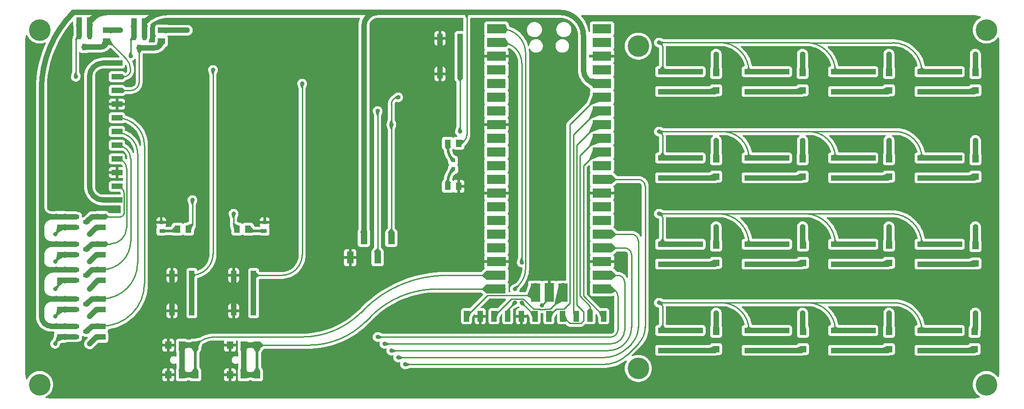
<source format=gbr>
%TF.GenerationSoftware,KiCad,Pcbnew,7.0.2-0*%
%TF.CreationDate,2023-10-11T20:45:17-05:00*%
%TF.ProjectId,CowPi-mk4b,436f7750-692d-46d6-9b34-622e6b696361,mk4b*%
%TF.SameCoordinates,Original*%
%TF.FileFunction,Copper,L1,Top*%
%TF.FilePolarity,Positive*%
%FSLAX46Y46*%
G04 Gerber Fmt 4.6, Leading zero omitted, Abs format (unit mm)*
G04 Created by KiCad (PCBNEW 7.0.2-0) date 2023-10-11 20:45:17*
%MOMM*%
%LPD*%
G01*
G04 APERTURE LIST*
%TA.AperFunction,SMDPad,CuDef*%
%ADD10R,1.700000X1.000000*%
%TD*%
%TA.AperFunction,ComponentPad*%
%ADD11O,1.700000X1.700000*%
%TD*%
%TA.AperFunction,SMDPad,CuDef*%
%ADD12R,3.500000X1.700000*%
%TD*%
%TA.AperFunction,ComponentPad*%
%ADD13R,1.700000X1.700000*%
%TD*%
%TA.AperFunction,SMDPad,CuDef*%
%ADD14R,1.700000X3.500000*%
%TD*%
%TA.AperFunction,SMDPad,CuDef*%
%ADD15R,1.250013X0.700000*%
%TD*%
%TA.AperFunction,SMDPad,CuDef*%
%ADD16R,1.200000X1.200000*%
%TD*%
%TA.AperFunction,ComponentPad*%
%ADD17C,4.000000*%
%TD*%
%TA.AperFunction,SMDPad,CuDef*%
%ADD18R,1.377013X1.132537*%
%TD*%
%TA.AperFunction,SMDPad,CuDef*%
%ADD19R,1.132537X1.377013*%
%TD*%
%TA.AperFunction,SMDPad,CuDef*%
%ADD20R,1.200000X1.400000*%
%TD*%
%TA.AperFunction,SMDPad,CuDef*%
%ADD21R,1.000000X1.700000*%
%TD*%
%TA.AperFunction,SMDPad,CuDef*%
%ADD22R,0.700000X1.250013*%
%TD*%
%TA.AperFunction,SMDPad,CuDef*%
%ADD23R,0.800000X0.800000*%
%TD*%
%TA.AperFunction,SMDPad,CuDef*%
%ADD24R,1.000000X2.000000*%
%TD*%
%TA.AperFunction,SMDPad,CuDef*%
%ADD25R,1.270003X2.200000*%
%TD*%
%TA.AperFunction,SMDPad,CuDef*%
%ADD26R,2.000000X1.000000*%
%TD*%
%TA.AperFunction,ViaPad*%
%ADD27C,0.800000*%
%TD*%
%TA.AperFunction,Conductor*%
%ADD28C,1.000000*%
%TD*%
%TA.AperFunction,Conductor*%
%ADD29C,0.250000*%
%TD*%
%TA.AperFunction,Conductor*%
%ADD30C,0.500000*%
%TD*%
G04 APERTURE END LIST*
D10*
%TO.P,U15,1,A*%
%TO.N,/Row4*%
X213770731Y-86162294D03*
%TO.P,U15,2,B*%
X220370681Y-86162269D03*
%TO.P,U15,3,C*%
%TO.N,Net-(U10-K)*%
X213770731Y-89862701D03*
%TO.P,U15,4,D*%
X220370681Y-89862676D03*
%TD*%
D11*
%TO.P,U45,1,GPIO0*%
%TO.N,/UART_TX*%
X135890000Y-62230000D03*
D12*
X134990000Y-62230000D03*
D11*
%TO.P,U45,2,GPIO1*%
%TO.N,/UART_RX*%
X135890000Y-64770000D03*
D12*
X134990000Y-64770000D03*
D13*
%TO.P,U45,3,GND*%
%TO.N,/GND*%
X135890000Y-67310000D03*
D12*
X134990000Y-67310000D03*
D11*
%TO.P,U45,4,GPIO2*%
%TO.N,/LeftButton*%
X135890000Y-69850000D03*
D12*
X134990000Y-69850000D03*
D11*
%TO.P,U45,5,GPIO3*%
%TO.N,/RightButton*%
X135890000Y-72390000D03*
D12*
X134990000Y-72390000D03*
D11*
%TO.P,U45,6,GPIO4*%
%TO.N,/LV_GP04_I2C_SDA*%
X135890000Y-74930000D03*
D12*
X134990000Y-74930000D03*
D11*
%TO.P,U45,7,GPIO5*%
%TO.N,/LV_GP05_I2C_SCL*%
X135890000Y-77470000D03*
D12*
X134990000Y-77470000D03*
D13*
%TO.P,U45,8,GND*%
%TO.N,/GND*%
X135890000Y-80010000D03*
D12*
X134990000Y-80010000D03*
D11*
%TO.P,U45,9,GPIO6*%
%TO.N,/Row1*%
X135890000Y-82550000D03*
D12*
X134990000Y-82550000D03*
D11*
%TO.P,U45,10,GPIO7*%
%TO.N,/Row4*%
X135890000Y-85090000D03*
D12*
X134990000Y-85090000D03*
D11*
%TO.P,U45,11,GPIO8*%
%TO.N,/Row7*%
X135890000Y-87630000D03*
D12*
X134990000Y-87630000D03*
D11*
%TO.P,U45,12,GPIO9*%
%TO.N,/Row\u002A*%
X135890000Y-90170000D03*
D12*
X134990000Y-90170000D03*
D13*
%TO.P,U45,13,GND*%
%TO.N,/GND*%
X135890000Y-92710000D03*
D12*
X134990000Y-92710000D03*
D11*
%TO.P,U45,14,GPIO10*%
%TO.N,/Col1*%
X135890000Y-95250000D03*
D12*
X134990000Y-95250000D03*
D11*
%TO.P,U45,15,GPIO11*%
%TO.N,/Col2*%
X135890000Y-97790000D03*
D12*
X134990000Y-97790000D03*
D11*
%TO.P,U45,16,GPIO12*%
%TO.N,/Col3*%
X135890000Y-100330000D03*
D12*
X134990000Y-100330000D03*
D11*
%TO.P,U45,17,GPIO13*%
%TO.N,/ColA*%
X135890000Y-102870000D03*
D12*
X134990000Y-102870000D03*
D13*
%TO.P,U45,18,GND*%
%TO.N,/GND*%
X135890000Y-105410000D03*
D12*
X134990000Y-105410000D03*
D11*
%TO.P,U45,19,GPIO14*%
%TO.N,/LeftSwitch*%
X135890000Y-107950000D03*
D12*
X134990000Y-107950000D03*
D11*
%TO.P,U45,20,GPIO15*%
%TO.N,/RightSwitch*%
X135890000Y-110490000D03*
D12*
X134990000Y-110490000D03*
D11*
%TO.P,U45,21,GPIO16*%
%TO.N,/LV_GP16_SPI_RX*%
X153670000Y-110490000D03*
D12*
X154570000Y-110490000D03*
D11*
%TO.P,U45,22,GPIO17*%
%TO.N,/LV_GP17_SPI_CS*%
X153670000Y-107950000D03*
D12*
X154570000Y-107950000D03*
D13*
%TO.P,U45,23,GND*%
%TO.N,/GND*%
X153670000Y-105410000D03*
D12*
X154570000Y-105410000D03*
D11*
%TO.P,U45,24,GPIO18*%
%TO.N,/LV_GP18_SPI_CLK*%
X153670000Y-102870000D03*
D12*
X154570000Y-102870000D03*
D11*
%TO.P,U45,25,GPIO19*%
%TO.N,/LV_GP19_SPI_TX*%
X153670000Y-100330000D03*
D12*
X154570000Y-100330000D03*
D11*
%TO.P,U45,26,GPIO20*%
%TO.N,/RightLED*%
X153670000Y-97790000D03*
D12*
X154570000Y-97790000D03*
D11*
%TO.P,U45,27,GPIO21*%
%TO.N,/LeftLED*%
X153670000Y-95250000D03*
D12*
X154570000Y-95250000D03*
D13*
%TO.P,U45,28,GND*%
%TO.N,/GND*%
X153670000Y-92710000D03*
D12*
X154570000Y-92710000D03*
D11*
%TO.P,U45,29,GPIO22*%
%TO.N,/LV_GP22*%
X153670000Y-90170000D03*
D12*
X154570000Y-90170000D03*
D11*
%TO.P,U45,30,RUN*%
%TO.N,/RUN*%
X153670000Y-87630000D03*
D12*
X154570000Y-87630000D03*
D11*
%TO.P,U45,31,GPIO26_ADC0*%
%TO.N,/GP26_ADC0*%
X153670000Y-85090000D03*
D12*
X154570000Y-85090000D03*
D11*
%TO.P,U45,32,GPIO27_ADC1*%
%TO.N,/GP27_ADC1*%
X153670000Y-82550000D03*
D12*
X154570000Y-82550000D03*
D13*
%TO.P,U45,33,AGND*%
%TO.N,/AGND*%
X153670000Y-80010000D03*
D12*
X154570000Y-80010000D03*
D11*
%TO.P,U45,34,GPIO28_ADC2*%
%TO.N,/GP28_ADC2*%
X153670000Y-77470000D03*
D12*
X154570000Y-77470000D03*
D11*
%TO.P,U45,35,ADC_VREF*%
%TO.N,/ADC_VREF*%
X153670000Y-74930000D03*
D12*
X154570000Y-74930000D03*
D11*
%TO.P,U45,36,3V3*%
%TO.N,/3V3*%
X153670000Y-72390000D03*
D12*
X154570000Y-72390000D03*
D11*
%TO.P,U45,37,3V3_EN*%
%TO.N,/3V3_EN*%
X153670000Y-69850000D03*
D12*
X154570000Y-69850000D03*
D13*
%TO.P,U45,38,GND*%
%TO.N,/GND*%
X153670000Y-67310000D03*
D12*
X154570000Y-67310000D03*
D11*
%TO.P,U45,39,VSYS*%
%TO.N,/VSYS*%
X153670000Y-64770000D03*
D12*
X154570000Y-64770000D03*
D11*
%TO.P,U45,40,VBUS*%
%TO.N,/VBUS*%
X153670000Y-62230000D03*
D12*
X154570000Y-62230000D03*
D11*
%TO.P,U45,41,SWCLK*%
%TO.N,/SWCLK*%
X142240000Y-110260000D03*
D14*
X142240000Y-111160000D03*
D13*
%TO.P,U45,42,GND*%
%TO.N,/GND*%
X144780000Y-110260000D03*
D14*
X144780000Y-111160000D03*
D11*
%TO.P,U45,43,SWDIO*%
%TO.N,/SWDIO*%
X147320000Y-110260000D03*
D14*
X147320000Y-111160000D03*
%TD*%
D15*
%TO.P,U42,1,G*%
%TO.N,/3V3*%
X57150000Y-106950000D03*
%TO.P,U42,2,S*%
%TO.N,/LV_GP18_SPI_CLK*%
X57150000Y-108849924D03*
%TO.P,U42,3,D*%
%TO.N,/HV_GP18_SPI_CLK*%
X59150000Y-107899962D03*
%TD*%
D10*
%TO.P,U7,1,A*%
%TO.N,/Row1*%
X213770731Y-70162294D03*
%TO.P,U7,2,B*%
X220370681Y-70162269D03*
%TO.P,U7,3,C*%
%TO.N,Net-(U7-C)*%
X213770731Y-73862701D03*
%TO.P,U7,4,D*%
X220370681Y-73862676D03*
%TD*%
D16*
%TO.P,U31,1,K*%
%TO.N,Net-(U30-C)*%
X223520000Y-121612561D03*
%TO.P,U31,2,A*%
%TO.N,/ColA*%
X223520000Y-118412409D03*
%TD*%
%TO.P,U16,1,K*%
%TO.N,Net-(U16-K)*%
X175690706Y-89612561D03*
%TO.P,U16,2,A*%
%TO.N,/Col1*%
X175690706Y-86412409D03*
%TD*%
%TO.P,U8,1,K*%
%TO.N,Net-(U7-C)*%
X223690706Y-73612561D03*
%TO.P,U8,2,A*%
%TO.N,/ColA*%
X223690706Y-70412409D03*
%TD*%
D17*
%TO.P,H4,1*%
%TO.N,N/C*%
X225720656Y-62442701D03*
%TD*%
D18*
%TO.P,R17,1,1*%
%TO.N,/LV_GP22*%
X54340000Y-99060000D03*
%TO.P,R17,2,2*%
%TO.N,/3V3*%
X54340000Y-97060000D03*
%TD*%
%TO.P,R1,1,1*%
%TO.N,/LV_GP16_SPI_RX*%
X54340000Y-119380000D03*
%TO.P,R1,2,2*%
%TO.N,/3V3*%
X54340000Y-117380000D03*
%TD*%
D19*
%TO.P,R13,1,1*%
%TO.N,/LV_GP04_I2C_SDA*%
X57740038Y-60799981D03*
%TO.P,R13,2,2*%
%TO.N,/3V3*%
X59740038Y-60799981D03*
%TD*%
D18*
%TO.P,R18,1,1*%
%TO.N,/HV_GP22*%
X61960000Y-97060000D03*
%TO.P,R18,2,2*%
%TO.N,/VSYS*%
X61960000Y-99060000D03*
%TD*%
D19*
%TO.P,R15,1,1*%
%TO.N,/LV_GP05_I2C_SCL*%
X67900038Y-60960000D03*
%TO.P,R15,2,2*%
%TO.N,/3V3*%
X69900038Y-60960000D03*
%TD*%
D16*
%TO.P,U12,1,K*%
%TO.N,Net-(U12-K)*%
X207690706Y-89612561D03*
%TO.P,U12,2,A*%
%TO.N,/Col3*%
X207690706Y-86412409D03*
%TD*%
D17*
%TO.P,H1,1*%
%TO.N,N/C*%
X50460656Y-128212701D03*
%TD*%
D10*
%TO.P,U17,1,A*%
%TO.N,/Row7*%
X165770731Y-102162294D03*
%TO.P,U17,2,B*%
X172370681Y-102162269D03*
%TO.P,U17,3,C*%
%TO.N,Net-(U17-C)*%
X165770731Y-105862701D03*
%TO.P,U17,4,D*%
X172370681Y-105862676D03*
%TD*%
D20*
%TO.P,U35,1,1*%
%TO.N,/GND*%
X74280318Y-126402714D03*
%TO.P,U35,2,2*%
%TO.N,/LeftSwitch*%
X76780191Y-126402714D03*
%TO.P,U35,3,3*%
X79280064Y-126402714D03*
%TO.P,U35,4,4*%
%TO.N,/GND*%
X74280318Y-120902586D03*
%TO.P,U35,5,5*%
%TO.N,/LeftSwitch*%
X76780191Y-120902586D03*
%TO.P,U35,6,6*%
X79280064Y-120902586D03*
%TD*%
D21*
%TO.P,U34,1,A*%
%TO.N,/RightButton*%
X90060382Y-107920012D03*
%TO.P,U34,2,B*%
X90060407Y-114519962D03*
%TO.P,U34,3,C*%
%TO.N,/GND*%
X86359975Y-107920012D03*
%TO.P,U34,4,D*%
X86360000Y-114519962D03*
%TD*%
D10*
%TO.P,U13,1,A*%
%TO.N,/Row4*%
X197770731Y-86162294D03*
%TO.P,U13,2,B*%
X204370681Y-86162269D03*
%TO.P,U13,3,C*%
%TO.N,Net-(U12-K)*%
X197770731Y-89862701D03*
%TO.P,U13,4,D*%
X204370681Y-89862676D03*
%TD*%
D19*
%TO.P,R10,1,1*%
%TO.N,Net-(LED2-A)*%
X75976998Y-99378658D03*
%TO.P,R10,2,2*%
%TO.N,/LeftLED*%
X77976998Y-99378658D03*
%TD*%
D22*
%TO.P,U46,1,G*%
%TO.N,/3V3*%
X59690000Y-63609981D03*
%TO.P,U46,2,S*%
%TO.N,/LV_GP04_I2C_SDA*%
X57790076Y-63609981D03*
%TO.P,U46,3,D*%
%TO.N,/HV_GP04_I2C_SDA*%
X58740038Y-65609981D03*
%TD*%
D10*
%TO.P,U26,1,A*%
%TO.N,/Row\u002A*%
X197770731Y-118162294D03*
%TO.P,U26,2,B*%
X204370681Y-118162269D03*
%TO.P,U26,3,C*%
%TO.N,Net-(U26-C)*%
X197770731Y-121862701D03*
%TO.P,U26,4,D*%
X204370681Y-121862676D03*
%TD*%
D15*
%TO.P,U48,1,G*%
%TO.N,/3V3*%
X57150000Y-97110038D03*
%TO.P,U48,2,S*%
%TO.N,/LV_GP22*%
X57150000Y-99009962D03*
%TO.P,U48,3,D*%
%TO.N,/HV_GP22*%
X59150000Y-98060000D03*
%TD*%
D10*
%TO.P,U9,1,A*%
%TO.N,/Row4*%
X165770731Y-86162294D03*
%TO.P,U9,2,B*%
X172370681Y-86162269D03*
%TO.P,U9,3,C*%
%TO.N,Net-(U16-K)*%
X165770731Y-89862701D03*
%TO.P,U9,4,D*%
X172370681Y-89862676D03*
%TD*%
D18*
%TO.P,R3,1,1*%
%TO.N,/LV_GP17_SPI_CS*%
X54340000Y-114300000D03*
%TO.P,R3,2,2*%
%TO.N,/3V3*%
X54340000Y-112300000D03*
%TD*%
D10*
%TO.P,U18,1,A*%
%TO.N,/Row\u002A*%
X165770731Y-118162294D03*
%TO.P,U18,2,B*%
X172370681Y-118162269D03*
%TO.P,U18,3,C*%
%TO.N,Net-(U18-C)*%
X165770731Y-121862701D03*
%TO.P,U18,4,D*%
X172370681Y-121862676D03*
%TD*%
D22*
%TO.P,U47,1,G*%
%TO.N,/3V3*%
X69850000Y-63770000D03*
%TO.P,U47,2,S*%
%TO.N,/LV_GP05_I2C_SCL*%
X67950076Y-63770000D03*
%TO.P,U47,3,D*%
%TO.N,/HV_GP05_I2C_SCL*%
X68900038Y-65770000D03*
%TD*%
D16*
%TO.P,U6,1,K*%
%TO.N,Net-(U5-C)*%
X207690706Y-73612561D03*
%TO.P,U6,2,A*%
%TO.N,/Col3*%
X207690706Y-70412409D03*
%TD*%
D17*
%TO.P,H3,1*%
%TO.N,N/C*%
X50460656Y-62442701D03*
%TD*%
D10*
%TO.P,U22,1,A*%
%TO.N,/Row\u002A*%
X181770731Y-118162294D03*
%TO.P,U22,2,B*%
X188370681Y-118162269D03*
%TO.P,U22,3,C*%
%TO.N,Net-(U22-C)*%
X181770731Y-121862701D03*
%TO.P,U22,4,D*%
X188370681Y-121862676D03*
%TD*%
D21*
%TO.P,U33,1,A*%
%TO.N,/LeftButton*%
X78630382Y-107920012D03*
%TO.P,U33,2,B*%
X78630407Y-114519962D03*
%TO.P,U33,3,C*%
%TO.N,/GND*%
X74929975Y-107920012D03*
%TO.P,U33,4,D*%
X74930000Y-114519962D03*
%TD*%
D23*
%TO.P,LED2,1,K*%
%TO.N,/GND*%
X72965886Y-98108658D03*
%TO.P,LED2,2,A*%
%TO.N,Net-(LED2-A)*%
X72972744Y-99707592D03*
%TD*%
D18*
%TO.P,R8,1,1*%
%TO.N,/HV_GP19_SPI_TX*%
X61960000Y-102140000D03*
%TO.P,R8,2,2*%
%TO.N,/VSYS*%
X61960000Y-104140000D03*
%TD*%
D16*
%TO.P,U14,1,K*%
%TO.N,Net-(U11-C)*%
X191690706Y-89612561D03*
%TO.P,U14,2,A*%
%TO.N,/Col2*%
X191690706Y-86412409D03*
%TD*%
%TO.P,U20,1,K*%
%TO.N,Net-(U18-C)*%
X175690706Y-121612561D03*
%TO.P,U20,2,A*%
%TO.N,/Col1*%
X175690706Y-118412409D03*
%TD*%
D19*
%TO.P,R9,1,1*%
%TO.N,Net-(LED1-A)*%
X126013056Y-83440000D03*
%TO.P,R9,2,2*%
%TO.N,/3V3*%
X128013056Y-83440000D03*
%TD*%
D18*
%TO.P,R16,1,1*%
%TO.N,/HV_GP05_I2C_SCL*%
X73010038Y-64500000D03*
%TO.P,R16,2,2*%
%TO.N,/VSYS*%
X73010038Y-62500000D03*
%TD*%
D10*
%TO.P,U3,1,A*%
%TO.N,/Row1*%
X181770731Y-70162294D03*
%TO.P,U3,2,B*%
X188370681Y-70162269D03*
%TO.P,U3,3,C*%
%TO.N,Net-(U3-C)*%
X181770731Y-73862701D03*
%TO.P,U3,4,D*%
X188370681Y-73862676D03*
%TD*%
D21*
%TO.P,U37,1,A*%
%TO.N,/RUN*%
X128269975Y-64010012D03*
%TO.P,U37,2,B*%
X128270000Y-70609962D03*
%TO.P,U37,3,C*%
%TO.N,/GND*%
X124569568Y-64010012D03*
%TO.P,U37,4,D*%
X124569593Y-70609962D03*
%TD*%
D10*
%TO.P,U1,1,A*%
%TO.N,/Row1*%
X165770731Y-70162294D03*
%TO.P,U1,2,B*%
X172370681Y-70162269D03*
%TO.P,U1,3,C*%
%TO.N,Net-(U1-C)*%
X165770731Y-73862701D03*
%TO.P,U1,4,D*%
X172370681Y-73862676D03*
%TD*%
D15*
%TO.P,U40,1,G*%
%TO.N,/3V3*%
X57150000Y-117430038D03*
%TO.P,U40,2,S*%
%TO.N,/LV_GP16_SPI_RX*%
X57150000Y-119329962D03*
%TO.P,U40,3,D*%
%TO.N,/HV_GP16_SPI_RX*%
X59150000Y-118380000D03*
%TD*%
D18*
%TO.P,R4,1,1*%
%TO.N,/HV_GP17_SPI_CS*%
X61960000Y-112300000D03*
%TO.P,R4,2,2*%
%TO.N,/VSYS*%
X61960000Y-114300000D03*
%TD*%
D24*
%TO.P,U38,1,1*%
%TO.N,/SWCLK*%
X129501900Y-115531115D03*
%TO.P,U38,2,2*%
%TO.N,/GND*%
X132041905Y-115531115D03*
%TO.P,U38,3,3*%
%TO.N,/SWDIO*%
X134581910Y-115531115D03*
%TO.P,U38,4,4*%
%TO.N,/UART_TX*%
X137121915Y-115531115D03*
%TO.P,U38,5,5*%
%TO.N,/GND*%
X139661920Y-115531115D03*
%TO.P,U38,6,6*%
%TO.N,/UART_RX*%
X142201925Y-115531115D03*
%TO.P,U38,7,7*%
%TO.N,/ADC_VREF*%
X144741930Y-115531115D03*
%TO.P,U38,8,8*%
%TO.N,/AGND*%
X147281935Y-115531115D03*
%TO.P,U38,9,9*%
%TO.N,/GP28_ADC2*%
X149821940Y-115531115D03*
%TO.P,U38,10,10*%
%TO.N,/GP27_ADC1*%
X152361945Y-115531115D03*
%TO.P,U38,11,11*%
%TO.N,/GP26_ADC0*%
X154901950Y-115531115D03*
%TD*%
D10*
%TO.P,U5,1,A*%
%TO.N,/Row1*%
X197770731Y-70162294D03*
%TO.P,U5,2,B*%
X204370681Y-70162269D03*
%TO.P,U5,3,C*%
%TO.N,Net-(U5-C)*%
X197770731Y-73862701D03*
%TO.P,U5,4,D*%
X204370681Y-73862676D03*
%TD*%
D18*
%TO.P,R7,1,1*%
%TO.N,/LV_GP19_SPI_TX*%
X54340000Y-104140000D03*
%TO.P,R7,2,2*%
%TO.N,/3V3*%
X54340000Y-102140000D03*
%TD*%
D16*
%TO.P,U10,1,K*%
%TO.N,Net-(U10-K)*%
X223690706Y-89612561D03*
%TO.P,U10,2,A*%
%TO.N,/ColA*%
X223690706Y-86412409D03*
%TD*%
D23*
%TO.P,LED3,1,K*%
%TO.N,/GND*%
X92118842Y-98109191D03*
%TO.P,LED3,2,A*%
%TO.N,Net-(LED3-A)*%
X92125700Y-99708125D03*
%TD*%
D19*
%TO.P,R12,1,1*%
%TO.N,/GND*%
X128013056Y-91440000D03*
%TO.P,R12,2,2*%
%TO.N,Net-(LED1-K)*%
X126013056Y-91440000D03*
%TD*%
D16*
%TO.P,U4,1,K*%
%TO.N,Net-(U3-C)*%
X191690706Y-73612561D03*
%TO.P,U4,2,A*%
%TO.N,/Col2*%
X191690706Y-70412409D03*
%TD*%
D18*
%TO.P,R6,1,1*%
%TO.N,/HV_GP18_SPI_CLK*%
X61960000Y-106899962D03*
%TO.P,R6,2,2*%
%TO.N,/VSYS*%
X61960000Y-108899962D03*
%TD*%
D10*
%TO.P,U30,1,A*%
%TO.N,/Row\u002A*%
X213770731Y-118162294D03*
%TO.P,U30,2,B*%
X220370681Y-118162269D03*
%TO.P,U30,3,C*%
%TO.N,Net-(U30-C)*%
X213770731Y-121862701D03*
%TO.P,U30,4,D*%
X220370681Y-121862676D03*
%TD*%
%TO.P,U11,1,A*%
%TO.N,/Row4*%
X181770731Y-86162294D03*
%TO.P,U11,2,B*%
X188370681Y-86162269D03*
%TO.P,U11,3,C*%
%TO.N,Net-(U11-C)*%
X181770731Y-89862701D03*
%TO.P,U11,4,D*%
X188370681Y-89862676D03*
%TD*%
D18*
%TO.P,R14,1,1*%
%TO.N,/HV_GP04_I2C_SDA*%
X62870076Y-64500000D03*
%TO.P,R14,2,2*%
%TO.N,/VSYS*%
X62870076Y-62500000D03*
%TD*%
D17*
%TO.P,H6,1*%
%TO.N,N/C*%
X161290000Y-125212701D03*
%TD*%
D18*
%TO.P,R5,1,1*%
%TO.N,/LV_GP18_SPI_CLK*%
X54340000Y-108899962D03*
%TO.P,R5,2,2*%
%TO.N,/3V3*%
X54340000Y-106899962D03*
%TD*%
D17*
%TO.P,H5,1*%
%TO.N,N/C*%
X161290000Y-65442701D03*
%TD*%
D25*
%TO.P,J1,1,1*%
%TO.N,/GND*%
X107949984Y-104670102D03*
%TO.P,J1,2,2*%
%TO.N,/3V3*%
X110489989Y-101069898D03*
%TO.P,J1,3,3*%
%TO.N,/LV_GP05_I2C_SCL*%
X113029995Y-104670102D03*
%TO.P,J1,4,4*%
%TO.N,/LV_GP04_I2C_SDA*%
X115570000Y-101069898D03*
%TD*%
D16*
%TO.P,U19,1,K*%
%TO.N,Net-(U17-C)*%
X175690706Y-105612561D03*
%TO.P,U19,2,A*%
%TO.N,/Col1*%
X175690706Y-102412409D03*
%TD*%
D19*
%TO.P,R11,1,1*%
%TO.N,Net-(LED3-A)*%
X89013383Y-99378658D03*
%TO.P,R11,2,2*%
%TO.N,/RightLED*%
X87013383Y-99378658D03*
%TD*%
D18*
%TO.P,R2,1,1*%
%TO.N,/HV_GP16_SPI_RX*%
X61960000Y-117380000D03*
%TO.P,R2,2,2*%
%TO.N,/VSYS*%
X61960000Y-119380000D03*
%TD*%
D17*
%TO.P,H2,1*%
%TO.N,N/C*%
X225720656Y-128212701D03*
%TD*%
D23*
%TO.P,LED1,1,K*%
%TO.N,Net-(LED1-K)*%
X127016485Y-88239467D03*
%TO.P,LED1,2,A*%
%TO.N,Net-(LED1-A)*%
X127009627Y-86640533D03*
%TD*%
D16*
%TO.P,U24,1,K*%
%TO.N,Net-(U21-C)*%
X191770000Y-105612561D03*
%TO.P,U24,2,A*%
%TO.N,/Col2*%
X191770000Y-102412409D03*
%TD*%
%TO.P,U23,1,K*%
%TO.N,Net-(U22-C)*%
X191770000Y-121612561D03*
%TO.P,U23,2,A*%
%TO.N,/Col2*%
X191770000Y-118412409D03*
%TD*%
D15*
%TO.P,U41,1,G*%
%TO.N,/3V3*%
X57150000Y-112350038D03*
%TO.P,U41,2,S*%
%TO.N,/LV_GP17_SPI_CS*%
X57150000Y-114249962D03*
%TO.P,U41,3,D*%
%TO.N,/HV_GP17_SPI_CS*%
X59150000Y-113300000D03*
%TD*%
D16*
%TO.P,U2,1,K*%
%TO.N,Net-(U1-C)*%
X175690706Y-73612561D03*
%TO.P,U2,2,A*%
%TO.N,/Col1*%
X175690706Y-70412409D03*
%TD*%
D10*
%TO.P,U25,1,A*%
%TO.N,/Row7*%
X197770731Y-102162294D03*
%TO.P,U25,2,B*%
X204370681Y-102162269D03*
%TO.P,U25,3,C*%
%TO.N,Net-(U25-C)*%
X197770731Y-105862701D03*
%TO.P,U25,4,D*%
X204370681Y-105862676D03*
%TD*%
D20*
%TO.P,U36,1,1*%
%TO.N,/GND*%
X85710318Y-126402714D03*
%TO.P,U36,2,2*%
%TO.N,/RightSwitch*%
X88210191Y-126402714D03*
%TO.P,U36,3,3*%
X90710064Y-126402714D03*
%TO.P,U36,4,4*%
%TO.N,/GND*%
X85710318Y-120902586D03*
%TO.P,U36,5,5*%
%TO.N,/RightSwitch*%
X88210191Y-120902586D03*
%TO.P,U36,6,6*%
X90710064Y-120902586D03*
%TD*%
D10*
%TO.P,U21,1,A*%
%TO.N,/Row7*%
X181770731Y-102162294D03*
%TO.P,U21,2,B*%
X188370681Y-102162269D03*
%TO.P,U21,3,C*%
%TO.N,Net-(U21-C)*%
X181770731Y-105862701D03*
%TO.P,U21,4,D*%
X188370681Y-105862676D03*
%TD*%
D16*
%TO.P,U27,1,K*%
%TO.N,Net-(U25-C)*%
X207690706Y-105612561D03*
%TO.P,U27,2,A*%
%TO.N,/Col3*%
X207690706Y-102412409D03*
%TD*%
%TO.P,U28,1,K*%
%TO.N,Net-(U26-C)*%
X207690706Y-121612561D03*
%TO.P,U28,2,A*%
%TO.N,/Col3*%
X207690706Y-118412409D03*
%TD*%
%TO.P,U32,1,K*%
%TO.N,Net-(U29-C)*%
X223690706Y-105740076D03*
%TO.P,U32,2,A*%
%TO.N,/ColA*%
X223690706Y-102539924D03*
%TD*%
D26*
%TO.P,U39,1,1*%
%TO.N,/VSYS*%
X64770000Y-68579985D03*
%TO.P,U39,2,2*%
%TO.N,/HV_GP04_I2C_SDA*%
X64770000Y-71119990D03*
%TO.P,U39,3,3*%
%TO.N,/HV_GP05_I2C_SCL*%
X64770000Y-73659995D03*
%TO.P,U39,4,4*%
%TO.N,/GND*%
X64770000Y-76200000D03*
%TO.P,U39,5,5*%
%TO.N,/HV_GP16_SPI_RX*%
X64770000Y-78740005D03*
%TO.P,U39,6,6*%
%TO.N,/HV_GP17_SPI_CS*%
X64770000Y-81280010D03*
%TO.P,U39,7,7*%
%TO.N,/HV_GP18_SPI_CLK*%
X64770000Y-83820015D03*
%TO.P,U39,8,8*%
%TO.N,/HV_GP19_SPI_TX*%
X64770000Y-86360020D03*
%TO.P,U39,9,9*%
%TO.N,/GND*%
X64770000Y-88900025D03*
%TO.P,U39,10,10*%
%TO.N,/HV_GP22*%
X64770000Y-91440030D03*
%TO.P,U39,11,11*%
%TO.N,/VSYS*%
X64770000Y-93980035D03*
%TD*%
D10*
%TO.P,U29,1,A*%
%TO.N,/Row7*%
X213770731Y-102162294D03*
%TO.P,U29,2,B*%
X220370681Y-102162269D03*
%TO.P,U29,3,C*%
%TO.N,Net-(U29-C)*%
X213770731Y-105862701D03*
%TO.P,U29,4,D*%
X220370681Y-105862676D03*
%TD*%
D15*
%TO.P,U43,1,G*%
%TO.N,/3V3*%
X57150000Y-102190038D03*
%TO.P,U43,2,S*%
%TO.N,/LV_GP19_SPI_TX*%
X57150000Y-104089962D03*
%TO.P,U43,3,D*%
%TO.N,/HV_GP19_SPI_TX*%
X59150000Y-103140000D03*
%TD*%
D27*
%TO.N,/Row1*%
X165100000Y-64770000D03*
%TO.N,/Col1*%
X175690706Y-98932485D03*
X175690706Y-82932485D03*
X175690706Y-114932485D03*
X175690706Y-66932485D03*
%TO.N,/Col2*%
X191690706Y-66932485D03*
X191690706Y-114932485D03*
X191690706Y-98932485D03*
X191690706Y-82932485D03*
%TO.N,/Col3*%
X207690706Y-82932485D03*
X207690706Y-114932485D03*
X207690706Y-66932485D03*
X207690706Y-98932485D03*
%TO.N,/Row4*%
X165100000Y-81280000D03*
%TO.N,/Row7*%
X165100000Y-96520000D03*
%TO.N,/Row\u002A*%
X165100000Y-113030000D03*
%TO.N,/ColA*%
X223690706Y-114932485D03*
X223690706Y-82932485D03*
X223690706Y-66932485D03*
X223690706Y-98932485D03*
%TO.N,/LeftButton*%
X82550000Y-69850000D03*
%TO.N,/GND*%
X107950000Y-107950000D03*
X143457390Y-113523847D03*
X90731021Y-85372883D03*
X159225546Y-93598662D03*
X144780000Y-91440000D03*
X116840000Y-64770000D03*
X55880000Y-86360000D03*
X82550000Y-111760000D03*
%TO.N,/RightButton*%
X99060000Y-72390000D03*
%TO.N,/RUN*%
X128270000Y-81280000D03*
%TO.N,/LV_GP17_SPI_CS*%
X114300000Y-120650000D03*
X53340000Y-115570000D03*
%TO.N,/LV_GP18_SPI_CLK*%
X53340000Y-110490000D03*
X115570000Y-121920000D03*
%TO.N,/LV_GP19_SPI_TX*%
X116840000Y-123190000D03*
X53340000Y-105410000D03*
%TO.N,/RightLED*%
X86360000Y-96520000D03*
%TO.N,/LeftLED*%
X78740000Y-93980000D03*
%TO.N,/VSYS*%
X59690000Y-87630000D03*
X59690000Y-110490000D03*
X59690000Y-120645999D03*
X59690000Y-115570000D03*
X77804398Y-62508876D03*
X65402652Y-62508876D03*
X59690000Y-100330000D03*
X59690000Y-105410000D03*
X59690000Y-73660000D03*
%TO.N,/LV_GP16_SPI_RX*%
X53340000Y-120650000D03*
X113030000Y-119380000D03*
%TO.N,/LV_GP05_I2C_SCL*%
X67310000Y-67310000D03*
X113030000Y-77470000D03*
%TO.N,/LV_GP04_I2C_SDA*%
X116840000Y-74930000D03*
X57150000Y-71120000D03*
X115570000Y-80010000D03*
%TO.N,/UART_TX*%
X138430000Y-110490000D03*
X138430000Y-113030000D03*
%TO.N,/UART_RX*%
X139700000Y-105547002D03*
X139700000Y-113030000D03*
%TO.N,/LV_GP22*%
X53340000Y-100330000D03*
X118110000Y-124460000D03*
%TD*%
D28*
%TO.N,/Row1*%
X165770731Y-70162294D02*
X172370656Y-70162294D01*
D29*
X176530000Y-64772132D02*
X192380569Y-64772132D01*
D28*
X181770731Y-70162294D02*
X188517387Y-70162294D01*
D29*
X165100000Y-64770000D02*
X176378437Y-64770000D01*
D28*
X197770731Y-70162294D02*
X204517387Y-70162294D01*
D29*
X193040000Y-64812618D02*
X208421055Y-64812618D01*
X165770731Y-65440731D02*
X165770731Y-70162294D01*
D28*
X213770731Y-70162294D02*
X220517387Y-70162294D01*
D29*
X172370656Y-70162294D02*
X172370681Y-70162269D01*
X181770700Y-70162294D02*
G75*
G03*
X176378437Y-64770000I-5392300J-6D01*
G01*
X213770782Y-70162294D02*
G75*
G03*
X208421055Y-64812618I-5349682J-6D01*
G01*
X165770700Y-65440731D02*
G75*
G03*
X165100000Y-64770000I-670700J31D01*
G01*
X197770768Y-70162294D02*
G75*
G03*
X192380569Y-64772132I-5390168J-6D01*
G01*
D28*
%TO.N,/Col1*%
X175690706Y-85952541D02*
X175690706Y-82932485D01*
X175690706Y-117952541D02*
X175690706Y-114932485D01*
X175690706Y-69952541D02*
X175690706Y-66932485D01*
X175690706Y-101952541D02*
X175690706Y-98932485D01*
%TO.N,Net-(U1-C)*%
X165770731Y-73862701D02*
X172370656Y-73862701D01*
X172370681Y-73862676D02*
X175480953Y-73862676D01*
%TO.N,Net-(U3-C)*%
X188370681Y-73862676D02*
X191480953Y-73862676D01*
X181770791Y-73862676D02*
X188370681Y-73862676D01*
D29*
X181770791Y-73862680D02*
G75*
G03*
X181770731Y-73862702I9J-120D01*
G01*
D28*
%TO.N,/Col2*%
X191690706Y-69952541D02*
X191690706Y-66932485D01*
X191690706Y-117952541D02*
X191690706Y-114932485D01*
X191690706Y-85952541D02*
X191690706Y-82932485D01*
X191690706Y-101952541D02*
X191690706Y-98932485D01*
%TO.N,Net-(U5-C)*%
X197770731Y-73862701D02*
X204370621Y-73862701D01*
X204370681Y-73862676D02*
X207480953Y-73862676D01*
D29*
X204370623Y-73862709D02*
G75*
G03*
X204370681Y-73862676I-23J109D01*
G01*
D28*
%TO.N,/Col3*%
X207690706Y-85952541D02*
X207690706Y-82932485D01*
X207690706Y-69952541D02*
X207690706Y-66932485D01*
X207690706Y-101952541D02*
X207690706Y-98932485D01*
X207690706Y-117952541D02*
X207690706Y-114932485D01*
D29*
%TO.N,Net-(U7-C)*%
X220370656Y-73862701D02*
X220370681Y-73862676D01*
D28*
X213770731Y-73862701D02*
X220370656Y-73862701D01*
X220370681Y-73862676D02*
X223480953Y-73862676D01*
%TO.N,/Row4*%
X197917462Y-86162294D02*
X204517387Y-86162294D01*
X165917462Y-86162294D02*
X172517387Y-86162294D01*
D29*
X176530000Y-81280000D02*
X176888437Y-81280000D01*
X176530000Y-81280000D02*
X192888437Y-81280000D01*
X192888437Y-81280000D02*
X208888437Y-81280000D01*
X165100000Y-81280000D02*
X176530000Y-81280000D01*
D28*
X181917462Y-86162294D02*
X188517387Y-86162294D01*
X213917462Y-86162294D02*
X220517387Y-86162294D01*
D29*
X165770731Y-81950731D02*
X165770731Y-86162294D01*
X213770700Y-86162294D02*
G75*
G03*
X208888437Y-81280000I-4882300J-6D01*
G01*
X181770700Y-86162294D02*
G75*
G03*
X176888437Y-81280000I-4882300J-6D01*
G01*
X197770700Y-86162294D02*
G75*
G03*
X192888437Y-81280000I-4882300J-6D01*
G01*
X165770700Y-81950731D02*
G75*
G03*
X165100000Y-81280000I-670700J31D01*
G01*
D28*
%TO.N,Net-(U10-K)*%
X220370681Y-89862676D02*
X223480953Y-89862676D01*
X213917462Y-89862701D02*
X220517387Y-89862701D01*
%TO.N,Net-(U11-C)*%
X181917462Y-89862701D02*
X188517387Y-89862701D01*
X188370681Y-89862676D02*
X191480953Y-89862676D01*
D29*
%TO.N,/Row7*%
X191770000Y-96520000D02*
X192128437Y-96520000D01*
D28*
X165770731Y-102162294D02*
X172370656Y-102162294D01*
X213770731Y-102162294D02*
X220370656Y-102162294D01*
D29*
X175260000Y-96520000D02*
X191770000Y-96520000D01*
D28*
X181770731Y-102162294D02*
X188370656Y-102162294D01*
D29*
X175260000Y-96520000D02*
X176128437Y-96520000D01*
D28*
X197770731Y-102162294D02*
X204370656Y-102162294D01*
D29*
X165770731Y-97190731D02*
X165770731Y-102162294D01*
X191770000Y-96520000D02*
X208128437Y-96520000D01*
X165100000Y-96520000D02*
X175260000Y-96520000D01*
X213770700Y-102162294D02*
G75*
G03*
X208128437Y-96520000I-5642300J-6D01*
G01*
X197770700Y-102162294D02*
G75*
G03*
X192128437Y-96520000I-5642300J-6D01*
G01*
X181770700Y-102162294D02*
G75*
G03*
X176128437Y-96520000I-5642300J-6D01*
G01*
X165770700Y-97190731D02*
G75*
G03*
X165100000Y-96520000I-670700J31D01*
G01*
D28*
%TO.N,Net-(U17-C)*%
X165770731Y-105862701D02*
X172370656Y-105862701D01*
X172370681Y-105862676D02*
X175480953Y-105862676D01*
D29*
%TO.N,/Row\u002A*%
X191770000Y-113030000D02*
X208638437Y-113030000D01*
D28*
X181917462Y-118162294D02*
X188517387Y-118162294D01*
X213917462Y-118162294D02*
X220517387Y-118162294D01*
X197917462Y-118162294D02*
X204517387Y-118162294D01*
D29*
X165770731Y-113700731D02*
X165770731Y-118162294D01*
X191770000Y-113030000D02*
X192638437Y-113030000D01*
D28*
X165917462Y-118162294D02*
X172517387Y-118162294D01*
D29*
X176638437Y-113030000D02*
X191770000Y-113030000D01*
X165100000Y-113030000D02*
X176638437Y-113030000D01*
X197770700Y-118162294D02*
G75*
G03*
X192638437Y-113030000I-5132300J-6D01*
G01*
X165770700Y-113700731D02*
G75*
G03*
X165100000Y-113030000I-670700J31D01*
G01*
X213770700Y-118162294D02*
G75*
G03*
X208638437Y-113030000I-5132300J-6D01*
G01*
X181770700Y-118162294D02*
G75*
G03*
X176638437Y-113030000I-5132300J-6D01*
G01*
D28*
%TO.N,Net-(U18-C)*%
X172370681Y-121862676D02*
X175480953Y-121862676D01*
X165917462Y-121862701D02*
X172517387Y-121862701D01*
%TO.N,Net-(U21-C)*%
X181770731Y-105862701D02*
X188370656Y-105862701D01*
X188370681Y-105862676D02*
X191480953Y-105862676D01*
%TO.N,Net-(U22-C)*%
X188370681Y-121862676D02*
X191480953Y-121862676D01*
X181917462Y-121862701D02*
X188517387Y-121862701D01*
%TO.N,Net-(U25-C)*%
X204370681Y-105862676D02*
X207480953Y-105862676D01*
X197770731Y-105862701D02*
X204370656Y-105862701D01*
%TO.N,Net-(U26-C)*%
X197917462Y-121862701D02*
X204517387Y-121862701D01*
X204370681Y-121862676D02*
X207480953Y-121862676D01*
%TO.N,Net-(U29-C)*%
X220370681Y-105862676D02*
X223480953Y-105862676D01*
X213770731Y-105862701D02*
X220370656Y-105862701D01*
%TO.N,Net-(U30-C)*%
X220370681Y-121862676D02*
X223480953Y-121862676D01*
X213917462Y-121862701D02*
X220517387Y-121862701D01*
%TO.N,/ColA*%
X223690706Y-69952541D02*
X223690706Y-66932485D01*
X223690706Y-85952541D02*
X223690706Y-82932485D01*
X223690706Y-101952541D02*
X223690706Y-98932485D01*
X223690706Y-117952541D02*
X223690706Y-114932485D01*
D29*
%TO.N,/LeftButton*%
X82550000Y-69850000D02*
X82550000Y-104000394D01*
D28*
X78630407Y-114519962D02*
X78630407Y-107920037D01*
D29*
X78630382Y-107920000D02*
G75*
G03*
X82550000Y-104000394I18J3919600D01*
G01*
D30*
%TO.N,/GND*%
X85710318Y-120902586D02*
X85710318Y-126402714D01*
D28*
X86360000Y-114519962D02*
X86360000Y-107920037D01*
D29*
X143457390Y-113523847D02*
X144780000Y-112201237D01*
D30*
X74280318Y-120902586D02*
X74280318Y-126402714D01*
D28*
X124569593Y-70609962D02*
X124569593Y-64010037D01*
D29*
X124569593Y-64010037D02*
X124569568Y-64010012D01*
D28*
X74380164Y-126402714D02*
X74280318Y-126402714D01*
X74930000Y-114519962D02*
X74930000Y-107920037D01*
D29*
X144780000Y-112201237D02*
X144780000Y-110260000D01*
D28*
%TO.N,/RightButton*%
X90060407Y-114519962D02*
X90060407Y-107920037D01*
D29*
X95250000Y-107950000D02*
X90090370Y-107950000D01*
X99060000Y-72390000D02*
X99060000Y-104140000D01*
X90060400Y-107920012D02*
G75*
G03*
X90090370Y-107950000I30000J12D01*
G01*
X95250000Y-107950000D02*
G75*
G03*
X99060000Y-104140000I0J3810000D01*
G01*
D30*
%TO.N,/LeftSwitch*%
X79280064Y-120902586D02*
X79280064Y-126402714D01*
D28*
X76780191Y-120902586D02*
X79280064Y-120902586D01*
X76780191Y-120902586D02*
X76780191Y-126402714D01*
D29*
X127000129Y-107950129D02*
X125819944Y-107950129D01*
X127090256Y-107950000D02*
X127000453Y-107950000D01*
X99060000Y-119380000D02*
X82955911Y-119380000D01*
X135890000Y-107950000D02*
X127090256Y-107950000D01*
D28*
X79280064Y-126402714D02*
X76780191Y-126402714D01*
D29*
X110490000Y-114300000D02*
X109900129Y-114889871D01*
X125819944Y-107950129D02*
G75*
G03*
X110490001Y-114300001I-4J-21679801D01*
G01*
X82955911Y-119379999D02*
G75*
G03*
X79280064Y-120902586I-11J-5198401D01*
G01*
X99060000Y-119379987D02*
G75*
G03*
X109900129Y-114889871I0J15330287D01*
G01*
X127000449Y-107949955D02*
G75*
G03*
X127000001Y-107950189I51J-645D01*
G01*
D28*
%TO.N,/RightSwitch*%
X88210191Y-120902586D02*
X90710064Y-120902586D01*
D29*
X100330000Y-120902586D02*
X90710064Y-120902586D01*
D30*
X90710064Y-120902586D02*
X90710064Y-126402714D01*
D29*
X135890000Y-110490000D02*
X124024204Y-110490000D01*
D28*
X90710064Y-126402714D02*
X88210191Y-126402714D01*
X88210191Y-126402714D02*
X88210191Y-120902586D01*
D29*
X111760000Y-115570000D02*
X110738937Y-116591063D01*
X124024204Y-110490003D02*
G75*
G03*
X111760001Y-115570001I-4J-17344197D01*
G01*
X100330000Y-120902578D02*
G75*
G03*
X110738937Y-116591063I0J14720478D01*
G01*
%TO.N,/RUN*%
X128270000Y-64010037D02*
X128269975Y-64010012D01*
D28*
X128270000Y-70609962D02*
X128270000Y-64010037D01*
D29*
X128270000Y-70609962D02*
X128270000Y-81280000D01*
D28*
%TO.N,/HV_GP17_SPI_CS*%
X60150000Y-112300000D02*
X61960000Y-112300000D01*
X59150000Y-113300000D02*
X60150000Y-112300000D01*
D29*
X68580000Y-87630010D02*
X68580000Y-105680000D01*
X68580005Y-87630005D02*
X68580000Y-87630010D01*
X68580005Y-85286940D02*
X68580005Y-87630005D01*
X64770000Y-81280010D02*
X64770000Y-81476935D01*
X61960000Y-112300000D02*
G75*
G03*
X68580000Y-105680000I0J6620000D01*
G01*
X68579965Y-85286940D02*
G75*
G03*
X64770000Y-81476935I-3809965J40D01*
G01*
%TO.N,/LV_GP17_SPI_CS*%
X153670000Y-107950000D02*
X157480000Y-107950000D01*
X158750000Y-109220000D02*
X158750000Y-118110000D01*
X156210000Y-120650000D02*
X114300000Y-120650000D01*
X53340000Y-115570000D02*
X54149081Y-114760919D01*
D28*
X57150000Y-114249962D02*
X54390038Y-114249962D01*
D29*
X156210000Y-120650000D02*
G75*
G03*
X158750000Y-118110000I0J2540000D01*
G01*
X54149073Y-114760911D02*
G75*
G03*
X54340000Y-114300000I-460873J460911D01*
G01*
D28*
X54390038Y-114250000D02*
G75*
G03*
X54340000Y-114300000I-38J-50000D01*
G01*
D29*
X158750000Y-109220000D02*
G75*
G03*
X157480000Y-107950000I-1270000J0D01*
G01*
%TO.N,/HV_GP18_SPI_CLK*%
X67310000Y-86360015D02*
X67310000Y-101600000D01*
D28*
X60150000Y-106899962D02*
X61960000Y-106899962D01*
X59150000Y-107899962D02*
X60150000Y-106899962D01*
D29*
X61960000Y-106899962D02*
X62010038Y-106899962D01*
X62010038Y-106900000D02*
G75*
G03*
X67310000Y-101600000I-38J5300000D01*
G01*
X67309985Y-86360015D02*
G75*
G03*
X64770000Y-83820015I-2539985J15D01*
G01*
%TO.N,/LV_GP18_SPI_CLK*%
X155683949Y-121920000D02*
X115570000Y-121920000D01*
X53340000Y-110490000D02*
X53922780Y-109907220D01*
X153670000Y-102870000D02*
X158750000Y-102870000D01*
D28*
X57150000Y-108849924D02*
X54390038Y-108849924D01*
D29*
X160020000Y-104140000D02*
X160020000Y-117583949D01*
X158749986Y-120649986D02*
G75*
G03*
X160020000Y-117583949I-3066086J3066086D01*
G01*
D28*
X54390038Y-108850000D02*
G75*
G03*
X54340000Y-108899962I-38J-50000D01*
G01*
D29*
X53922804Y-109907244D02*
G75*
G03*
X54340000Y-108899962I-1007304J1007244D01*
G01*
X155683949Y-121919978D02*
G75*
G03*
X158749999Y-120649999I51J4335978D01*
G01*
X160020000Y-104140000D02*
G75*
G03*
X158750000Y-102870000I-1270000J0D01*
G01*
D28*
%TO.N,/HV_GP19_SPI_TX*%
X59150000Y-103140000D02*
X60150000Y-102140000D01*
D29*
X63500000Y-102140000D02*
X61960000Y-102140000D01*
X66547112Y-88137132D02*
X66547112Y-92605305D01*
X66553423Y-92945013D02*
X66553423Y-99086577D01*
D28*
X60150000Y-102140000D02*
X61960000Y-102140000D01*
D29*
X66547112Y-92605305D02*
X66553423Y-92945013D01*
X63500000Y-102140023D02*
G75*
G03*
X66553423Y-99086577I0J3053423D01*
G01*
X66547080Y-88137132D02*
G75*
G03*
X64770000Y-86360020I-1777080J32D01*
G01*
%TO.N,/LV_GP19_SPI_TX*%
X154940000Y-123190000D02*
X116840000Y-123190000D01*
X153670000Y-100330000D02*
X160020000Y-100330000D01*
X53340000Y-105410000D02*
X54149081Y-104600919D01*
X160020000Y-120650000D02*
X159276052Y-121393948D01*
D28*
X57150000Y-104089962D02*
X54390038Y-104089962D01*
D29*
X161290000Y-101600000D02*
X161290000Y-117583949D01*
X154940000Y-123190000D02*
G75*
G03*
X159276051Y-121393947I0J6132100D01*
G01*
X54149073Y-104600911D02*
G75*
G03*
X54340000Y-104140000I-460873J460911D01*
G01*
D28*
X54390038Y-104090000D02*
G75*
G03*
X54340000Y-104140000I-38J-50000D01*
G01*
D29*
X161290000Y-101600000D02*
G75*
G03*
X160020000Y-100330000I-1270000J0D01*
G01*
X160019986Y-120649986D02*
G75*
G03*
X161290000Y-117583949I-3066086J3066086D01*
G01*
%TO.N,/RightLED*%
X86360000Y-96520000D02*
X86360000Y-98725275D01*
X86360042Y-98725275D02*
G75*
G03*
X87013383Y-99378658I653358J-25D01*
G01*
%TO.N,/LeftLED*%
X78740000Y-93980000D02*
X78740000Y-98615656D01*
X77976998Y-99378700D02*
G75*
G03*
X78740000Y-98615656I2J763000D01*
G01*
D28*
%TO.N,/3V3*%
X50800000Y-99060000D02*
X50800000Y-95250000D01*
X54340000Y-97060000D02*
X52610000Y-97060000D01*
X54340000Y-97060000D02*
X52800000Y-97060000D01*
X54340000Y-112300000D02*
X52800000Y-112300000D01*
X110489989Y-61731550D02*
X110489989Y-101069898D01*
X63500000Y-59191539D02*
X74930000Y-59191539D01*
X59740038Y-60799981D02*
X60144061Y-60395958D01*
X50800000Y-105410000D02*
X50800000Y-109220000D01*
X57150000Y-102190038D02*
X54390038Y-102190038D01*
X54340000Y-102140000D02*
X52800000Y-102140000D01*
X110489992Y-61731547D02*
X110489989Y-61731550D01*
X54340000Y-117380000D02*
X52610000Y-117380000D01*
X54340000Y-106899962D02*
X53120038Y-106899962D01*
X50800000Y-73420203D02*
X50800000Y-73660000D01*
X63500000Y-59191539D02*
X56693706Y-59191539D01*
X50800000Y-99060000D02*
X50800000Y-100330000D01*
X74169480Y-59191539D02*
X74930000Y-59191539D01*
D29*
X129540000Y-81913056D02*
X129540000Y-59191539D01*
D28*
X69850000Y-63770000D02*
X69850000Y-61010038D01*
X50800000Y-104140000D02*
X50800000Y-105410000D01*
X59690000Y-63609981D02*
X59690000Y-60850019D01*
X50800000Y-114300000D02*
X50800000Y-115570000D01*
X57150000Y-106950000D02*
X54390038Y-106950000D01*
X113030000Y-59191539D02*
X96520000Y-59191539D01*
X96520000Y-59191539D02*
X74930000Y-59191539D01*
X57150000Y-97110038D02*
X54390038Y-97110038D01*
X50800000Y-109220000D02*
X50800000Y-110490000D01*
X151130000Y-69850000D02*
X151130000Y-63500000D01*
X63051785Y-59191539D02*
X63500000Y-59191539D01*
X54340000Y-106899962D02*
X52289962Y-106899962D01*
X57150000Y-117430038D02*
X54390038Y-117430038D01*
X50800000Y-95250000D02*
X50800000Y-73660000D01*
X50800000Y-110490000D02*
X50800000Y-114300000D01*
X129540000Y-59191539D02*
X113030000Y-59191539D01*
X54340000Y-102140000D02*
X52610000Y-102140000D01*
X57150000Y-112350038D02*
X54390038Y-112350038D01*
X50800000Y-100330000D02*
X50800000Y-104140000D01*
X146821539Y-59191539D02*
X129540000Y-59191539D01*
X54340000Y-112300000D02*
X52610000Y-112300000D01*
X54340000Y-106899962D02*
G75*
G03*
X54390038Y-106950000I50000J-38D01*
G01*
X74169480Y-59191513D02*
G75*
G03*
X69900038Y-60960000I20J-6037887D01*
G01*
X151130000Y-69850000D02*
G75*
G03*
X153670000Y-72390000I2540000J0D01*
G01*
D29*
X128013056Y-83440000D02*
G75*
G03*
X129540000Y-81913056I44J1526900D01*
G01*
D28*
X56693698Y-59191531D02*
G75*
G03*
X50800000Y-73420203I14228702J-14228669D01*
G01*
X52800000Y-97060000D02*
G75*
G03*
X50800000Y-99060000I0J-2000000D01*
G01*
X50800000Y-100330000D02*
G75*
G03*
X52610000Y-102140000I1810000J0D01*
G01*
X113030000Y-59191492D02*
G75*
G03*
X110489992Y-61731547I0J-2540008D01*
G01*
X50800038Y-105410000D02*
G75*
G03*
X52289962Y-106899962I1489962J0D01*
G01*
X69900038Y-60960000D02*
G75*
G03*
X69850000Y-61010038I-38J-50000D01*
G01*
X54339962Y-102140000D02*
G75*
G03*
X54390038Y-102190038I50038J0D01*
G01*
X151129961Y-63500000D02*
G75*
G03*
X146821539Y-59191539I-4308461J0D01*
G01*
X50800000Y-110490000D02*
G75*
G03*
X52610000Y-112300000I1810000J0D01*
G01*
X50800000Y-115570000D02*
G75*
G03*
X52610000Y-117380000I1810000J0D01*
G01*
X54339962Y-117380000D02*
G75*
G03*
X54390038Y-117430038I50038J0D01*
G01*
X63051785Y-59191534D02*
G75*
G03*
X60144061Y-60395958I15J-4112166D01*
G01*
X53120038Y-106900000D02*
G75*
G03*
X50800000Y-109220000I-38J-2320000D01*
G01*
X52800000Y-112300000D02*
G75*
G03*
X50800000Y-114300000I0J-2000000D01*
G01*
X52800000Y-102140000D02*
G75*
G03*
X50800000Y-104140000I0J-2000000D01*
G01*
X50800000Y-95250000D02*
G75*
G03*
X52610000Y-97060000I1810000J0D01*
G01*
X54339962Y-112300000D02*
G75*
G03*
X54390038Y-112350038I50038J0D01*
G01*
X54339962Y-97060000D02*
G75*
G03*
X54390038Y-97110038I50038J0D01*
G01*
%TO.N,/VSYS*%
X59690000Y-87630000D02*
X59690000Y-91440000D01*
X73010038Y-62500000D02*
X77782970Y-62500000D01*
D29*
X65393776Y-62500000D02*
X65402652Y-62508876D01*
D28*
X59690000Y-73660000D02*
X59690000Y-71120000D01*
X61280038Y-108899962D02*
X61960000Y-108899962D01*
X59690000Y-73660000D02*
X59690000Y-87630000D01*
D29*
X77804398Y-62508876D02*
X77795522Y-62500000D01*
D28*
X62230000Y-68580000D02*
X64769985Y-68580000D01*
X60960000Y-99060000D02*
X61960000Y-99060000D01*
X60960000Y-114300000D02*
X61960000Y-114300000D01*
X59690000Y-100330000D02*
X60960000Y-99060000D01*
X59690000Y-110490000D02*
X61280038Y-108899962D01*
X59690000Y-115570000D02*
X60960000Y-114300000D01*
X59690000Y-105410000D02*
X60960000Y-104140000D01*
X60960000Y-104140000D02*
X61960000Y-104140000D01*
X60955999Y-119380000D02*
X59690000Y-120645999D01*
X61960000Y-119380000D02*
X60955999Y-119380000D01*
X62870076Y-62500000D02*
X65393776Y-62500000D01*
X62230000Y-93980000D02*
X64769965Y-93980000D01*
X64770000Y-68579985D02*
G75*
G03*
X64769985Y-68580000I0J-15D01*
G01*
D29*
X77804412Y-62508862D02*
G75*
G03*
X77782970Y-62500000I-21412J-21438D01*
G01*
D28*
X62230000Y-68580000D02*
G75*
G03*
X59690000Y-71120000I0J-2540000D01*
G01*
X59690000Y-91440000D02*
G75*
G03*
X62230000Y-93980000I2540000J0D01*
G01*
X64769965Y-93980000D02*
G75*
G03*
X64770000Y-93980035I35J0D01*
G01*
D29*
%TO.N,/LV_GP16_SPI_RX*%
X53530919Y-120189081D02*
X54340000Y-119380000D01*
X157480000Y-111760000D02*
X157480000Y-118110000D01*
X153670000Y-110490000D02*
X156210000Y-110490000D01*
X156210000Y-119380000D02*
X113030000Y-119380000D01*
D28*
X57150000Y-119329962D02*
X54390038Y-119329962D01*
D29*
X53530927Y-120189089D02*
G75*
G03*
X53340000Y-120650000I460873J-460911D01*
G01*
D28*
X54390038Y-119330000D02*
G75*
G03*
X54340000Y-119380000I-38J-50000D01*
G01*
D29*
X156210000Y-119380000D02*
G75*
G03*
X157480000Y-118110000I0J1270000D01*
G01*
X157480000Y-111760000D02*
G75*
G03*
X156210000Y-110490000I-1270000J0D01*
G01*
D28*
%TO.N,/HV_GP16_SPI_RX*%
X60150000Y-117380000D02*
X61960000Y-117380000D01*
X59150000Y-118380000D02*
X60150000Y-117380000D01*
D29*
X64770000Y-78740005D02*
X64770005Y-78740005D01*
X69850000Y-83820000D02*
X69850000Y-109490000D01*
X69849995Y-83820000D02*
G75*
G03*
X64770005Y-78740005I-5079995J0D01*
G01*
X61960000Y-117380000D02*
G75*
G03*
X69850000Y-109490000I0J7890000D01*
G01*
D30*
%TO.N,Net-(LED1-A)*%
X126013056Y-83440000D02*
X126013056Y-84234598D01*
X126013069Y-84234598D02*
G75*
G03*
X127009627Y-86640533I3402531J-2D01*
G01*
%TO.N,Net-(LED2-A)*%
X72972744Y-99707592D02*
X75182882Y-99707592D01*
X75182882Y-99707566D02*
G75*
G03*
X75976998Y-99378658I18J1123066D01*
G01*
%TO.N,Net-(LED3-A)*%
X92125700Y-99708125D02*
X89808786Y-99708125D01*
X89013399Y-99378642D02*
G75*
G03*
X89808786Y-99708125I795401J795342D01*
G01*
%TO.N,Net-(LED1-K)*%
X126013056Y-91440000D02*
X126013056Y-90661958D01*
X127016501Y-88239483D02*
G75*
G03*
X126013056Y-90661958I2422499J-2422517D01*
G01*
D28*
%TO.N,Net-(U16-K)*%
X172370681Y-89862676D02*
X175480953Y-89862676D01*
X165917462Y-89862701D02*
X172517387Y-89862701D01*
%TO.N,Net-(U12-K)*%
X204370681Y-89862676D02*
X207480953Y-89862676D01*
X197917462Y-89862701D02*
X204517387Y-89862701D01*
D29*
%TO.N,/LV_GP05_I2C_SCL*%
X67311622Y-67308378D02*
X67310000Y-67310000D01*
X113029992Y-104670099D02*
X113029995Y-104670102D01*
X67311622Y-64338140D02*
X67311622Y-67308378D01*
X113029992Y-77470008D02*
X113029992Y-104670099D01*
D28*
X67950076Y-63770000D02*
X67950076Y-61010038D01*
D29*
X113030000Y-77470000D02*
X113029992Y-77470008D01*
X67950076Y-63770041D02*
G75*
G03*
X67311623Y-64338140I1824J-644859D01*
G01*
D28*
X67950000Y-61010038D02*
G75*
G03*
X67900038Y-60960000I-50000J38D01*
G01*
D29*
%TO.N,/LV_GP04_I2C_SDA*%
X115570000Y-80010000D02*
X115570000Y-101069898D01*
D28*
X57790076Y-63609981D02*
X57790076Y-60850019D01*
D29*
X57150000Y-71120000D02*
X57150000Y-64250057D01*
X115569992Y-80009992D02*
X115570000Y-80010000D01*
X115569992Y-76200008D02*
X115569992Y-80009992D01*
X115570000Y-80010000D02*
X115569992Y-80010008D01*
X57790076Y-63610000D02*
G75*
G03*
X57150000Y-64250057I24J-640100D01*
G01*
X116840000Y-74929992D02*
G75*
G03*
X115569992Y-76200008I0J-1270008D01*
G01*
D28*
X57790019Y-60850019D02*
G75*
G03*
X57740038Y-60799981I-50019J19D01*
G01*
D29*
%TO.N,/UART_TX*%
X140424500Y-106680000D02*
X140424500Y-66764500D01*
X137121915Y-114338085D02*
X138430000Y-113030000D01*
X138430000Y-110490000D02*
X139140747Y-109779253D01*
X137121915Y-115531115D02*
X137121915Y-114338085D01*
X139140746Y-109779252D02*
G75*
G03*
X140424500Y-106680000I-3099246J3099252D01*
G01*
X140424500Y-66764500D02*
G75*
G03*
X135890000Y-62230000I-4534500J0D01*
G01*
%TO.N,/UART_RX*%
X142201925Y-115531115D02*
X139700810Y-113030000D01*
X139700810Y-113030000D02*
X139700000Y-113030000D01*
X139700000Y-68580000D02*
X139700000Y-105547002D01*
X139700000Y-68580000D02*
G75*
G03*
X135890000Y-64770000I-3810000J0D01*
G01*
D28*
%TO.N,/LV_GP22*%
X57150000Y-99009962D02*
X54390038Y-99009962D01*
D29*
X153670000Y-90170000D02*
X161290000Y-90170000D01*
X162560000Y-91440000D02*
X162560000Y-117583949D01*
X154940000Y-124460000D02*
X118110000Y-124460000D01*
X53340000Y-100330000D02*
X54149081Y-99520919D01*
X161290000Y-120650000D02*
X159276052Y-122663948D01*
X161289986Y-120649986D02*
G75*
G03*
X162560000Y-117583949I-3066086J3066086D01*
G01*
X54149073Y-99520911D02*
G75*
G03*
X54340000Y-99060000I-460873J460911D01*
G01*
X162560000Y-91440000D02*
G75*
G03*
X161290000Y-90170000I-1270000J0D01*
G01*
D28*
X54390038Y-99010000D02*
G75*
G03*
X54340000Y-99060000I-38J-50000D01*
G01*
D29*
X154940000Y-124460000D02*
G75*
G03*
X159276051Y-122663947I0J6132100D01*
G01*
%TO.N,/GP26_ADC0*%
X151130000Y-111759165D02*
X151130000Y-87630000D01*
X151130000Y-87630000D02*
X153670000Y-85090000D01*
X154901950Y-115531115D02*
X151130000Y-111759165D01*
%TO.N,/GP27_ADC1*%
X153670000Y-82550000D02*
X150471441Y-85748559D01*
X152361945Y-115531115D02*
X152361945Y-113650504D01*
X152361945Y-113650504D02*
X150471441Y-111760000D01*
X150471441Y-85748559D02*
X150471441Y-111760000D01*
%TO.N,/AGND*%
X149860000Y-83820000D02*
X149860000Y-113419175D01*
X150646940Y-116856115D02*
X148606935Y-116856115D01*
X148606935Y-116856115D02*
X147281935Y-115531115D01*
X151130000Y-114689175D02*
X151130000Y-116373055D01*
X149860000Y-113419175D02*
X151130000Y-114689175D01*
X151130000Y-116373055D02*
X150646940Y-116856115D01*
X153670000Y-80010000D02*
X149860000Y-83820000D01*
%TO.N,/GP28_ADC2*%
X149310499Y-81829501D02*
X149310499Y-82550000D01*
X149310499Y-115019674D02*
X149310499Y-111760000D01*
X149310499Y-111760000D02*
X149310499Y-82550000D01*
X153670000Y-77470000D02*
X149310499Y-81829501D01*
X149821940Y-115531115D02*
X149310499Y-115019674D01*
%TO.N,/ADC_VREF*%
X146066930Y-114206115D02*
X147523885Y-114206115D01*
X148590000Y-113140000D02*
X148590000Y-80010000D01*
X147523885Y-114206115D02*
X148590000Y-113140000D01*
X144741930Y-115531115D02*
X146066930Y-114206115D01*
X148590000Y-80010000D02*
X153670000Y-74930000D01*
%TO.N,/SWCLK*%
X140835000Y-111665000D02*
X133368015Y-111665000D01*
X142240000Y-110260000D02*
X140835000Y-111665000D01*
X133368015Y-111665000D02*
X129501900Y-115531115D01*
%TO.N,/SWDIO*%
X144983885Y-114206115D02*
X144010815Y-114206115D01*
X144010815Y-114206115D02*
X143916930Y-114300000D01*
X147320000Y-110260000D02*
X147320000Y-111870000D01*
X141900713Y-114206115D02*
X140000098Y-112305500D01*
X140000098Y-112305500D02*
X137807525Y-112305500D01*
X137807525Y-112305500D02*
X134581910Y-115531115D01*
X143916930Y-114300000D02*
X143120810Y-114300000D01*
X143026925Y-114206115D02*
X141900713Y-114206115D01*
X147320000Y-111870000D02*
X144983885Y-114206115D01*
X143120810Y-114300000D02*
X143026925Y-114206115D01*
%TO.N,/HV_GP04_I2C_SDA*%
X63484505Y-64754505D02*
X66411974Y-67681974D01*
D28*
X58740038Y-65609981D02*
X61760095Y-65609981D01*
D29*
X66040010Y-71119990D02*
X64770000Y-71119990D01*
X67310015Y-69850000D02*
G75*
G03*
X66411974Y-67681974I-3066015J0D01*
G01*
D28*
X61760095Y-65609976D02*
G75*
G03*
X62870076Y-64500000I5J1109976D01*
G01*
D29*
X66040010Y-71120000D02*
G75*
G03*
X67310000Y-69850000I-10J1270000D01*
G01*
X63484510Y-64754500D02*
G75*
G03*
X62870076Y-64500000I-614410J-614400D01*
G01*
%TO.N,/HV_GP05_I2C_SCL*%
X68900038Y-65770000D02*
X68900038Y-72069962D01*
X67310000Y-73660000D02*
X64770005Y-73660000D01*
D28*
X68900038Y-65770000D02*
X71740038Y-65770000D01*
D29*
X67310000Y-73660038D02*
G75*
G03*
X68900038Y-72069962I0J1590038D01*
G01*
D28*
X71740038Y-65770038D02*
G75*
G03*
X73010038Y-64500000I-38J1270038D01*
G01*
D29*
X64770005Y-73660000D02*
G75*
G03*
X64770000Y-73659995I-5J0D01*
G01*
%TO.N,/HV_GP22*%
X66095000Y-96465000D02*
X66095000Y-92765030D01*
D28*
X59150000Y-98060000D02*
X60150000Y-97060000D01*
X60150000Y-97060000D02*
X61960000Y-97060000D01*
D29*
X61960000Y-97060000D02*
X65500000Y-97060000D01*
X66094970Y-92765030D02*
G75*
G03*
X64770000Y-91440030I-1324970J30D01*
G01*
X65500000Y-97060000D02*
G75*
G03*
X66095000Y-96465000I0J595000D01*
G01*
%TD*%
%TA.AperFunction,Conductor*%
%TO.N,/3V3*%
G36*
X55033531Y-96521548D02*
G01*
X55584898Y-96608480D01*
X55592536Y-96613153D01*
X55594775Y-96620037D01*
X55594775Y-97598668D01*
X55591348Y-97606941D01*
X55583410Y-97610363D01*
X55032884Y-97626143D01*
X55025123Y-97623490D01*
X55008743Y-97610038D01*
X54896962Y-97518235D01*
X54350281Y-97069264D01*
X54346063Y-97061365D01*
X54348665Y-97052796D01*
X54350494Y-97051010D01*
X55024501Y-96523888D01*
X55033128Y-96521492D01*
X55033531Y-96521548D01*
G37*
%TD.AperFunction*%
%TD*%
%TA.AperFunction,Conductor*%
%TO.N,/LV_GP18_SPI_CLK*%
G36*
X154005836Y-102089791D02*
G01*
X154006413Y-102090049D01*
X155363366Y-102741814D01*
X155369339Y-102748484D01*
X155370000Y-102752360D01*
X155370000Y-102987639D01*
X155366573Y-102995912D01*
X155363366Y-102998186D01*
X154006413Y-103649950D01*
X153997471Y-103650442D01*
X153990800Y-103644469D01*
X153990542Y-103643892D01*
X153670865Y-102874489D01*
X153670856Y-102865534D01*
X153670865Y-102865511D01*
X153990542Y-102096107D01*
X153996881Y-102089782D01*
X154005836Y-102089791D01*
G37*
%TD.AperFunction*%
%TD*%
%TA.AperFunction,Conductor*%
%TO.N,Net-(U5-C)*%
G36*
X207093292Y-73127509D02*
G01*
X207096023Y-73129164D01*
X207687937Y-73609502D01*
X207692202Y-73617376D01*
X207692203Y-73617388D01*
X207752336Y-74201103D01*
X207749775Y-74209684D01*
X207742079Y-74213920D01*
X206503787Y-74361121D01*
X206495167Y-74358695D01*
X206490788Y-74350884D01*
X206490706Y-74349503D01*
X206490706Y-73370624D01*
X206494133Y-73362351D01*
X206498095Y-73359747D01*
X207084339Y-73127372D01*
X207093292Y-73127509D01*
G37*
%TD.AperFunction*%
%TD*%
%TA.AperFunction,Conductor*%
%TO.N,Net-(LED3-A)*%
G36*
X89586788Y-98962390D02*
G01*
X90032438Y-99371317D01*
X90123252Y-99454647D01*
X90127031Y-99462766D01*
X90127042Y-99463268D01*
X90127042Y-99948525D01*
X90123615Y-99956798D01*
X90117628Y-99960000D01*
X89586516Y-100065797D01*
X89577733Y-100064052D01*
X89575200Y-100061762D01*
X89491357Y-99960000D01*
X89020192Y-99388136D01*
X89017577Y-99379574D01*
X89021783Y-99371668D01*
X89022211Y-99371332D01*
X89571886Y-98961629D01*
X89580567Y-98959434D01*
X89586788Y-98962390D01*
G37*
%TD.AperFunction*%
%TD*%
%TA.AperFunction,Conductor*%
%TO.N,/RightSwitch*%
G36*
X90959308Y-125406141D02*
G01*
X90962353Y-125411448D01*
X91169421Y-126201520D01*
X91168203Y-126210391D01*
X91162600Y-126215287D01*
X90714561Y-126401841D01*
X90705607Y-126401858D01*
X90705567Y-126401841D01*
X90257527Y-126215287D01*
X90251206Y-126208943D01*
X90250706Y-126201520D01*
X90457775Y-125411448D01*
X90463188Y-125404314D01*
X90469093Y-125402714D01*
X90951035Y-125402714D01*
X90959308Y-125406141D01*
G37*
%TD.AperFunction*%
%TD*%
%TA.AperFunction,Conductor*%
%TO.N,/LV_GP18_SPI_CLK*%
G36*
X54347037Y-108909198D02*
G01*
X54347830Y-108910284D01*
X54701059Y-109457245D01*
X54702668Y-109466054D01*
X54698430Y-109472814D01*
X53956430Y-110052133D01*
X53947800Y-110054523D01*
X53940957Y-110051184D01*
X53773631Y-109883858D01*
X53770663Y-109878832D01*
X53653628Y-109473624D01*
X53654625Y-109464724D01*
X53657433Y-109461344D01*
X54330569Y-108907594D01*
X54339134Y-108904986D01*
X54347037Y-108909198D01*
G37*
%TD.AperFunction*%
%TD*%
%TA.AperFunction,Conductor*%
%TO.N,/3V3*%
G36*
X53655166Y-96496752D02*
G01*
X53655337Y-96496889D01*
X54329990Y-97050958D01*
X54334208Y-97058857D01*
X54331606Y-97067426D01*
X54329990Y-97069042D01*
X53655337Y-97623110D01*
X53646768Y-97625712D01*
X53646551Y-97625689D01*
X53095565Y-97561210D01*
X53087746Y-97556844D01*
X53085225Y-97549589D01*
X53085225Y-96570410D01*
X53088652Y-96562137D01*
X53095562Y-96558790D01*
X53646551Y-96494310D01*
X53655166Y-96496752D01*
G37*
%TD.AperFunction*%
%TD*%
%TA.AperFunction,Conductor*%
%TO.N,/HV_GP18_SPI_CLK*%
G36*
X62649039Y-106348397D02*
G01*
X62651569Y-106354087D01*
X62707895Y-106729237D01*
X62707921Y-106729390D01*
X62750897Y-106973105D01*
X62750780Y-106977747D01*
X62652554Y-107407035D01*
X62647368Y-107414335D01*
X62638539Y-107415830D01*
X62634065Y-107413736D01*
X61970791Y-106909094D01*
X61966281Y-106901358D01*
X61968564Y-106892699D01*
X61970448Y-106890743D01*
X62632572Y-106346784D01*
X62641140Y-106344180D01*
X62649039Y-106348397D01*
G37*
%TD.AperFunction*%
%TD*%
%TA.AperFunction,Conductor*%
%TO.N,/LV_GP04_I2C_SDA*%
G36*
X115695180Y-79213429D02*
G01*
X115697851Y-79217565D01*
X115935551Y-79846344D01*
X115935271Y-79855294D01*
X115929109Y-79861280D01*
X115574502Y-80009123D01*
X115565548Y-80009144D01*
X115565498Y-80009123D01*
X115210890Y-79861280D01*
X115204572Y-79854933D01*
X115204448Y-79846344D01*
X115442133Y-79217565D01*
X115448264Y-79211038D01*
X115453077Y-79210002D01*
X115686907Y-79210002D01*
X115695180Y-79213429D01*
G37*
%TD.AperFunction*%
%TD*%
%TA.AperFunction,Conductor*%
%TO.N,Net-(U3-C)*%
G36*
X191093293Y-73127509D02*
G01*
X191096024Y-73129164D01*
X191687937Y-73609502D01*
X191692202Y-73617376D01*
X191692203Y-73617388D01*
X191752336Y-74201103D01*
X191749775Y-74209684D01*
X191742079Y-74213920D01*
X190503787Y-74361121D01*
X190495167Y-74358695D01*
X190490788Y-74350884D01*
X190490706Y-74349503D01*
X190490706Y-73370624D01*
X190494133Y-73362351D01*
X190498095Y-73359747D01*
X191084340Y-73127372D01*
X191093293Y-73127509D01*
G37*
%TD.AperFunction*%
%TD*%
%TA.AperFunction,Conductor*%
%TO.N,/AGND*%
G36*
X152830849Y-79662399D02*
G01*
X153666216Y-80007438D01*
X153672553Y-80013763D01*
X153672562Y-80013784D01*
X154017573Y-80849083D01*
X154017564Y-80858038D01*
X154011226Y-80864364D01*
X154011124Y-80864405D01*
X152314520Y-81546545D01*
X152305565Y-81546452D01*
X152301882Y-81543963D01*
X152136036Y-81378117D01*
X152132609Y-81369844D01*
X152133453Y-81365483D01*
X152815595Y-79668873D01*
X152821859Y-79662478D01*
X152830814Y-79662385D01*
X152830849Y-79662399D01*
G37*
%TD.AperFunction*%
%TD*%
%TA.AperFunction,Conductor*%
%TO.N,/LeftSwitch*%
G36*
X133246206Y-107101990D02*
G01*
X133599404Y-107215237D01*
X135856254Y-107938859D01*
X135863085Y-107944647D01*
X135863822Y-107953571D01*
X135858033Y-107960403D01*
X135856253Y-107961140D01*
X133246206Y-108798009D01*
X133237282Y-108797272D01*
X133235041Y-108795770D01*
X132394107Y-108078503D01*
X132390037Y-108070527D01*
X132390000Y-108069601D01*
X132390000Y-107830398D01*
X132393427Y-107822125D01*
X132394093Y-107821508D01*
X133235042Y-107104228D01*
X133243560Y-107101468D01*
X133246206Y-107101990D01*
G37*
%TD.AperFunction*%
%TD*%
%TA.AperFunction,Conductor*%
%TO.N,Net-(U25-C)*%
G36*
X207093292Y-105127509D02*
G01*
X207096023Y-105129164D01*
X207687937Y-105609502D01*
X207692202Y-105617376D01*
X207692203Y-105617388D01*
X207752336Y-106201103D01*
X207749775Y-106209684D01*
X207742079Y-106213920D01*
X206503787Y-106361121D01*
X206495167Y-106358695D01*
X206490788Y-106350884D01*
X206490706Y-106349503D01*
X206490706Y-105370624D01*
X206494133Y-105362351D01*
X206498095Y-105359747D01*
X207084339Y-105127372D01*
X207093292Y-105127509D01*
G37*
%TD.AperFunction*%
%TD*%
%TA.AperFunction,Conductor*%
%TO.N,/LeftSwitch*%
G36*
X79487267Y-120554010D02*
G01*
X79587460Y-120673414D01*
X79637469Y-120733012D01*
X79640161Y-120741553D01*
X79638943Y-120745821D01*
X79515916Y-120988621D01*
X79509119Y-120994452D01*
X79501040Y-120994158D01*
X79283828Y-120905085D01*
X79277474Y-120898776D01*
X79277441Y-120898696D01*
X79211975Y-120738930D01*
X79188799Y-120682368D01*
X79188833Y-120673414D01*
X79195116Y-120667137D01*
X79473798Y-120550735D01*
X79482751Y-120550709D01*
X79487267Y-120554010D01*
G37*
%TD.AperFunction*%
%TD*%
%TA.AperFunction,Conductor*%
%TO.N,/3V3*%
G36*
X55033531Y-106361510D02*
G01*
X55584898Y-106448442D01*
X55592536Y-106453115D01*
X55594775Y-106459999D01*
X55594775Y-107438630D01*
X55591348Y-107446903D01*
X55583410Y-107450325D01*
X55032884Y-107466105D01*
X55025123Y-107463452D01*
X55008743Y-107450000D01*
X54896962Y-107358197D01*
X54350281Y-106909226D01*
X54346063Y-106901327D01*
X54348665Y-106892758D01*
X54350494Y-106890972D01*
X55024501Y-106363850D01*
X55033128Y-106361454D01*
X55033531Y-106361510D01*
G37*
%TD.AperFunction*%
%TD*%
%TA.AperFunction,Conductor*%
%TO.N,/3V3*%
G36*
X70404589Y-59900086D02*
G01*
X70979859Y-60691865D01*
X70981950Y-60700572D01*
X70978704Y-60706978D01*
X70472092Y-61218094D01*
X70463834Y-61221558D01*
X70458854Y-61220470D01*
X69905371Y-60963439D01*
X69899311Y-60956846D01*
X69898643Y-60953838D01*
X69840037Y-60278312D01*
X69842736Y-60269777D01*
X69845098Y-60267640D01*
X70388536Y-59897294D01*
X70397302Y-59895467D01*
X70404589Y-59900086D01*
G37*
%TD.AperFunction*%
%TD*%
%TA.AperFunction,Conductor*%
%TO.N,/Col2*%
G36*
X192189709Y-117215836D02*
G01*
X192192826Y-117221434D01*
X192330195Y-117806318D01*
X192328751Y-117815155D01*
X192327353Y-117816981D01*
X191778270Y-118404558D01*
X191770118Y-118408263D01*
X191761734Y-118405118D01*
X191761442Y-118404836D01*
X191173588Y-117816003D01*
X191170168Y-117807727D01*
X191170175Y-117807333D01*
X191190316Y-117223705D01*
X191194026Y-117215555D01*
X191202009Y-117212409D01*
X192181436Y-117212409D01*
X192189709Y-117215836D01*
G37*
%TD.AperFunction*%
%TD*%
%TA.AperFunction,Conductor*%
%TO.N,/LV_GP17_SPI_CS*%
G36*
X154005836Y-107169791D02*
G01*
X154006413Y-107170049D01*
X155363366Y-107821814D01*
X155369339Y-107828484D01*
X155370000Y-107832360D01*
X155370000Y-108067639D01*
X155366573Y-108075912D01*
X155363366Y-108078186D01*
X154006413Y-108729950D01*
X153997471Y-108730442D01*
X153990800Y-108724469D01*
X153990542Y-108723892D01*
X153670865Y-107954489D01*
X153670856Y-107945534D01*
X153670865Y-107945511D01*
X153990542Y-107176107D01*
X153996881Y-107169782D01*
X154005836Y-107169791D01*
G37*
%TD.AperFunction*%
%TD*%
%TA.AperFunction,Conductor*%
%TO.N,/Col1*%
G36*
X176189068Y-85215836D02*
G01*
X176192336Y-85222186D01*
X176289717Y-85806476D01*
X176287697Y-85815199D01*
X176286456Y-85816665D01*
X175698986Y-86405115D01*
X175690716Y-86408549D01*
X175682440Y-86405129D01*
X175682426Y-86405115D01*
X175094955Y-85816665D01*
X175091535Y-85808389D01*
X175091693Y-85806485D01*
X175189076Y-85222184D01*
X175193817Y-85214588D01*
X175200617Y-85212409D01*
X176180795Y-85212409D01*
X176189068Y-85215836D01*
G37*
%TD.AperFunction*%
%TD*%
%TA.AperFunction,Conductor*%
%TO.N,/LeftSwitch*%
G36*
X76787799Y-120910690D02*
G01*
X76789080Y-120911971D01*
X77376641Y-121598439D01*
X77379417Y-121606953D01*
X77379293Y-121607970D01*
X77281821Y-122192809D01*
X77277081Y-122200407D01*
X77270280Y-122202586D01*
X76290102Y-122202586D01*
X76281829Y-122199159D01*
X76278561Y-122192809D01*
X76181088Y-121607970D01*
X76183108Y-121599247D01*
X76183734Y-121598445D01*
X76771302Y-120911970D01*
X76779285Y-120907914D01*
X76787799Y-120910690D01*
G37*
%TD.AperFunction*%
%TD*%
%TA.AperFunction,Conductor*%
%TO.N,/UART_RX*%
G36*
X139825188Y-104750429D02*
G01*
X139827859Y-104754565D01*
X140065551Y-105383346D01*
X140065271Y-105392296D01*
X140059109Y-105398282D01*
X139704502Y-105546125D01*
X139695548Y-105546146D01*
X139695498Y-105546125D01*
X139340890Y-105398282D01*
X139334572Y-105391935D01*
X139334448Y-105383347D01*
X139572141Y-104754564D01*
X139578272Y-104748038D01*
X139583085Y-104747002D01*
X139816915Y-104747002D01*
X139825188Y-104750429D01*
G37*
%TD.AperFunction*%
%TD*%
%TA.AperFunction,Conductor*%
%TO.N,/LeftButton*%
G36*
X79131844Y-107395973D02*
G01*
X79135294Y-107401955D01*
X79214592Y-107750753D01*
X79214658Y-107751064D01*
X79249884Y-107928164D01*
X79262779Y-107992990D01*
X79262369Y-107999074D01*
X79136212Y-108366309D01*
X79130283Y-108373020D01*
X79121346Y-108373573D01*
X79117205Y-108371100D01*
X78714725Y-107999074D01*
X78638009Y-107928163D01*
X78634261Y-107920032D01*
X78637359Y-107911632D01*
X79115310Y-107396589D01*
X79123448Y-107392857D01*
X79131844Y-107395973D01*
G37*
%TD.AperFunction*%
%TD*%
%TA.AperFunction,Conductor*%
%TO.N,/LV_GP05_I2C_SCL*%
G36*
X67436792Y-66513750D02*
G01*
X67439472Y-66517908D01*
X67675581Y-67146358D01*
X67675282Y-67155308D01*
X67669130Y-67161272D01*
X67314502Y-67309123D01*
X67305548Y-67309144D01*
X67305498Y-67309123D01*
X66950914Y-67161290D01*
X66944596Y-67154943D01*
X66944482Y-67146331D01*
X67117326Y-66692335D01*
X67183753Y-66517860D01*
X67189899Y-66511348D01*
X67194687Y-66510323D01*
X67428519Y-66510323D01*
X67436792Y-66513750D01*
G37*
%TD.AperFunction*%
%TD*%
%TA.AperFunction,Conductor*%
%TO.N,/LeftLED*%
G36*
X78858136Y-98331037D02*
G01*
X78861563Y-98339310D01*
X78861186Y-98342258D01*
X78546394Y-99551371D01*
X78540993Y-99558514D01*
X78532123Y-99559746D01*
X78531460Y-99559552D01*
X77982901Y-99381573D01*
X77976089Y-99375760D01*
X77975273Y-99373695D01*
X77780410Y-98700046D01*
X77781403Y-98691147D01*
X77786999Y-98686059D01*
X78612775Y-98328573D01*
X78617424Y-98327610D01*
X78849863Y-98327610D01*
X78858136Y-98331037D01*
G37*
%TD.AperFunction*%
%TD*%
%TA.AperFunction,Conductor*%
%TO.N,/HV_GP04_I2C_SDA*%
G36*
X63558459Y-64282963D02*
G01*
X63563268Y-64287585D01*
X64042985Y-65132857D01*
X64044089Y-65141744D01*
X64041083Y-65146905D01*
X63875106Y-65312882D01*
X63866833Y-65316309D01*
X63864382Y-65316049D01*
X62898544Y-65109157D01*
X62710746Y-65068928D01*
X62703375Y-65063846D01*
X62701758Y-65055038D01*
X62701991Y-65054132D01*
X62867591Y-64505185D01*
X62873260Y-64498256D01*
X62875222Y-64497424D01*
X63549538Y-64282214D01*
X63558459Y-64282963D01*
G37*
%TD.AperFunction*%
%TD*%
%TA.AperFunction,Conductor*%
%TO.N,/LeftSwitch*%
G36*
X79529308Y-125406141D02*
G01*
X79532353Y-125411448D01*
X79739421Y-126201520D01*
X79738203Y-126210391D01*
X79732600Y-126215287D01*
X79284561Y-126401841D01*
X79275607Y-126401858D01*
X79275567Y-126401841D01*
X78827527Y-126215287D01*
X78821206Y-126208943D01*
X78820706Y-126201520D01*
X79027775Y-125411448D01*
X79033188Y-125404314D01*
X79039093Y-125402714D01*
X79521035Y-125402714D01*
X79529308Y-125406141D01*
G37*
%TD.AperFunction*%
%TD*%
%TA.AperFunction,Conductor*%
%TO.N,/LV_GP04_I2C_SDA*%
G36*
X57339292Y-63423235D02*
G01*
X57785599Y-63607128D01*
X57791943Y-63613448D01*
X57791955Y-63613477D01*
X57976103Y-64059062D01*
X57976096Y-64068017D01*
X57969759Y-64074344D01*
X57967838Y-64074950D01*
X57276879Y-64229104D01*
X57274070Y-64229382D01*
X57042048Y-64224205D01*
X57033853Y-64220595D01*
X57030612Y-64212247D01*
X57031355Y-64208397D01*
X57323889Y-63429939D01*
X57330007Y-63423401D01*
X57338957Y-63423104D01*
X57339292Y-63423235D01*
G37*
%TD.AperFunction*%
%TD*%
%TA.AperFunction,Conductor*%
%TO.N,/RightSwitch*%
G36*
X90912205Y-120445146D02*
G01*
X90912208Y-120445147D01*
X91702864Y-120774586D01*
X91709183Y-120780931D01*
X91710064Y-120785386D01*
X91710064Y-121019785D01*
X91706637Y-121028058D01*
X91702864Y-121030585D01*
X90912208Y-121360024D01*
X90903253Y-121360043D01*
X90896908Y-121353724D01*
X90896907Y-121353721D01*
X90710936Y-120907083D01*
X90710919Y-120898130D01*
X90896907Y-120451449D01*
X90903251Y-120445129D01*
X90912205Y-120445146D01*
G37*
%TD.AperFunction*%
%TD*%
%TA.AperFunction,Conductor*%
%TO.N,/AGND*%
G36*
X152830849Y-79662399D02*
G01*
X153666216Y-80007438D01*
X153672553Y-80013763D01*
X153672562Y-80013784D01*
X154017573Y-80849083D01*
X154017564Y-80858038D01*
X154011226Y-80864364D01*
X154011124Y-80864405D01*
X152314520Y-81546545D01*
X152305565Y-81546452D01*
X152301882Y-81543963D01*
X152136036Y-81378117D01*
X152132609Y-81369844D01*
X152133453Y-81365483D01*
X152815595Y-79668873D01*
X152821859Y-79662478D01*
X152830814Y-79662385D01*
X152830849Y-79662399D01*
G37*
%TD.AperFunction*%
%TD*%
%TA.AperFunction,Conductor*%
%TO.N,/HV_GP16_SPI_RX*%
G36*
X62368357Y-117248542D02*
G01*
X62374472Y-117255085D01*
X62375187Y-117258359D01*
X62391084Y-117480628D01*
X62388256Y-117489125D01*
X62380447Y-117493117D01*
X61583718Y-117563748D01*
X61575175Y-117561065D01*
X61571031Y-117553127D01*
X61573714Y-117544584D01*
X61578574Y-117541139D01*
X62359410Y-117248239D01*
X62368357Y-117248542D01*
G37*
%TD.AperFunction*%
%TD*%
%TA.AperFunction,Conductor*%
%TO.N,/LeftSwitch*%
G36*
X77386115Y-120303573D02*
G01*
X77970415Y-120400956D01*
X77978012Y-120405697D01*
X77980191Y-120412497D01*
X77980191Y-121392674D01*
X77976764Y-121400947D01*
X77970414Y-121404215D01*
X77386123Y-121501597D01*
X77377400Y-121499577D01*
X77375934Y-121498336D01*
X77270096Y-121392674D01*
X76787483Y-120910864D01*
X76784050Y-120902596D01*
X76787469Y-120894321D01*
X77375935Y-120306834D01*
X77384210Y-120303415D01*
X77386115Y-120303573D01*
G37*
%TD.AperFunction*%
%TD*%
%TA.AperFunction,Conductor*%
%TO.N,/LV_GP04_I2C_SDA*%
G36*
X115697664Y-99338324D02*
G01*
X115698512Y-99339270D01*
X116199990Y-99963659D01*
X116202499Y-99972254D01*
X116201003Y-99976829D01*
X115580135Y-101053325D01*
X115573033Y-101058780D01*
X115564155Y-101057615D01*
X115559865Y-101053325D01*
X114938996Y-99976829D01*
X114937831Y-99967951D01*
X114940006Y-99963663D01*
X115441487Y-99339270D01*
X115449339Y-99334966D01*
X115450609Y-99334897D01*
X115689391Y-99334897D01*
X115697664Y-99338324D01*
G37*
%TD.AperFunction*%
%TD*%
%TA.AperFunction,Conductor*%
%TO.N,/SWCLK*%
G36*
X141466106Y-109939428D02*
G01*
X142236215Y-110257438D01*
X142242552Y-110263761D01*
X142242562Y-110263785D01*
X142560567Y-111033883D01*
X142560558Y-111042838D01*
X142554219Y-111049163D01*
X142553629Y-111049388D01*
X141133251Y-111548031D01*
X141124309Y-111547539D01*
X141121102Y-111545265D01*
X140954734Y-111378897D01*
X140951307Y-111370624D01*
X140951968Y-111366748D01*
X141063461Y-111049163D01*
X141450612Y-109946368D01*
X141456584Y-109939699D01*
X141465526Y-109939207D01*
X141466106Y-109939428D01*
G37*
%TD.AperFunction*%
%TD*%
%TA.AperFunction,Conductor*%
%TO.N,/HV_GP05_I2C_SCL*%
G36*
X73012036Y-64502892D02*
G01*
X73014628Y-64506006D01*
X73331735Y-65059564D01*
X73332874Y-65068446D01*
X73330918Y-65072433D01*
X72602431Y-66036620D01*
X72594710Y-66041155D01*
X72586043Y-66038902D01*
X72582671Y-66034879D01*
X72139299Y-65164750D01*
X72138534Y-65156021D01*
X72165281Y-65068446D01*
X72319214Y-64564420D01*
X72324908Y-64557509D01*
X72329434Y-64556178D01*
X73003508Y-64500162D01*
X73012036Y-64502892D01*
G37*
%TD.AperFunction*%
%TD*%
%TA.AperFunction,Conductor*%
%TO.N,/HV_GP17_SPI_CS*%
G36*
X61275166Y-111736752D02*
G01*
X61275337Y-111736889D01*
X61949990Y-112290958D01*
X61954208Y-112298857D01*
X61951606Y-112307426D01*
X61949990Y-112309042D01*
X61275337Y-112863110D01*
X61266768Y-112865712D01*
X61266551Y-112865689D01*
X60715565Y-112801210D01*
X60707746Y-112796844D01*
X60705225Y-112789589D01*
X60705225Y-111810410D01*
X60708652Y-111802137D01*
X60715562Y-111798790D01*
X61266551Y-111734310D01*
X61275166Y-111736752D01*
G37*
%TD.AperFunction*%
%TD*%
%TA.AperFunction,Conductor*%
%TO.N,/LV_GP18_SPI_CLK*%
G36*
X115750696Y-121560890D02*
G01*
X116362437Y-121792141D01*
X116368964Y-121798272D01*
X116370000Y-121803085D01*
X116370000Y-122036914D01*
X116366573Y-122045187D01*
X116362437Y-122047858D01*
X115733655Y-122285551D01*
X115724705Y-122285271D01*
X115718719Y-122279109D01*
X115622306Y-122047858D01*
X115570875Y-121924499D01*
X115570855Y-121915550D01*
X115718719Y-121560889D01*
X115725066Y-121554572D01*
X115733654Y-121554448D01*
X115750696Y-121560890D01*
G37*
%TD.AperFunction*%
%TD*%
%TA.AperFunction,Conductor*%
%TO.N,/UART_RX*%
G36*
X136746458Y-64073035D02*
G01*
X136747202Y-64074034D01*
X137297431Y-64902403D01*
X137299154Y-64911191D01*
X137298494Y-64913354D01*
X137206060Y-65136508D01*
X137203665Y-65140161D01*
X136748268Y-65611442D01*
X136740055Y-65615010D01*
X136731724Y-65611726D01*
X136731583Y-65611588D01*
X135898158Y-64778693D01*
X135894729Y-64770421D01*
X135898153Y-64762146D01*
X135898936Y-64761432D01*
X136729984Y-64071505D01*
X136738537Y-64068858D01*
X136746458Y-64073035D01*
G37*
%TD.AperFunction*%
%TD*%
%TA.AperFunction,Conductor*%
%TO.N,/ColA*%
G36*
X224186595Y-117215836D02*
G01*
X224190022Y-117224109D01*
X224190003Y-117224773D01*
X224120673Y-118443989D01*
X224116782Y-118452054D01*
X224108328Y-118455006D01*
X224108167Y-118454996D01*
X223524839Y-118413751D01*
X223516830Y-118409750D01*
X223003690Y-117817369D01*
X223000864Y-117808874D01*
X223001385Y-117806162D01*
X223186764Y-117224773D01*
X223188109Y-117220555D01*
X223193887Y-117213714D01*
X223199256Y-117212409D01*
X224178322Y-117212409D01*
X224186595Y-117215836D01*
G37*
%TD.AperFunction*%
%TD*%
%TA.AperFunction,Conductor*%
%TO.N,/Row1*%
G36*
X197846178Y-69408298D02*
G01*
X197849087Y-69411222D01*
X198118735Y-69800725D01*
X198120626Y-69809478D01*
X198117402Y-69815645D01*
X197776442Y-70157721D01*
X197768174Y-70161161D01*
X197763660Y-70160263D01*
X197626869Y-70103332D01*
X197320876Y-69975981D01*
X197314555Y-69969638D01*
X197314570Y-69960683D01*
X197315141Y-69959504D01*
X197595913Y-69453346D01*
X197602922Y-69447775D01*
X197604099Y-69447503D01*
X197837435Y-69406360D01*
X197846178Y-69408298D01*
G37*
%TD.AperFunction*%
%TD*%
%TA.AperFunction,Conductor*%
%TO.N,/LeftSwitch*%
G36*
X79912734Y-120217383D02*
G01*
X79916537Y-120220844D01*
X80051333Y-120413352D01*
X80053271Y-120422095D01*
X80052362Y-120424987D01*
X79746718Y-121083765D01*
X79740128Y-121089828D01*
X79731646Y-121089658D01*
X79283748Y-120905015D01*
X79277406Y-120898695D01*
X79093758Y-120452871D01*
X79093775Y-120443918D01*
X79100120Y-120437598D01*
X79101460Y-120437139D01*
X79903848Y-120216275D01*
X79912734Y-120217383D01*
G37*
%TD.AperFunction*%
%TD*%
%TA.AperFunction,Conductor*%
%TO.N,/Row1*%
G36*
X165896204Y-69165721D02*
G01*
X165898731Y-69169494D01*
X166228169Y-69960149D01*
X166228188Y-69969104D01*
X166221869Y-69975449D01*
X166221866Y-69975450D01*
X165775228Y-70161421D01*
X165766274Y-70161438D01*
X165766234Y-70161421D01*
X165319595Y-69975450D01*
X165313274Y-69969106D01*
X165313291Y-69960152D01*
X165313292Y-69960149D01*
X165642731Y-69169494D01*
X165649076Y-69163175D01*
X165653531Y-69162294D01*
X165887931Y-69162294D01*
X165896204Y-69165721D01*
G37*
%TD.AperFunction*%
%TD*%
%TA.AperFunction,Conductor*%
%TO.N,/UART_RX*%
G36*
X141701847Y-114534639D02*
G01*
X141705997Y-114539254D01*
X141823118Y-114773330D01*
X142197000Y-115520566D01*
X142197638Y-115529498D01*
X142191772Y-115536264D01*
X142190996Y-115536618D01*
X141712362Y-115733917D01*
X141703407Y-115733902D01*
X141697253Y-115727942D01*
X141263339Y-114773330D01*
X141263035Y-114764381D01*
X141265715Y-114760218D01*
X141434339Y-114591594D01*
X141440105Y-114588441D01*
X141693035Y-114533061D01*
X141701847Y-114534639D01*
G37*
%TD.AperFunction*%
%TD*%
%TA.AperFunction,Conductor*%
%TO.N,/LV_GP18_SPI_CLK*%
G36*
X55583410Y-108349598D02*
G01*
X55591582Y-108353260D01*
X55594775Y-108361293D01*
X55594775Y-109339924D01*
X55591348Y-109348197D01*
X55584897Y-109351481D01*
X55033530Y-109438412D01*
X55024824Y-109436316D01*
X55024500Y-109436071D01*
X54350499Y-108908955D01*
X54346094Y-108901159D01*
X54348491Y-108892531D01*
X54350281Y-108890697D01*
X55025125Y-108336470D01*
X55032882Y-108333818D01*
X55583410Y-108349598D01*
G37*
%TD.AperFunction*%
%TD*%
%TA.AperFunction,Conductor*%
%TO.N,/HV_GP04_I2C_SDA*%
G36*
X62864030Y-64499530D02*
G01*
X62872222Y-64503146D01*
X62874194Y-64505932D01*
X63154876Y-65058959D01*
X63155565Y-65067887D01*
X63152983Y-65072251D01*
X62268509Y-66016721D01*
X62260353Y-66020418D01*
X62251972Y-66017264D01*
X62248842Y-66012339D01*
X61947251Y-65084129D01*
X61947496Y-65076215D01*
X62178571Y-64491445D01*
X62184798Y-64485011D01*
X62189720Y-64484049D01*
X62864030Y-64499530D01*
G37*
%TD.AperFunction*%
%TD*%
%TA.AperFunction,Conductor*%
%TO.N,/AGND*%
G36*
X147780452Y-115328325D02*
G01*
X147786606Y-115334285D01*
X147873733Y-115525965D01*
X148220521Y-116288898D01*
X148220825Y-116297847D01*
X148218143Y-116302012D01*
X148049522Y-116470633D01*
X148043751Y-116473789D01*
X147790826Y-116529168D01*
X147782012Y-116527590D01*
X147777862Y-116522975D01*
X147286858Y-115541661D01*
X147286221Y-115532731D01*
X147292087Y-115525965D01*
X147292843Y-115525619D01*
X147771498Y-115328310D01*
X147780452Y-115328325D01*
G37*
%TD.AperFunction*%
%TD*%
%TA.AperFunction,Conductor*%
%TO.N,Net-(U16-K)*%
G36*
X175093293Y-89127509D02*
G01*
X175096024Y-89129164D01*
X175687937Y-89609502D01*
X175692202Y-89617376D01*
X175692203Y-89617388D01*
X175752336Y-90201103D01*
X175749775Y-90209684D01*
X175742079Y-90213920D01*
X174503787Y-90361121D01*
X174495167Y-90358695D01*
X174490788Y-90350884D01*
X174490706Y-90349503D01*
X174490706Y-89370624D01*
X174494133Y-89362351D01*
X174498095Y-89359747D01*
X175084340Y-89127372D01*
X175093293Y-89127509D01*
G37*
%TD.AperFunction*%
%TD*%
%TA.AperFunction,Conductor*%
%TO.N,/LV_GP19_SPI_TX*%
G36*
X154005836Y-99549791D02*
G01*
X154006413Y-99550049D01*
X155363366Y-100201814D01*
X155369339Y-100208484D01*
X155370000Y-100212360D01*
X155370000Y-100447639D01*
X155366573Y-100455912D01*
X155363366Y-100458186D01*
X154006413Y-101109950D01*
X153997471Y-101110442D01*
X153990800Y-101104469D01*
X153990542Y-101103892D01*
X153670865Y-100334489D01*
X153670856Y-100325534D01*
X153670865Y-100325511D01*
X153990542Y-99556107D01*
X153996881Y-99549782D01*
X154005836Y-99549791D01*
G37*
%TD.AperFunction*%
%TD*%
%TA.AperFunction,Conductor*%
%TO.N,/RightSwitch*%
G36*
X90961617Y-125106141D02*
G01*
X90963450Y-125108519D01*
X91305872Y-125695529D01*
X91307081Y-125704402D01*
X91304655Y-125709032D01*
X90718953Y-126393328D01*
X90710970Y-126397385D01*
X90702456Y-126394609D01*
X90701175Y-126393328D01*
X90115472Y-125709032D01*
X90112696Y-125700518D01*
X90114255Y-125695529D01*
X90456678Y-125108519D01*
X90463806Y-125103099D01*
X90466784Y-125102714D01*
X90953344Y-125102714D01*
X90961617Y-125106141D01*
G37*
%TD.AperFunction*%
%TD*%
%TA.AperFunction,Conductor*%
%TO.N,/LV_GP16_SPI_RX*%
G36*
X156322736Y-109932431D02*
G01*
X156324461Y-109933803D01*
X156901205Y-110489234D01*
X157208102Y-110784790D01*
X157211684Y-110792997D01*
X157208413Y-110801333D01*
X157207507Y-110802180D01*
X157026855Y-110953765D01*
X157024941Y-110955071D01*
X156324404Y-111337595D01*
X156315501Y-111338552D01*
X156315221Y-111338466D01*
X153711346Y-110502710D01*
X153704516Y-110496919D01*
X153703782Y-110487994D01*
X153709573Y-110481164D01*
X153712499Y-110480123D01*
X156313936Y-109930787D01*
X156322736Y-109932431D01*
G37*
%TD.AperFunction*%
%TD*%
%TA.AperFunction,Conductor*%
%TO.N,/LV_GP18_SPI_CLK*%
G36*
X54344101Y-108902664D02*
G01*
X54540850Y-109100200D01*
X54685672Y-109245603D01*
X54689082Y-109253883D01*
X54686016Y-109261756D01*
X54090109Y-109913393D01*
X54081997Y-109917185D01*
X54073579Y-109914131D01*
X54073349Y-109913915D01*
X54072808Y-109913393D01*
X53905350Y-109751735D01*
X53901808Y-109744173D01*
X53840917Y-108912495D01*
X53843731Y-108903996D01*
X53851732Y-108899974D01*
X53852542Y-108899943D01*
X54335825Y-108899249D01*
X54344101Y-108902664D01*
G37*
%TD.AperFunction*%
%TD*%
%TA.AperFunction,Conductor*%
%TO.N,/LV_GP17_SPI_CS*%
G36*
X54333687Y-114299167D02*
G01*
X54341896Y-114302741D01*
X54343898Y-114305547D01*
X54624867Y-114856119D01*
X54625576Y-114865045D01*
X54620038Y-114871714D01*
X53739389Y-115350889D01*
X53730484Y-115351833D01*
X53725524Y-115348885D01*
X53558893Y-115182254D01*
X53555466Y-115173981D01*
X53555533Y-115172731D01*
X53650341Y-114297632D01*
X53654639Y-114289778D01*
X53662180Y-114287196D01*
X54333687Y-114299167D01*
G37*
%TD.AperFunction*%
%TD*%
%TA.AperFunction,Conductor*%
%TO.N,/LeftSwitch*%
G36*
X80150737Y-120057530D02*
G01*
X80153968Y-120061127D01*
X80272029Y-120265615D01*
X80273197Y-120274493D01*
X80272650Y-120276073D01*
X79884878Y-121180982D01*
X79878470Y-121187237D01*
X79869516Y-121187128D01*
X79869051Y-121186917D01*
X79284992Y-120905874D01*
X79279023Y-120899199D01*
X79278446Y-120896706D01*
X79197998Y-120213779D01*
X79200434Y-120205164D01*
X79207815Y-120200852D01*
X80142036Y-120055416D01*
X80150737Y-120057530D01*
G37*
%TD.AperFunction*%
%TD*%
%TA.AperFunction,Conductor*%
%TO.N,/Row4*%
G36*
X181854394Y-85485529D02*
G01*
X182224521Y-85655523D01*
X182230608Y-85662089D01*
X182230269Y-85671037D01*
X182228184Y-85674144D01*
X181778910Y-86154714D01*
X181770757Y-86158417D01*
X181762373Y-86155271D01*
X181762356Y-86155255D01*
X181250966Y-85675276D01*
X181247279Y-85667116D01*
X181250442Y-85658738D01*
X181254941Y-85655762D01*
X181603911Y-85527769D01*
X181605882Y-85527238D01*
X181847479Y-85484639D01*
X181854394Y-85485529D01*
G37*
%TD.AperFunction*%
%TD*%
%TA.AperFunction,Conductor*%
%TO.N,/LV_GP19_SPI_TX*%
G36*
X55583410Y-103589636D02*
G01*
X55591582Y-103593298D01*
X55594775Y-103601331D01*
X55594775Y-104579962D01*
X55591348Y-104588235D01*
X55584897Y-104591519D01*
X55033530Y-104678450D01*
X55024824Y-104676354D01*
X55024500Y-104676109D01*
X54350499Y-104148993D01*
X54346094Y-104141197D01*
X54348491Y-104132569D01*
X54350281Y-104130735D01*
X55025125Y-103576508D01*
X55032882Y-103573856D01*
X55583410Y-103589636D01*
G37*
%TD.AperFunction*%
%TD*%
%TA.AperFunction,Conductor*%
%TO.N,/GP27_ADC1*%
G36*
X152896106Y-82229428D02*
G01*
X153666215Y-82547438D01*
X153672552Y-82553761D01*
X153672562Y-82553785D01*
X153990567Y-83323883D01*
X153990558Y-83332838D01*
X153984219Y-83339163D01*
X153983629Y-83339388D01*
X152563251Y-83838031D01*
X152554309Y-83837539D01*
X152551102Y-83835265D01*
X152384734Y-83668897D01*
X152381307Y-83660624D01*
X152381968Y-83656748D01*
X152493461Y-83339163D01*
X152880612Y-82236368D01*
X152886584Y-82229699D01*
X152895526Y-82229207D01*
X152896106Y-82229428D01*
G37*
%TD.AperFunction*%
%TD*%
%TA.AperFunction,Conductor*%
%TO.N,/Col2*%
G36*
X192189068Y-85215836D02*
G01*
X192192336Y-85222186D01*
X192289717Y-85806476D01*
X192287697Y-85815199D01*
X192286456Y-85816665D01*
X191698986Y-86405115D01*
X191690716Y-86408549D01*
X191682440Y-86405129D01*
X191682426Y-86405115D01*
X191094955Y-85816665D01*
X191091535Y-85808389D01*
X191091693Y-85806485D01*
X191189076Y-85222184D01*
X191193817Y-85214588D01*
X191200617Y-85212409D01*
X192180795Y-85212409D01*
X192189068Y-85215836D01*
G37*
%TD.AperFunction*%
%TD*%
%TA.AperFunction,Conductor*%
%TO.N,/Row1*%
G36*
X165389311Y-64497227D02*
G01*
X165390747Y-64498980D01*
X165850348Y-65186451D01*
X165852097Y-65195234D01*
X165847124Y-65202681D01*
X165843224Y-65204361D01*
X165618312Y-65255685D01*
X165613781Y-65255818D01*
X165109766Y-65171631D01*
X165102171Y-65166888D01*
X165099994Y-65160098D01*
X165099780Y-64773888D01*
X165103200Y-64765617D01*
X165372766Y-64497191D01*
X165381045Y-64493783D01*
X165389311Y-64497227D01*
G37*
%TD.AperFunction*%
%TD*%
%TA.AperFunction,Conductor*%
%TO.N,/Row1*%
G36*
X165898154Y-69165721D02*
G01*
X165899241Y-69166974D01*
X166264648Y-69654184D01*
X166266870Y-69662859D01*
X166263569Y-69669469D01*
X165779012Y-70154996D01*
X165770743Y-70158431D01*
X165762466Y-70155012D01*
X165762450Y-70154996D01*
X165277892Y-69669469D01*
X165274473Y-69661192D01*
X165276813Y-69654184D01*
X165642221Y-69166974D01*
X165649926Y-69162412D01*
X165651581Y-69162294D01*
X165889881Y-69162294D01*
X165898154Y-69165721D01*
G37*
%TD.AperFunction*%
%TD*%
%TA.AperFunction,Conductor*%
%TO.N,/LV_GP16_SPI_RX*%
G36*
X54334040Y-119378095D02*
G01*
X54341665Y-119382792D01*
X54342997Y-119385180D01*
X54570148Y-119935035D01*
X54570139Y-119943990D01*
X54563801Y-119950316D01*
X54563386Y-119950478D01*
X53585199Y-120311563D01*
X53576251Y-120311213D01*
X53575297Y-120310719D01*
X53371663Y-120193144D01*
X53366212Y-120186040D01*
X53366347Y-120179518D01*
X53648468Y-119278018D01*
X53654209Y-119271147D01*
X53661489Y-119269961D01*
X54334040Y-119378095D01*
G37*
%TD.AperFunction*%
%TD*%
%TA.AperFunction,Conductor*%
%TO.N,/HV_GP19_SPI_TX*%
G36*
X62655891Y-101579486D02*
G01*
X63210267Y-102011487D01*
X63214686Y-102019275D01*
X63214775Y-102020716D01*
X63214775Y-102259283D01*
X63211348Y-102267556D01*
X63210267Y-102268512D01*
X62655891Y-102700513D01*
X62647258Y-102702895D01*
X62641273Y-102700326D01*
X61970009Y-102149041D01*
X61965791Y-102141142D01*
X61968393Y-102132573D01*
X61969999Y-102130966D01*
X62641273Y-101579672D01*
X62649842Y-101577071D01*
X62655891Y-101579486D01*
G37*
%TD.AperFunction*%
%TD*%
%TA.AperFunction,Conductor*%
%TO.N,/Col1*%
G36*
X176189068Y-117215836D02*
G01*
X176192336Y-117222186D01*
X176289717Y-117806476D01*
X176287697Y-117815199D01*
X176286456Y-117816665D01*
X175698986Y-118405115D01*
X175690716Y-118408549D01*
X175682440Y-118405129D01*
X175682426Y-118405115D01*
X175094955Y-117816665D01*
X175091535Y-117808389D01*
X175091693Y-117806485D01*
X175189076Y-117222184D01*
X175193817Y-117214588D01*
X175200617Y-117212409D01*
X176180795Y-117212409D01*
X176189068Y-117215836D01*
G37*
%TD.AperFunction*%
%TD*%
%TA.AperFunction,Conductor*%
%TO.N,/ADC_VREF*%
G36*
X145503748Y-114588441D02*
G01*
X145509517Y-114591596D01*
X145678138Y-114760217D01*
X145681565Y-114768490D01*
X145680516Y-114773331D01*
X145246602Y-115727942D01*
X145240059Y-115734056D01*
X145231492Y-115733918D01*
X144752858Y-115536618D01*
X144746515Y-115530297D01*
X144746500Y-115521342D01*
X144746843Y-115520588D01*
X145237857Y-114539253D01*
X145244622Y-114533389D01*
X145250818Y-114533061D01*
X145503748Y-114588441D01*
G37*
%TD.AperFunction*%
%TD*%
%TA.AperFunction,Conductor*%
%TO.N,/3V3*%
G36*
X153666377Y-71543516D02*
G01*
X153670007Y-71551702D01*
X153670011Y-71551979D01*
X153670843Y-72388191D01*
X153669947Y-72392693D01*
X153349855Y-73162937D01*
X153343516Y-73169262D01*
X153334561Y-73169251D01*
X153333156Y-73168553D01*
X153323529Y-73162937D01*
X152049856Y-72419938D01*
X152044437Y-72412810D01*
X152045646Y-72403938D01*
X152045822Y-72403645D01*
X152568104Y-71572438D01*
X152575407Y-71567257D01*
X152577720Y-71566968D01*
X153658023Y-71540295D01*
X153666377Y-71543516D01*
G37*
%TD.AperFunction*%
%TD*%
%TA.AperFunction,Conductor*%
%TO.N,/Row7*%
G36*
X213848847Y-101412569D02*
G01*
X213851664Y-101415426D01*
X214118727Y-101800724D01*
X214120623Y-101809476D01*
X214117398Y-101815649D01*
X213776433Y-102157723D01*
X213768165Y-102161163D01*
X213763651Y-102160265D01*
X213617304Y-102099355D01*
X213320936Y-101976006D01*
X213314615Y-101969663D01*
X213314630Y-101960708D01*
X213315225Y-101959485D01*
X213598106Y-101455367D01*
X213605142Y-101449832D01*
X213606366Y-101449558D01*
X213840124Y-101410551D01*
X213848847Y-101412569D01*
G37*
%TD.AperFunction*%
%TD*%
%TA.AperFunction,Conductor*%
%TO.N,Net-(LED2-A)*%
G36*
X73379785Y-99310232D02*
G01*
X73765152Y-99454745D01*
X73771695Y-99460859D01*
X73772744Y-99465700D01*
X73772744Y-99949484D01*
X73769317Y-99957757D01*
X73765152Y-99960439D01*
X73379788Y-100104950D01*
X73370838Y-100104646D01*
X73367417Y-100102278D01*
X73214241Y-99949484D01*
X72980046Y-99715873D01*
X72976610Y-99707607D01*
X72980026Y-99699330D01*
X73367418Y-99312904D01*
X73375695Y-99309488D01*
X73379785Y-99310232D01*
G37*
%TD.AperFunction*%
%TD*%
%TA.AperFunction,Conductor*%
%TO.N,/Row\u002A*%
G36*
X165389311Y-112757227D02*
G01*
X165390747Y-112758980D01*
X165850348Y-113446451D01*
X165852097Y-113455234D01*
X165847124Y-113462681D01*
X165843224Y-113464361D01*
X165618312Y-113515685D01*
X165613781Y-113515818D01*
X165109766Y-113431631D01*
X165102171Y-113426888D01*
X165099994Y-113420098D01*
X165099780Y-113033888D01*
X165103200Y-113025617D01*
X165372766Y-112757191D01*
X165381045Y-112753783D01*
X165389311Y-112757227D01*
G37*
%TD.AperFunction*%
%TD*%
%TA.AperFunction,Conductor*%
%TO.N,/UART_TX*%
G36*
X138913014Y-109841643D02*
G01*
X139078356Y-110006985D01*
X139081783Y-110015258D01*
X139080747Y-110020071D01*
X138804206Y-110632760D01*
X138797679Y-110638891D01*
X138789090Y-110638767D01*
X138433804Y-110492563D01*
X138427457Y-110486245D01*
X138427436Y-110486195D01*
X138281232Y-110130909D01*
X138281253Y-110121955D01*
X138287237Y-110115794D01*
X138899928Y-109839251D01*
X138908878Y-109838972D01*
X138913014Y-109841643D01*
G37*
%TD.AperFunction*%
%TD*%
%TA.AperFunction,Conductor*%
%TO.N,/SWCLK*%
G36*
X130263718Y-114588441D02*
G01*
X130269487Y-114591596D01*
X130438107Y-114760216D01*
X130441534Y-114768489D01*
X130440485Y-114773330D01*
X130006570Y-115727942D01*
X130000027Y-115734056D01*
X129991460Y-115733918D01*
X129512828Y-115536618D01*
X129506485Y-115530297D01*
X129506470Y-115521342D01*
X129506813Y-115520588D01*
X129997827Y-114539253D01*
X130004592Y-114533389D01*
X130010788Y-114533061D01*
X130263718Y-114588441D01*
G37*
%TD.AperFunction*%
%TD*%
%TA.AperFunction,Conductor*%
%TO.N,/Col2*%
G36*
X192189068Y-69215836D02*
G01*
X192192336Y-69222186D01*
X192289717Y-69806476D01*
X192287697Y-69815199D01*
X192286456Y-69816665D01*
X191698986Y-70405115D01*
X191690716Y-70408549D01*
X191682440Y-70405129D01*
X191682426Y-70405115D01*
X191094955Y-69816665D01*
X191091535Y-69808389D01*
X191091693Y-69806485D01*
X191189076Y-69222184D01*
X191193817Y-69214588D01*
X191200617Y-69212409D01*
X192180795Y-69212409D01*
X192189068Y-69215836D01*
G37*
%TD.AperFunction*%
%TD*%
%TA.AperFunction,Conductor*%
%TO.N,/RightSwitch*%
G36*
X90112854Y-125805722D02*
G01*
X90114320Y-125806963D01*
X90702770Y-126394434D01*
X90706204Y-126402704D01*
X90702784Y-126410980D01*
X90702770Y-126410994D01*
X90114320Y-126998464D01*
X90106044Y-127001884D01*
X90104131Y-127001725D01*
X89519841Y-126904343D01*
X89512243Y-126899602D01*
X89510064Y-126892802D01*
X89510064Y-125912625D01*
X89513491Y-125904352D01*
X89519839Y-125901084D01*
X90104133Y-125803702D01*
X90112854Y-125805722D01*
G37*
%TD.AperFunction*%
%TD*%
%TA.AperFunction,Conductor*%
%TO.N,/GP26_ADC0*%
G36*
X152896106Y-84769428D02*
G01*
X153666215Y-85087438D01*
X153672552Y-85093761D01*
X153672562Y-85093785D01*
X153990567Y-85863883D01*
X153990558Y-85872838D01*
X153984219Y-85879163D01*
X153983629Y-85879388D01*
X152563251Y-86378031D01*
X152554309Y-86377539D01*
X152551102Y-86375265D01*
X152384734Y-86208897D01*
X152381307Y-86200624D01*
X152381968Y-86196748D01*
X152493461Y-85879163D01*
X152880612Y-84776368D01*
X152886584Y-84769699D01*
X152895526Y-84769207D01*
X152896106Y-84769428D01*
G37*
%TD.AperFunction*%
%TD*%
%TA.AperFunction,Conductor*%
%TO.N,/3V3*%
G36*
X53655166Y-111736752D02*
G01*
X53655337Y-111736889D01*
X54329990Y-112290958D01*
X54334208Y-112298856D01*
X54331606Y-112307425D01*
X54329990Y-112309041D01*
X53655337Y-112863110D01*
X53646768Y-112865712D01*
X53646551Y-112865689D01*
X53095565Y-112801210D01*
X53087746Y-112796844D01*
X53085225Y-112789589D01*
X53085225Y-111810410D01*
X53088652Y-111802137D01*
X53095562Y-111798790D01*
X53646551Y-111734310D01*
X53655166Y-111736752D01*
G37*
%TD.AperFunction*%
%TD*%
%TA.AperFunction,Conductor*%
%TO.N,/LV_GP22*%
G36*
X118290696Y-124100890D02*
G01*
X118902436Y-124332141D01*
X118908963Y-124338272D01*
X118909999Y-124343085D01*
X118909999Y-124576914D01*
X118906572Y-124585187D01*
X118902436Y-124587858D01*
X118273655Y-124825551D01*
X118264705Y-124825271D01*
X118258719Y-124819109D01*
X118162306Y-124587858D01*
X118110875Y-124464499D01*
X118110855Y-124455550D01*
X118258719Y-124100889D01*
X118265066Y-124094572D01*
X118273654Y-124094448D01*
X118290696Y-124100890D01*
G37*
%TD.AperFunction*%
%TD*%
%TA.AperFunction,Conductor*%
%TO.N,/Row\u002A*%
G36*
X197854042Y-117461507D02*
G01*
X198226293Y-117655176D01*
X198232050Y-117662033D01*
X198231271Y-117670954D01*
X198229433Y-117673551D01*
X197778916Y-118154720D01*
X197770760Y-118158417D01*
X197762378Y-118155264D01*
X197762362Y-118155248D01*
X197250892Y-117674467D01*
X197247211Y-117666304D01*
X197250380Y-117657929D01*
X197254242Y-117655211D01*
X197254325Y-117655175D01*
X197603058Y-117503636D01*
X197605681Y-117502848D01*
X197846613Y-117460365D01*
X197854042Y-117461507D01*
G37*
%TD.AperFunction*%
%TD*%
%TA.AperFunction,Conductor*%
%TO.N,/GND*%
G36*
X223102702Y-59690117D02*
G01*
X223530392Y-59708791D01*
X223541129Y-59709731D01*
X223962874Y-59765254D01*
X223973512Y-59767129D01*
X224388818Y-59859201D01*
X224399258Y-59861999D01*
X224649055Y-59940759D01*
X224707071Y-59979690D01*
X224734830Y-60043809D01*
X224723517Y-60112757D01*
X224676724Y-60164643D01*
X224659337Y-60173350D01*
X224661035Y-60172616D01*
X224657516Y-60174271D01*
X224653890Y-60175707D01*
X224650485Y-60177578D01*
X224650472Y-60177585D01*
X224381579Y-60325411D01*
X224381567Y-60325418D01*
X224378172Y-60327285D01*
X224375028Y-60329568D01*
X224375022Y-60329573D01*
X224126782Y-60509929D01*
X224126771Y-60509937D01*
X224123626Y-60512223D01*
X224120791Y-60514884D01*
X224120784Y-60514891D01*
X223897103Y-60724942D01*
X223897096Y-60724949D01*
X223894266Y-60727607D01*
X223891791Y-60730598D01*
X223891787Y-60730603D01*
X223696192Y-60967035D01*
X223696182Y-60967047D01*
X223693709Y-60970038D01*
X223691627Y-60973317D01*
X223691618Y-60973331D01*
X223527204Y-61232407D01*
X223527197Y-61232418D01*
X223525119Y-61235694D01*
X223523466Y-61239205D01*
X223523463Y-61239212D01*
X223392809Y-61516866D01*
X223391153Y-61520386D01*
X223389951Y-61524083D01*
X223389949Y-61524090D01*
X223295130Y-61815912D01*
X223293925Y-61819622D01*
X223293196Y-61823442D01*
X223293194Y-61823451D01*
X223235697Y-62124859D01*
X223235694Y-62124875D01*
X223234968Y-62128686D01*
X223234723Y-62132577D01*
X223234723Y-62132579D01*
X223220415Y-62359995D01*
X223215212Y-62442701D01*
X223234968Y-62756716D01*
X223235695Y-62760528D01*
X223235697Y-62760542D01*
X223287473Y-63031958D01*
X223293925Y-63065780D01*
X223295129Y-63069487D01*
X223295130Y-63069489D01*
X223386518Y-63350753D01*
X223391153Y-63365016D01*
X223426707Y-63440573D01*
X223523343Y-63645935D01*
X223525119Y-63649708D01*
X223527201Y-63652989D01*
X223527204Y-63652994D01*
X223691618Y-63912070D01*
X223691622Y-63912076D01*
X223693709Y-63915364D01*
X223696188Y-63918361D01*
X223696192Y-63918366D01*
X223810251Y-64056239D01*
X223894266Y-64157795D01*
X224123626Y-64373179D01*
X224378172Y-64558117D01*
X224653890Y-64709695D01*
X224946431Y-64825520D01*
X225251183Y-64903767D01*
X225563338Y-64943201D01*
X225567233Y-64943201D01*
X225874079Y-64943201D01*
X225877974Y-64943201D01*
X226190129Y-64903767D01*
X226494881Y-64825520D01*
X226787422Y-64709695D01*
X227063140Y-64558117D01*
X227317686Y-64373179D01*
X227547046Y-64157795D01*
X227747603Y-63915364D01*
X227803705Y-63826961D01*
X227856246Y-63780906D01*
X227925346Y-63770567D01*
X227989067Y-63799228D01*
X228027176Y-63857790D01*
X228031340Y-63877219D01*
X228080266Y-64248851D01*
X228081209Y-64259627D01*
X228094323Y-64559990D01*
X228099882Y-64687297D01*
X228100000Y-64692706D01*
X228100000Y-125807293D01*
X228099882Y-125812702D01*
X228081209Y-126240372D01*
X228080266Y-126251148D01*
X228024746Y-126672866D01*
X228022868Y-126683519D01*
X228007272Y-126753869D01*
X227973544Y-126815059D01*
X227912089Y-126848301D01*
X227842417Y-126843040D01*
X227786650Y-126800947D01*
X227781514Y-126793474D01*
X227749692Y-126743331D01*
X227747603Y-126740038D01*
X227700840Y-126683512D01*
X227672253Y-126648956D01*
X227547046Y-126497607D01*
X227317686Y-126282223D01*
X227260110Y-126240392D01*
X227066289Y-126099573D01*
X227066290Y-126099573D01*
X227063140Y-126097285D01*
X227059737Y-126095414D01*
X227059732Y-126095411D01*
X226790839Y-125947585D01*
X226790832Y-125947581D01*
X226787422Y-125945707D01*
X226783796Y-125944271D01*
X226783791Y-125944269D01*
X226498503Y-125831316D01*
X226498502Y-125831315D01*
X226494881Y-125829882D01*
X226491111Y-125828914D01*
X226491108Y-125828913D01*
X226193912Y-125752606D01*
X226193907Y-125752605D01*
X226190129Y-125751635D01*
X226186258Y-125751146D01*
X226186253Y-125751145D01*
X225881840Y-125712689D01*
X225881833Y-125712688D01*
X225877974Y-125712201D01*
X225563338Y-125712201D01*
X225559479Y-125712688D01*
X225559471Y-125712689D01*
X225255058Y-125751145D01*
X225255050Y-125751146D01*
X225251183Y-125751635D01*
X225247407Y-125752604D01*
X225247399Y-125752606D01*
X224950203Y-125828913D01*
X224950195Y-125828915D01*
X224946431Y-125829882D01*
X224942814Y-125831313D01*
X224942808Y-125831316D01*
X224657520Y-125944269D01*
X224657509Y-125944273D01*
X224653890Y-125945707D01*
X224650485Y-125947578D01*
X224650472Y-125947585D01*
X224381579Y-126095411D01*
X224381567Y-126095418D01*
X224378172Y-126097285D01*
X224375028Y-126099568D01*
X224375022Y-126099573D01*
X224126782Y-126279929D01*
X224126771Y-126279937D01*
X224123626Y-126282223D01*
X224120791Y-126284884D01*
X224120784Y-126284891D01*
X223897103Y-126494942D01*
X223897096Y-126494949D01*
X223894266Y-126497607D01*
X223891791Y-126500598D01*
X223891787Y-126500603D01*
X223696192Y-126737035D01*
X223696182Y-126737047D01*
X223693709Y-126740038D01*
X223691627Y-126743317D01*
X223691618Y-126743331D01*
X223527204Y-127002407D01*
X223527197Y-127002418D01*
X223525119Y-127005694D01*
X223523466Y-127009205D01*
X223523463Y-127009212D01*
X223407665Y-127255296D01*
X223391153Y-127290386D01*
X223389951Y-127294083D01*
X223389949Y-127294090D01*
X223308077Y-127546066D01*
X223293925Y-127589622D01*
X223293196Y-127593442D01*
X223293194Y-127593451D01*
X223235697Y-127894859D01*
X223235694Y-127894875D01*
X223234968Y-127898686D01*
X223215212Y-128212701D01*
X223234968Y-128526716D01*
X223235695Y-128530528D01*
X223235697Y-128530542D01*
X223293194Y-128831950D01*
X223293925Y-128835780D01*
X223295129Y-128839487D01*
X223295130Y-128839489D01*
X223295834Y-128841657D01*
X223391153Y-129135016D01*
X223525119Y-129419708D01*
X223527201Y-129422989D01*
X223527204Y-129422994D01*
X223691618Y-129682070D01*
X223691622Y-129682076D01*
X223693709Y-129685364D01*
X223894266Y-129927795D01*
X224123626Y-130143179D01*
X224378172Y-130328117D01*
X224381584Y-130329993D01*
X224381586Y-130329994D01*
X224489941Y-130389563D01*
X224539205Y-130439109D01*
X224553862Y-130507424D01*
X224529259Y-130572819D01*
X224473206Y-130614530D01*
X224467492Y-130616486D01*
X224399260Y-130638000D01*
X224388811Y-130640800D01*
X223973520Y-130732868D01*
X223962866Y-130734746D01*
X223541148Y-130790266D01*
X223530372Y-130791209D01*
X223102703Y-130809882D01*
X223097294Y-130810000D01*
X52762706Y-130810000D01*
X52757297Y-130809882D01*
X52329627Y-130791209D01*
X52318851Y-130790266D01*
X51897133Y-130734746D01*
X51886479Y-130732868D01*
X51623652Y-130674600D01*
X51562462Y-130640872D01*
X51529221Y-130579416D01*
X51534482Y-130509745D01*
X51576575Y-130453978D01*
X51590745Y-130444882D01*
X51803140Y-130328117D01*
X52057686Y-130143179D01*
X52287046Y-129927795D01*
X52487603Y-129685364D01*
X52656193Y-129419708D01*
X52790159Y-129135016D01*
X52887387Y-128835780D01*
X52946344Y-128526716D01*
X52966100Y-128212701D01*
X52946344Y-127898686D01*
X52887387Y-127589622D01*
X52790159Y-127290386D01*
X52656193Y-127005694D01*
X52526257Y-126800947D01*
X52489693Y-126743331D01*
X52489688Y-126743324D01*
X52487603Y-126740038D01*
X52440840Y-126683512D01*
X52415362Y-126652714D01*
X73180318Y-126652714D01*
X73180318Y-127147232D01*
X73180672Y-127153846D01*
X73186718Y-127210085D01*
X73236965Y-127344803D01*
X73323129Y-127459902D01*
X73438228Y-127546066D01*
X73572946Y-127596313D01*
X73629185Y-127602359D01*
X73635800Y-127602714D01*
X74030318Y-127602714D01*
X74030318Y-126652714D01*
X74530318Y-126652714D01*
X74530318Y-127602714D01*
X74924836Y-127602714D01*
X74931450Y-127602359D01*
X74987689Y-127596313D01*
X75122407Y-127546066D01*
X75237506Y-127459902D01*
X75323670Y-127344803D01*
X75373917Y-127210085D01*
X75379963Y-127153846D01*
X75380318Y-127147232D01*
X75380318Y-126652714D01*
X74530318Y-126652714D01*
X74030318Y-126652714D01*
X73180318Y-126652714D01*
X52415362Y-126652714D01*
X52412253Y-126648956D01*
X52287046Y-126497607D01*
X52057686Y-126282223D01*
X52000110Y-126240392D01*
X51879431Y-126152714D01*
X73180318Y-126152714D01*
X74030318Y-126152714D01*
X74030318Y-125202714D01*
X74530318Y-125202714D01*
X74530318Y-126152714D01*
X75380318Y-126152714D01*
X75380318Y-125658195D01*
X75379963Y-125651581D01*
X75378486Y-125637843D01*
X75679091Y-125637843D01*
X75679141Y-125637489D01*
X75679163Y-125637273D01*
X75679091Y-125637843D01*
X75378486Y-125637843D01*
X75373917Y-125595342D01*
X75323670Y-125460624D01*
X75237506Y-125345525D01*
X75122407Y-125259361D01*
X74987689Y-125209114D01*
X74931450Y-125203068D01*
X74924836Y-125202714D01*
X74530318Y-125202714D01*
X74030318Y-125202714D01*
X73635800Y-125202714D01*
X73629185Y-125203068D01*
X73572946Y-125209114D01*
X73438228Y-125259361D01*
X73323129Y-125345525D01*
X73236965Y-125460624D01*
X73186718Y-125595342D01*
X73180672Y-125651581D01*
X73180318Y-125658195D01*
X73180318Y-126152714D01*
X51879431Y-126152714D01*
X51806289Y-126099573D01*
X51806290Y-126099573D01*
X51803140Y-126097285D01*
X51799737Y-126095414D01*
X51799732Y-126095411D01*
X51530839Y-125947585D01*
X51530832Y-125947581D01*
X51527422Y-125945707D01*
X51523796Y-125944271D01*
X51523791Y-125944269D01*
X51238503Y-125831316D01*
X51238502Y-125831315D01*
X51234881Y-125829882D01*
X51231111Y-125828914D01*
X51231108Y-125828913D01*
X50933912Y-125752606D01*
X50933907Y-125752605D01*
X50930129Y-125751635D01*
X50926258Y-125751146D01*
X50926253Y-125751145D01*
X50621840Y-125712689D01*
X50621833Y-125712688D01*
X50617974Y-125712201D01*
X50303338Y-125712201D01*
X50299479Y-125712688D01*
X50299471Y-125712689D01*
X49995058Y-125751145D01*
X49995050Y-125751146D01*
X49991183Y-125751635D01*
X49987407Y-125752604D01*
X49987399Y-125752606D01*
X49690203Y-125828913D01*
X49690195Y-125828915D01*
X49686431Y-125829882D01*
X49682814Y-125831313D01*
X49682808Y-125831316D01*
X49397520Y-125944269D01*
X49397509Y-125944273D01*
X49393890Y-125945707D01*
X49390485Y-125947578D01*
X49390472Y-125947585D01*
X49121579Y-126095411D01*
X49121567Y-126095418D01*
X49118172Y-126097285D01*
X49115028Y-126099568D01*
X49115022Y-126099573D01*
X48866782Y-126279929D01*
X48866771Y-126279937D01*
X48863626Y-126282223D01*
X48860791Y-126284884D01*
X48860784Y-126284891D01*
X48637103Y-126494942D01*
X48637096Y-126494949D01*
X48634266Y-126497607D01*
X48631791Y-126500598D01*
X48631787Y-126500603D01*
X48436192Y-126737035D01*
X48436182Y-126737047D01*
X48433709Y-126740038D01*
X48431627Y-126743317D01*
X48431618Y-126743331D01*
X48267204Y-127002407D01*
X48267197Y-127002418D01*
X48265119Y-127005694D01*
X48263465Y-127009206D01*
X48263456Y-127009225D01*
X48181165Y-127184101D01*
X48134810Y-127236379D01*
X48067550Y-127255296D01*
X48000740Y-127234846D01*
X47955591Y-127181523D01*
X47950706Y-127168591D01*
X47941852Y-127140510D01*
X47931997Y-127109254D01*
X47929202Y-127098823D01*
X47837129Y-126683512D01*
X47835253Y-126672866D01*
X47832600Y-126652714D01*
X47779731Y-126251129D01*
X47778791Y-126240392D01*
X47760118Y-125812702D01*
X47760000Y-125807293D01*
X47760000Y-64692706D01*
X47760118Y-64687297D01*
X47760362Y-64681719D01*
X47778791Y-64259605D01*
X47779731Y-64248872D01*
X47835255Y-63827121D01*
X47837128Y-63816491D01*
X47920713Y-63439468D01*
X47954441Y-63378279D01*
X48015897Y-63345038D01*
X48085568Y-63350299D01*
X48141335Y-63392392D01*
X48153973Y-63413511D01*
X48263343Y-63645935D01*
X48265119Y-63649708D01*
X48267201Y-63652989D01*
X48267204Y-63652994D01*
X48431618Y-63912070D01*
X48431622Y-63912076D01*
X48433709Y-63915364D01*
X48436188Y-63918361D01*
X48436192Y-63918366D01*
X48550251Y-64056239D01*
X48634266Y-64157795D01*
X48863626Y-64373179D01*
X49118172Y-64558117D01*
X49393890Y-64709695D01*
X49686431Y-64825520D01*
X49991183Y-64903767D01*
X50303338Y-64943201D01*
X50307233Y-64943201D01*
X50614079Y-64943201D01*
X50617974Y-64943201D01*
X50930129Y-64903767D01*
X51234881Y-64825520D01*
X51428788Y-64748746D01*
X51498362Y-64742370D01*
X51560343Y-64774622D01*
X51595047Y-64835263D01*
X51591457Y-64905041D01*
X51587988Y-64913849D01*
X51403736Y-65333902D01*
X51403713Y-65333957D01*
X51403211Y-65335102D01*
X51402742Y-65336302D01*
X51402732Y-65336328D01*
X51086242Y-66147424D01*
X51086231Y-66147453D01*
X51085769Y-66148638D01*
X51085352Y-66149851D01*
X51085346Y-66149869D01*
X50802637Y-66973374D01*
X50802625Y-66973411D01*
X50802218Y-66974597D01*
X50801858Y-66975805D01*
X50801851Y-66975828D01*
X50553398Y-67810366D01*
X50553387Y-67810404D01*
X50553041Y-67811568D01*
X50552744Y-67812739D01*
X50552734Y-67812777D01*
X50338977Y-68656885D01*
X50338966Y-68656930D01*
X50338665Y-68658121D01*
X50338411Y-68659329D01*
X50338402Y-68659371D01*
X50159721Y-69511542D01*
X50159713Y-69511582D01*
X50159456Y-69512810D01*
X50159245Y-69514073D01*
X50159243Y-69514085D01*
X50015925Y-70372942D01*
X50015919Y-70372977D01*
X50015720Y-70374175D01*
X50015569Y-70375380D01*
X50015565Y-70375413D01*
X49907859Y-71239489D01*
X49907703Y-71240744D01*
X49907597Y-71242012D01*
X49907597Y-71242021D01*
X49835694Y-72109747D01*
X49835691Y-72109786D01*
X49835588Y-72111036D01*
X49835536Y-72112274D01*
X49835534Y-72112319D01*
X49799610Y-72980912D01*
X49799500Y-72983566D01*
X49799500Y-73318461D01*
X49799500Y-73318462D01*
X49799500Y-73558259D01*
X49799500Y-95148259D01*
X49799500Y-98902749D01*
X49799500Y-98902750D01*
X49799500Y-98958259D01*
X49799500Y-100228259D01*
X49799500Y-103982749D01*
X49799500Y-103982750D01*
X49799500Y-104038259D01*
X49799500Y-105308259D01*
X49799500Y-109045977D01*
X49799500Y-109045978D01*
X49799500Y-109118259D01*
X49799500Y-110388259D01*
X49799500Y-114142750D01*
X49799500Y-114198259D01*
X49799500Y-114851418D01*
X49799499Y-115528643D01*
X49799500Y-115528653D01*
X49799500Y-115570000D01*
X49799500Y-115727834D01*
X49799889Y-115731292D01*
X49799890Y-115731298D01*
X49834454Y-116038062D01*
X49834455Y-116038072D01*
X49834844Y-116041518D01*
X49835616Y-116044903D01*
X49835617Y-116044905D01*
X49904310Y-116345870D01*
X49904312Y-116345878D01*
X49905087Y-116349272D01*
X49906236Y-116352558D01*
X49906240Y-116352569D01*
X50006327Y-116638599D01*
X50009346Y-116647226D01*
X50010857Y-116650363D01*
X50010858Y-116650366D01*
X50070129Y-116773445D01*
X50146309Y-116931634D01*
X50148155Y-116934572D01*
X50148159Y-116934579D01*
X50312405Y-117195974D01*
X50314255Y-117198918D01*
X50417678Y-117328607D01*
X50502390Y-117434833D01*
X50511071Y-117445718D01*
X50734282Y-117668929D01*
X50981082Y-117865745D01*
X51248366Y-118033691D01*
X51532774Y-118170654D01*
X51830728Y-118274913D01*
X52138482Y-118345156D01*
X52452166Y-118380500D01*
X52508259Y-118380500D01*
X53010146Y-118380500D01*
X53027930Y-118382818D01*
X53027997Y-118382254D01*
X53110758Y-118391934D01*
X53175057Y-118419273D01*
X53214368Y-118477035D01*
X53216210Y-118546880D01*
X53212535Y-118558427D01*
X53157402Y-118706245D01*
X53152214Y-118754499D01*
X53150993Y-118765858D01*
X53150993Y-118769180D01*
X53150993Y-119156176D01*
X53145333Y-119193210D01*
X52966357Y-119765116D01*
X52927549Y-119823217D01*
X52925553Y-119824851D01*
X52751389Y-119964400D01*
X52746746Y-119967944D01*
X52734127Y-119977113D01*
X52719472Y-119993388D01*
X52717148Y-119995898D01*
X52672053Y-120043278D01*
X52660729Y-120058629D01*
X52607466Y-120117784D01*
X52512820Y-120281715D01*
X52454326Y-120461742D01*
X52449037Y-120512062D01*
X52434540Y-120650000D01*
X52441770Y-120718790D01*
X52454326Y-120838257D01*
X52512820Y-121018284D01*
X52607466Y-121182216D01*
X52734129Y-121322889D01*
X52887269Y-121434151D01*
X53060197Y-121511144D01*
X53245352Y-121550500D01*
X53245354Y-121550500D01*
X53434648Y-121550500D01*
X53612722Y-121512649D01*
X53619803Y-121511144D01*
X53792730Y-121434151D01*
X53945871Y-121322888D01*
X54072533Y-121182216D01*
X54167179Y-121018284D01*
X54225674Y-120838256D01*
X54235587Y-120743928D01*
X54240410Y-120720370D01*
X54240896Y-120718795D01*
X54248057Y-120673331D01*
X54277932Y-120610173D01*
X54327592Y-120576305D01*
X54657633Y-120454444D01*
X54700584Y-120446768D01*
X55073068Y-120446768D01*
X55076379Y-120446768D01*
X55135990Y-120440360D01*
X55246544Y-120399125D01*
X55270553Y-120392824D01*
X55656494Y-120331975D01*
X55675807Y-120330462D01*
X57197600Y-120330462D01*
X57200742Y-120330462D01*
X57352438Y-120315036D01*
X57546588Y-120254121D01*
X57651226Y-120196041D01*
X57711403Y-120180461D01*
X57819568Y-120180461D01*
X57822879Y-120180461D01*
X57882490Y-120174053D01*
X58017338Y-120123758D01*
X58132553Y-120037508D01*
X58218803Y-119922293D01*
X58269098Y-119787445D01*
X58275507Y-119727835D01*
X58275506Y-119346868D01*
X58295190Y-119279831D01*
X58347994Y-119234076D01*
X58412761Y-119223580D01*
X58417508Y-119224090D01*
X58417510Y-119224091D01*
X58477120Y-119230500D01*
X58577559Y-119230499D01*
X58629330Y-119241824D01*
X58824730Y-119331605D01*
X59022946Y-119377603D01*
X59238969Y-119383077D01*
X59238877Y-119386691D01*
X59286875Y-119391903D01*
X59341233Y-119435801D01*
X59363228Y-119502119D01*
X59345877Y-119569800D01*
X59326983Y-119594095D01*
X58948877Y-119972201D01*
X58948867Y-119972211D01*
X58946660Y-119974419D01*
X58944689Y-119976835D01*
X58944681Y-119976845D01*
X58850303Y-120092590D01*
X58850301Y-120092592D01*
X58850302Y-120092592D01*
X58765927Y-120254121D01*
X58756089Y-120272954D01*
X58700112Y-120468579D01*
X58684663Y-120671476D01*
X58708949Y-120862176D01*
X58710370Y-120873327D01*
X58776184Y-121065871D01*
X58879410Y-121241226D01*
X59015821Y-121392212D01*
X59015823Y-121392214D01*
X59179833Y-121512649D01*
X59364730Y-121597604D01*
X59562946Y-121643602D01*
X59766361Y-121648756D01*
X59766361Y-121648755D01*
X59766363Y-121648756D01*
X59966653Y-121612857D01*
X60061134Y-121575116D01*
X60155616Y-121537377D01*
X60195419Y-121511144D01*
X60325519Y-121425401D01*
X60598333Y-121152586D01*
X73180318Y-121152586D01*
X73180318Y-121647104D01*
X73180672Y-121653718D01*
X73186718Y-121709957D01*
X73236965Y-121844675D01*
X73323129Y-121959774D01*
X73438228Y-122045938D01*
X73572946Y-122096185D01*
X73629185Y-122102231D01*
X73635800Y-122102586D01*
X74030318Y-122102586D01*
X74030318Y-121152586D01*
X74530318Y-121152586D01*
X74530318Y-122102586D01*
X74924836Y-122102586D01*
X74931450Y-122102231D01*
X74987689Y-122096185D01*
X75122407Y-122045938D01*
X75237506Y-121959774D01*
X75323670Y-121844675D01*
X75373917Y-121709957D01*
X75379963Y-121653718D01*
X75380318Y-121647104D01*
X75380318Y-121152586D01*
X74530318Y-121152586D01*
X74030318Y-121152586D01*
X73180318Y-121152586D01*
X60598333Y-121152586D01*
X61098332Y-120652586D01*
X73180318Y-120652586D01*
X74030318Y-120652586D01*
X74030318Y-119702586D01*
X74530318Y-119702586D01*
X74530318Y-120652586D01*
X75380318Y-120652586D01*
X75380318Y-120158067D01*
X75379963Y-120151453D01*
X75373917Y-120095214D01*
X75323670Y-119960496D01*
X75237506Y-119845397D01*
X75122407Y-119759233D01*
X74987689Y-119708986D01*
X74931450Y-119702940D01*
X74924836Y-119702586D01*
X74530318Y-119702586D01*
X74030318Y-119702586D01*
X73635800Y-119702586D01*
X73629185Y-119702940D01*
X73572946Y-119708986D01*
X73438228Y-119759233D01*
X73323129Y-119845397D01*
X73236965Y-119960496D01*
X73186718Y-120095214D01*
X73180672Y-120151453D01*
X73180318Y-120158067D01*
X73180318Y-120652586D01*
X61098332Y-120652586D01*
X61267831Y-120483086D01*
X61329154Y-120449602D01*
X61355512Y-120446768D01*
X62693068Y-120446768D01*
X62696379Y-120446768D01*
X62755990Y-120440360D01*
X62890838Y-120390065D01*
X63006053Y-120303815D01*
X63092303Y-120188600D01*
X63142598Y-120053752D01*
X63149007Y-119994142D01*
X63149006Y-118765859D01*
X63142598Y-118706248D01*
X63092303Y-118571400D01*
X63006053Y-118456185D01*
X63006052Y-118456184D01*
X63004650Y-118454311D01*
X62980233Y-118388846D01*
X62995085Y-118320573D01*
X63004650Y-118305689D01*
X63030040Y-118271772D01*
X63092303Y-118188600D01*
X63142598Y-118053752D01*
X63146402Y-118018369D01*
X63173138Y-117953820D01*
X63230530Y-117913971D01*
X63253501Y-117908687D01*
X63347880Y-117896262D01*
X63894704Y-117787492D01*
X64433243Y-117643191D01*
X64961192Y-117463977D01*
X65476289Y-117250616D01*
X65976329Y-117004024D01*
X66459171Y-116725255D01*
X66922746Y-116415504D01*
X67365070Y-116076097D01*
X67784249Y-115708487D01*
X68178487Y-115314249D01*
X68546097Y-114895070D01*
X68642096Y-114769962D01*
X73930000Y-114769962D01*
X73930000Y-115414480D01*
X73930354Y-115421094D01*
X73936400Y-115477333D01*
X73986647Y-115612051D01*
X74072811Y-115727150D01*
X74187910Y-115813314D01*
X74322628Y-115863561D01*
X74378867Y-115869607D01*
X74385482Y-115869962D01*
X74680000Y-115869962D01*
X74680000Y-114769962D01*
X75180000Y-114769962D01*
X75180000Y-115869962D01*
X75474518Y-115869962D01*
X75481132Y-115869607D01*
X75537371Y-115863561D01*
X75672089Y-115813314D01*
X75787188Y-115727150D01*
X75873352Y-115612051D01*
X75923599Y-115477333D01*
X75929645Y-115421094D01*
X75930000Y-115414480D01*
X75930000Y-114769962D01*
X75180000Y-114769962D01*
X74680000Y-114769962D01*
X73930000Y-114769962D01*
X68642096Y-114769962D01*
X68885504Y-114452746D01*
X69007636Y-114269962D01*
X73930000Y-114269962D01*
X74680000Y-114269962D01*
X74680000Y-113169962D01*
X75180000Y-113169962D01*
X75180000Y-114269962D01*
X75930000Y-114269962D01*
X75930000Y-113625443D01*
X75929645Y-113618829D01*
X75923599Y-113562590D01*
X75873352Y-113427872D01*
X75787188Y-113312773D01*
X75672089Y-113226609D01*
X75537371Y-113176362D01*
X75481132Y-113170316D01*
X75474518Y-113169962D01*
X75180000Y-113169962D01*
X74680000Y-113169962D01*
X74385482Y-113169962D01*
X74378867Y-113170316D01*
X74322628Y-113176362D01*
X74187910Y-113226609D01*
X74072811Y-113312773D01*
X73986647Y-113427872D01*
X73936400Y-113562590D01*
X73930354Y-113618829D01*
X73930000Y-113625443D01*
X73930000Y-114269962D01*
X69007636Y-114269962D01*
X69195255Y-113989171D01*
X69474024Y-113506329D01*
X69720616Y-113006289D01*
X69933977Y-112491192D01*
X70113191Y-111963243D01*
X70257492Y-111424704D01*
X70366262Y-110877880D01*
X70439036Y-110325112D01*
X70475500Y-109768769D01*
X70475500Y-109490000D01*
X70475500Y-109414051D01*
X70475500Y-108170012D01*
X73929975Y-108170012D01*
X73929975Y-108814530D01*
X73930329Y-108821144D01*
X73936375Y-108877383D01*
X73986622Y-109012101D01*
X74072786Y-109127200D01*
X74187885Y-109213364D01*
X74322603Y-109263611D01*
X74378842Y-109269657D01*
X74385457Y-109270012D01*
X74679975Y-109270012D01*
X74679975Y-108170012D01*
X75179975Y-108170012D01*
X75179975Y-109270012D01*
X75474493Y-109270012D01*
X75481107Y-109269657D01*
X75537346Y-109263611D01*
X75672064Y-109213364D01*
X75787163Y-109127200D01*
X75873327Y-109012101D01*
X75923574Y-108877383D01*
X75929620Y-108821144D01*
X75929817Y-108817469D01*
X77629882Y-108817469D01*
X77629883Y-108817884D01*
X77629898Y-108818028D01*
X77629907Y-108818331D01*
X77629907Y-115414522D01*
X77629907Y-115414540D01*
X77629908Y-115417834D01*
X77630260Y-115421114D01*
X77630261Y-115421121D01*
X77636316Y-115477446D01*
X77655412Y-115528643D01*
X77686611Y-115612293D01*
X77772861Y-115727508D01*
X77888076Y-115813758D01*
X78022924Y-115864053D01*
X78082534Y-115870462D01*
X79178279Y-115870461D01*
X79237890Y-115864053D01*
X79372738Y-115813758D01*
X79487953Y-115727508D01*
X79574203Y-115612293D01*
X79624498Y-115477445D01*
X79630907Y-115417835D01*
X79630907Y-114769962D01*
X85360000Y-114769962D01*
X85360000Y-115414480D01*
X85360354Y-115421094D01*
X85366400Y-115477333D01*
X85416647Y-115612051D01*
X85502811Y-115727150D01*
X85617910Y-115813314D01*
X85752628Y-115863561D01*
X85808867Y-115869607D01*
X85815482Y-115869962D01*
X86110000Y-115869962D01*
X86110000Y-114769962D01*
X86610000Y-114769962D01*
X86610000Y-115869962D01*
X86904518Y-115869962D01*
X86911132Y-115869607D01*
X86967371Y-115863561D01*
X87102089Y-115813314D01*
X87217188Y-115727150D01*
X87303352Y-115612051D01*
X87353599Y-115477333D01*
X87359645Y-115421094D01*
X87360000Y-115414480D01*
X87360000Y-114769962D01*
X86610000Y-114769962D01*
X86110000Y-114769962D01*
X85360000Y-114769962D01*
X79630907Y-114769962D01*
X79630907Y-114527051D01*
X79630907Y-114269962D01*
X85360000Y-114269962D01*
X86110000Y-114269962D01*
X86110000Y-113169962D01*
X86610000Y-113169962D01*
X86610000Y-114269962D01*
X87360000Y-114269962D01*
X87360000Y-113625443D01*
X87359645Y-113618829D01*
X87353599Y-113562590D01*
X87303352Y-113427872D01*
X87217188Y-113312773D01*
X87102089Y-113226609D01*
X86967371Y-113176362D01*
X86911132Y-113170316D01*
X86904518Y-113169962D01*
X86610000Y-113169962D01*
X86110000Y-113169962D01*
X85815482Y-113169962D01*
X85808867Y-113170316D01*
X85752628Y-113176362D01*
X85617910Y-113226609D01*
X85502811Y-113312773D01*
X85416647Y-113427872D01*
X85366400Y-113562590D01*
X85360354Y-113618829D01*
X85360000Y-113625443D01*
X85360000Y-114269962D01*
X79630907Y-114269962D01*
X79630907Y-108532896D01*
X79650592Y-108465857D01*
X79703396Y-108420102D01*
X79722809Y-108413122D01*
X79998425Y-108339273D01*
X80371379Y-108203531D01*
X80443261Y-108170012D01*
X85359975Y-108170012D01*
X85359975Y-108814530D01*
X85360329Y-108821144D01*
X85366375Y-108877383D01*
X85416622Y-109012101D01*
X85502786Y-109127200D01*
X85617885Y-109213364D01*
X85752603Y-109263611D01*
X85808842Y-109269657D01*
X85815457Y-109270012D01*
X86109975Y-109270012D01*
X86109975Y-108170012D01*
X86609975Y-108170012D01*
X86609975Y-109270012D01*
X86904493Y-109270012D01*
X86911107Y-109269657D01*
X86967346Y-109263611D01*
X87102064Y-109213364D01*
X87217163Y-109127200D01*
X87303327Y-109012101D01*
X87353574Y-108877383D01*
X87359620Y-108821144D01*
X87359817Y-108817469D01*
X89059882Y-108817469D01*
X89059883Y-108817884D01*
X89059898Y-108818028D01*
X89059907Y-108818331D01*
X89059907Y-115414522D01*
X89059907Y-115414540D01*
X89059908Y-115417834D01*
X89060260Y-115421114D01*
X89060261Y-115421121D01*
X89066316Y-115477446D01*
X89085412Y-115528643D01*
X89116611Y-115612293D01*
X89202861Y-115727508D01*
X89318076Y-115813758D01*
X89452924Y-115864053D01*
X89512534Y-115870462D01*
X90608279Y-115870461D01*
X90667890Y-115864053D01*
X90802738Y-115813758D01*
X90917953Y-115727508D01*
X91004203Y-115612293D01*
X91054498Y-115477445D01*
X91060907Y-115417835D01*
X91060907Y-114527051D01*
X91060907Y-108761149D01*
X91080592Y-108694111D01*
X91112418Y-108660545D01*
X91197988Y-108598893D01*
X91263889Y-108575675D01*
X91270475Y-108575500D01*
X95440949Y-108575500D01*
X95443658Y-108575500D01*
X95829501Y-108541744D01*
X96210933Y-108474487D01*
X96585051Y-108374242D01*
X96949010Y-108241772D01*
X97300037Y-108078085D01*
X97635463Y-107884427D01*
X97952734Y-107662271D01*
X98249435Y-107413309D01*
X98523309Y-107139435D01*
X98772271Y-106842734D01*
X98994427Y-106525463D01*
X99188085Y-106190037D01*
X99351772Y-105839010D01*
X99484242Y-105475051D01*
X99584487Y-105100933D01*
X99616373Y-104920102D01*
X106814982Y-104920102D01*
X106814982Y-105814620D01*
X106815336Y-105821234D01*
X106821382Y-105877473D01*
X106871629Y-106012191D01*
X106957793Y-106127290D01*
X107072892Y-106213454D01*
X107207610Y-106263701D01*
X107263849Y-106269747D01*
X107270464Y-106270102D01*
X107699984Y-106270102D01*
X107699984Y-104920102D01*
X108199984Y-104920102D01*
X108199984Y-106270102D01*
X108629504Y-106270102D01*
X108636118Y-106269747D01*
X108692357Y-106263701D01*
X108827075Y-106213454D01*
X108942174Y-106127290D01*
X109028338Y-106012191D01*
X109078585Y-105877473D01*
X109084631Y-105821234D01*
X109084982Y-105814680D01*
X111894493Y-105814680D01*
X111894494Y-105817974D01*
X111894846Y-105821254D01*
X111894847Y-105821261D01*
X111900902Y-105877586D01*
X111916722Y-105920000D01*
X111951197Y-106012433D01*
X112037447Y-106127648D01*
X112152662Y-106213898D01*
X112287510Y-106264193D01*
X112347120Y-106270602D01*
X113712869Y-106270601D01*
X113772480Y-106264193D01*
X113907328Y-106213898D01*
X114022543Y-106127648D01*
X114108793Y-106012433D01*
X114159088Y-105877585D01*
X114165497Y-105817975D01*
X114165496Y-103599383D01*
X114166786Y-103581543D01*
X114167067Y-103579607D01*
X114167991Y-103573255D01*
X114166730Y-103564383D01*
X114165496Y-103546932D01*
X114165496Y-103525541D01*
X114165496Y-103522230D01*
X114159088Y-103462619D01*
X114151181Y-103441420D01*
X114148337Y-103432852D01*
X114145694Y-103423799D01*
X114145231Y-103422212D01*
X114127320Y-103371182D01*
X114126583Y-103369936D01*
X114117148Y-103350173D01*
X114108793Y-103327771D01*
X114078926Y-103287874D01*
X114071454Y-103276671D01*
X114054107Y-103247324D01*
X113682813Y-102785027D01*
X113656181Y-102720432D01*
X113655492Y-102707379D01*
X113655492Y-102214476D01*
X114434498Y-102214476D01*
X114434499Y-102217770D01*
X114434851Y-102221050D01*
X114434852Y-102221057D01*
X114440907Y-102277382D01*
X114448225Y-102297002D01*
X114491202Y-102412229D01*
X114577452Y-102527444D01*
X114692667Y-102613694D01*
X114827515Y-102663989D01*
X114887125Y-102670398D01*
X116252874Y-102670397D01*
X116312485Y-102663989D01*
X116447333Y-102613694D01*
X116562548Y-102527444D01*
X116648798Y-102412229D01*
X116699093Y-102277381D01*
X116705502Y-102217771D01*
X116705501Y-99999192D01*
X116706791Y-99981352D01*
X116707998Y-99973050D01*
X116706735Y-99964165D01*
X116705501Y-99946714D01*
X116705501Y-99925337D01*
X116705501Y-99922026D01*
X116699093Y-99862415D01*
X116691197Y-99841247D01*
X116688347Y-99832662D01*
X116687747Y-99830609D01*
X116687747Y-99830603D01*
X116685238Y-99822008D01*
X116670208Y-99779185D01*
X116667330Y-99770984D01*
X116667329Y-99770982D01*
X116667328Y-99770979D01*
X116666583Y-99769719D01*
X116657151Y-99749965D01*
X116648798Y-99727567D01*
X116648795Y-99727563D01*
X116648795Y-99727562D01*
X116618941Y-99687682D01*
X116611468Y-99676479D01*
X116594113Y-99647119D01*
X116384890Y-99386616D01*
X116222820Y-99184823D01*
X116196188Y-99120228D01*
X116195499Y-99107175D01*
X116195499Y-90044299D01*
X116195499Y-80938228D01*
X116203508Y-80894395D01*
X116408394Y-80352399D01*
X116422580Y-80309054D01*
X116423016Y-80305672D01*
X116428064Y-80283226D01*
X116455674Y-80198256D01*
X116475460Y-80010000D01*
X116455674Y-79821744D01*
X116429162Y-79740150D01*
X116416287Y-79700525D01*
X116413169Y-79689099D01*
X116408392Y-79667594D01*
X116203503Y-79125607D01*
X116195492Y-79081760D01*
X116195492Y-76206962D01*
X116196272Y-76193080D01*
X116196856Y-76187892D01*
X116210085Y-76070470D01*
X116216261Y-76043406D01*
X116254704Y-75933542D01*
X116266750Y-75908531D01*
X116279975Y-75887484D01*
X116323100Y-75818849D01*
X116375433Y-75772559D01*
X116444487Y-75761910D01*
X116457007Y-75764240D01*
X116538628Y-75783817D01*
X116560139Y-75791118D01*
X116560197Y-75791144D01*
X116593196Y-75798158D01*
X116745352Y-75830500D01*
X116745354Y-75830500D01*
X116934648Y-75830500D01*
X117086804Y-75798158D01*
X117119803Y-75791144D01*
X117292730Y-75714151D01*
X117445871Y-75602888D01*
X117572533Y-75462216D01*
X117667179Y-75298284D01*
X117725674Y-75118256D01*
X117745460Y-74930000D01*
X117725674Y-74741744D01*
X117694434Y-74645599D01*
X117667179Y-74561715D01*
X117572533Y-74397783D01*
X117445870Y-74257110D01*
X117292730Y-74145848D01*
X117119802Y-74068855D01*
X116934648Y-74029500D01*
X116934646Y-74029500D01*
X116745354Y-74029500D01*
X116745352Y-74029500D01*
X116560197Y-74068855D01*
X116387269Y-74145848D01*
X116233491Y-74257573D01*
X116223192Y-74267562D01*
X115860679Y-74574384D01*
X115842572Y-74587120D01*
X115788156Y-74618538D01*
X115788142Y-74618546D01*
X115784649Y-74620564D01*
X115781447Y-74623020D01*
X115781441Y-74623025D01*
X115626725Y-74741744D01*
X115587519Y-74771828D01*
X115584652Y-74774694D01*
X115584644Y-74774702D01*
X115414692Y-74944655D01*
X115414684Y-74944662D01*
X115411820Y-74947528D01*
X115409351Y-74950744D01*
X115409348Y-74950749D01*
X115263023Y-75141444D01*
X115263016Y-75141453D01*
X115260557Y-75144659D01*
X115258531Y-75148166D01*
X115258531Y-75148168D01*
X115138349Y-75356329D01*
X115138342Y-75356342D01*
X115136319Y-75359847D01*
X115134767Y-75363593D01*
X115134764Y-75363600D01*
X115042789Y-75585650D01*
X115042785Y-75585661D01*
X115041232Y-75589411D01*
X115040181Y-75593331D01*
X115040179Y-75593339D01*
X114977974Y-75825498D01*
X114976923Y-75829422D01*
X114976393Y-75833442D01*
X114976392Y-75833451D01*
X114945020Y-76071753D01*
X114944491Y-76075773D01*
X114944491Y-76079824D01*
X114944491Y-76079825D01*
X114944492Y-76142145D01*
X114944492Y-79081765D01*
X114936482Y-79125610D01*
X114742257Y-79639420D01*
X114731603Y-79667604D01*
X114731179Y-79668897D01*
X114731164Y-79668942D01*
X114717419Y-79710944D01*
X114716981Y-79714338D01*
X114711933Y-79736776D01*
X114684326Y-79821740D01*
X114664540Y-80009999D01*
X114684326Y-80198259D01*
X114723706Y-80319458D01*
X114726823Y-80330879D01*
X114731605Y-80352402D01*
X114936488Y-80894390D01*
X114944499Y-80938236D01*
X114944499Y-99107174D01*
X114924814Y-99174213D01*
X114917178Y-99184821D01*
X114547904Y-99644605D01*
X114547892Y-99644621D01*
X114545883Y-99647123D01*
X114544146Y-99649813D01*
X114544135Y-99649830D01*
X114513629Y-99697105D01*
X114508710Y-99704176D01*
X114491202Y-99727565D01*
X114488392Y-99735099D01*
X114483601Y-99746243D01*
X114480633Y-99752309D01*
X114475465Y-99769139D01*
X114473111Y-99776069D01*
X114440907Y-99862412D01*
X114435330Y-99914284D01*
X114434498Y-99922025D01*
X114434498Y-99925346D01*
X114434498Y-99925347D01*
X114434498Y-102214458D01*
X114434498Y-102214476D01*
X113655492Y-102214476D01*
X113655492Y-78398238D01*
X113663503Y-78354390D01*
X113663504Y-78354388D01*
X113868392Y-77812405D01*
X113882580Y-77769054D01*
X113883016Y-77765672D01*
X113888064Y-77743226D01*
X113915674Y-77658256D01*
X113935460Y-77470000D01*
X113915674Y-77281744D01*
X113885332Y-77188363D01*
X113857179Y-77101715D01*
X113762533Y-76937783D01*
X113635870Y-76797110D01*
X113482730Y-76685848D01*
X113309802Y-76608855D01*
X113124648Y-76569500D01*
X113124646Y-76569500D01*
X112935354Y-76569500D01*
X112935352Y-76569500D01*
X112750197Y-76608855D01*
X112577269Y-76685848D01*
X112424129Y-76797110D01*
X112297466Y-76937783D01*
X112202820Y-77101715D01*
X112144326Y-77281742D01*
X112124540Y-77470000D01*
X112144326Y-77658259D01*
X112183704Y-77779453D01*
X112186821Y-77790874D01*
X112191315Y-77811100D01*
X112191603Y-77812395D01*
X112336403Y-78195454D01*
X112396482Y-78354388D01*
X112404492Y-78398233D01*
X112404492Y-102707379D01*
X112384807Y-102774418D01*
X112377171Y-102785026D01*
X112007893Y-103244814D01*
X112007874Y-103244839D01*
X112005876Y-103247328D01*
X112004148Y-103250004D01*
X112004132Y-103250028D01*
X111973613Y-103297325D01*
X111968692Y-103304399D01*
X111951196Y-103327772D01*
X111948389Y-103335297D01*
X111943596Y-103346445D01*
X111940647Y-103352471D01*
X111935479Y-103369295D01*
X111933129Y-103376209D01*
X111900902Y-103462615D01*
X111897155Y-103497469D01*
X111894493Y-103522229D01*
X111894493Y-103525550D01*
X111894493Y-103525551D01*
X111894493Y-105814662D01*
X111894493Y-105814680D01*
X109084982Y-105814680D01*
X109084985Y-105814620D01*
X109084986Y-104920102D01*
X108199984Y-104920102D01*
X107699984Y-104920102D01*
X106814982Y-104920102D01*
X99616373Y-104920102D01*
X99651744Y-104719501D01*
X99677937Y-104420102D01*
X106814982Y-104420102D01*
X107699984Y-104420102D01*
X107699984Y-103070102D01*
X108199984Y-103070102D01*
X108199984Y-104420102D01*
X109084986Y-104420102D01*
X109084985Y-103525583D01*
X109084631Y-103518969D01*
X109078585Y-103462730D01*
X109028338Y-103328012D01*
X108942174Y-103212913D01*
X108827075Y-103126749D01*
X108692357Y-103076502D01*
X108636118Y-103070456D01*
X108629504Y-103070102D01*
X108199984Y-103070102D01*
X107699984Y-103070102D01*
X107270464Y-103070102D01*
X107263849Y-103070456D01*
X107207610Y-103076502D01*
X107072892Y-103126749D01*
X106957793Y-103212913D01*
X106871629Y-103328012D01*
X106821382Y-103462730D01*
X106815336Y-103518969D01*
X106814982Y-103525583D01*
X106814982Y-104420102D01*
X99677937Y-104420102D01*
X99685500Y-104333658D01*
X99685500Y-104140000D01*
X99685500Y-104064051D01*
X99685500Y-104064050D01*
X99685500Y-73318233D01*
X99693511Y-73274388D01*
X99714200Y-73219658D01*
X99898394Y-72732399D01*
X99912580Y-72689054D01*
X99913016Y-72685672D01*
X99918064Y-72663226D01*
X99945674Y-72578256D01*
X99965460Y-72390000D01*
X99945674Y-72201744D01*
X99909058Y-72089053D01*
X99887179Y-72021715D01*
X99792533Y-71857783D01*
X99665870Y-71717110D01*
X99512730Y-71605848D01*
X99339802Y-71528855D01*
X99154648Y-71489500D01*
X99154646Y-71489500D01*
X98965354Y-71489500D01*
X98965352Y-71489500D01*
X98780197Y-71528855D01*
X98607269Y-71605848D01*
X98454129Y-71717110D01*
X98327466Y-71857783D01*
X98232820Y-72021715D01*
X98174326Y-72201742D01*
X98154540Y-72390000D01*
X98174326Y-72578259D01*
X98213706Y-72699458D01*
X98216823Y-72710879D01*
X98221605Y-72732402D01*
X98426488Y-73274390D01*
X98434499Y-73318236D01*
X98434500Y-104064051D01*
X98434500Y-104136753D01*
X98434330Y-104143243D01*
X98417394Y-104466384D01*
X98416037Y-104479292D01*
X98365928Y-104795670D01*
X98363230Y-104808366D01*
X98280319Y-105117792D01*
X98276308Y-105130135D01*
X98161516Y-105429181D01*
X98156237Y-105441039D01*
X98010806Y-105726464D01*
X98004316Y-105737704D01*
X97829856Y-106006348D01*
X97822227Y-106016849D01*
X97620631Y-106265799D01*
X97611946Y-106275444D01*
X97385444Y-106501946D01*
X97375799Y-106510631D01*
X97126849Y-106712227D01*
X97116348Y-106719856D01*
X96847704Y-106894316D01*
X96836464Y-106900806D01*
X96551039Y-107046237D01*
X96539181Y-107051516D01*
X96240135Y-107166308D01*
X96227792Y-107170319D01*
X95918366Y-107253230D01*
X95905670Y-107255928D01*
X95589292Y-107306037D01*
X95576384Y-107307394D01*
X95253244Y-107324330D01*
X95246754Y-107324500D01*
X91283351Y-107324500D01*
X91216312Y-107304815D01*
X91207062Y-107298254D01*
X91108592Y-107221406D01*
X91067852Y-107164643D01*
X91060881Y-107123652D01*
X91060881Y-107025451D01*
X91060881Y-107025450D01*
X91060881Y-107022140D01*
X91054473Y-106962529D01*
X91004178Y-106827681D01*
X90917928Y-106712466D01*
X90802713Y-106626216D01*
X90667865Y-106575921D01*
X90616198Y-106570366D01*
X90611548Y-106569866D01*
X90611547Y-106569865D01*
X90608255Y-106569512D01*
X90604932Y-106569512D01*
X89515821Y-106569512D01*
X89515802Y-106569512D01*
X89512510Y-106569513D01*
X89509230Y-106569865D01*
X89509222Y-106569866D01*
X89452897Y-106575921D01*
X89318051Y-106626216D01*
X89202836Y-106712466D01*
X89116586Y-106827680D01*
X89066291Y-106962528D01*
X89062039Y-107002081D01*
X89059882Y-107022139D01*
X89059882Y-107025460D01*
X89059882Y-107025461D01*
X89059882Y-108817434D01*
X89059882Y-108817469D01*
X87359817Y-108817469D01*
X87359975Y-108814530D01*
X87359975Y-108170012D01*
X86609975Y-108170012D01*
X86109975Y-108170012D01*
X85359975Y-108170012D01*
X80443261Y-108170012D01*
X80731082Y-108035799D01*
X81074798Y-107837356D01*
X81313791Y-107670012D01*
X85359975Y-107670012D01*
X86109975Y-107670012D01*
X86109975Y-106570012D01*
X86609975Y-106570012D01*
X86609975Y-107670012D01*
X87359975Y-107670012D01*
X87359975Y-107025493D01*
X87359620Y-107018879D01*
X87353574Y-106962640D01*
X87303327Y-106827922D01*
X87217163Y-106712823D01*
X87102064Y-106626659D01*
X86967346Y-106576412D01*
X86911107Y-106570366D01*
X86904493Y-106570012D01*
X86609975Y-106570012D01*
X86109975Y-106570012D01*
X85815457Y-106570012D01*
X85808842Y-106570366D01*
X85752603Y-106576412D01*
X85617885Y-106626659D01*
X85502786Y-106712823D01*
X85416622Y-106827922D01*
X85366375Y-106962640D01*
X85360329Y-107018879D01*
X85359975Y-107025493D01*
X85359975Y-107670012D01*
X81313791Y-107670012D01*
X81399910Y-107609711D01*
X81703945Y-107354597D01*
X81984587Y-107073955D01*
X82239703Y-106769921D01*
X82467349Y-106444810D01*
X82665793Y-106101094D01*
X82833525Y-105741391D01*
X82969269Y-105368439D01*
X83071991Y-104985074D01*
X83140910Y-104594215D01*
X83175500Y-104198837D01*
X83175500Y-104000393D01*
X83175500Y-103924444D01*
X83175500Y-96519999D01*
X85454540Y-96519999D01*
X85474326Y-96708259D01*
X85513706Y-96829458D01*
X85516823Y-96840879D01*
X85521604Y-96862400D01*
X85654917Y-97215058D01*
X85717701Y-97381144D01*
X85726489Y-97404389D01*
X85734500Y-97448234D01*
X85734500Y-98764625D01*
X85734525Y-98764833D01*
X85734539Y-98765273D01*
X85734539Y-98825900D01*
X85766020Y-99024722D01*
X85828217Y-99216165D01*
X85897724Y-99352592D01*
X85909498Y-99388190D01*
X85944875Y-99597210D01*
X85946614Y-99617903D01*
X85946614Y-100111725D01*
X85946614Y-100111743D01*
X85946615Y-100115037D01*
X85946967Y-100118317D01*
X85946968Y-100118324D01*
X85953023Y-100174649D01*
X85968036Y-100214901D01*
X86003318Y-100309496D01*
X86089568Y-100424711D01*
X86204783Y-100510961D01*
X86339631Y-100561256D01*
X86399241Y-100567665D01*
X87627524Y-100567664D01*
X87687135Y-100561256D01*
X87821983Y-100510961D01*
X87937198Y-100424711D01*
X87937198Y-100424710D01*
X87939072Y-100423308D01*
X88004537Y-100398891D01*
X88072810Y-100413743D01*
X88087694Y-100423308D01*
X88089567Y-100424710D01*
X88089568Y-100424711D01*
X88204783Y-100510961D01*
X88339631Y-100561256D01*
X88399241Y-100567665D01*
X89521371Y-100567664D01*
X89538972Y-100568920D01*
X89541599Y-100569297D01*
X89568568Y-100567844D01*
X89575240Y-100567664D01*
X89624214Y-100567664D01*
X89627524Y-100567664D01*
X89680117Y-100562010D01*
X89686704Y-100561480D01*
X89687344Y-100561445D01*
X89691536Y-100560804D01*
X89697345Y-100559151D01*
X90190006Y-100461014D01*
X90214232Y-100458625D01*
X91198217Y-100458625D01*
X91241756Y-100466520D01*
X91266431Y-100475773D01*
X91541162Y-100578797D01*
X91590897Y-100592530D01*
X91601162Y-100595854D01*
X91618217Y-100602216D01*
X91677827Y-100608625D01*
X91766503Y-100608624D01*
X91771094Y-100608708D01*
X91776169Y-100608897D01*
X91776169Y-100608896D01*
X91787323Y-100609310D01*
X91792796Y-100608624D01*
X92570261Y-100608624D01*
X92573572Y-100608624D01*
X92633183Y-100602216D01*
X92768031Y-100551921D01*
X92883246Y-100465671D01*
X92969496Y-100350456D01*
X93019791Y-100215608D01*
X93026200Y-100155998D01*
X93026199Y-99260253D01*
X93019791Y-99200642D01*
X92969496Y-99065794D01*
X92903750Y-98977969D01*
X92879334Y-98912507D01*
X92894185Y-98844234D01*
X92903752Y-98829348D01*
X92962194Y-98751280D01*
X93012441Y-98616562D01*
X93018487Y-98560323D01*
X93018842Y-98553709D01*
X93018842Y-98359191D01*
X91218842Y-98359191D01*
X91218842Y-98553709D01*
X91219196Y-98560323D01*
X91225242Y-98616562D01*
X91275489Y-98751279D01*
X91281504Y-98759314D01*
X91305921Y-98824778D01*
X91291070Y-98893051D01*
X91241664Y-98942457D01*
X91182237Y-98957625D01*
X90377540Y-98957625D01*
X90310501Y-98937940D01*
X90293704Y-98924990D01*
X90293161Y-98924492D01*
X90190022Y-98829851D01*
X90120315Y-98765888D01*
X90084228Y-98706058D01*
X90080151Y-98674523D01*
X90080151Y-98645590D01*
X90080151Y-98645589D01*
X90080151Y-98642279D01*
X90073743Y-98582668D01*
X90023448Y-98447820D01*
X89937198Y-98332605D01*
X89821983Y-98246355D01*
X89687135Y-98196060D01*
X89627525Y-98189651D01*
X89624202Y-98189651D01*
X88402553Y-98189651D01*
X88402534Y-98189651D01*
X88399242Y-98189652D01*
X88395962Y-98190004D01*
X88395954Y-98190005D01*
X88339629Y-98196060D01*
X88204781Y-98246355D01*
X88087693Y-98334007D01*
X88022229Y-98358424D01*
X87953956Y-98343572D01*
X87939073Y-98334007D01*
X87821985Y-98246356D01*
X87821983Y-98246355D01*
X87687135Y-98196060D01*
X87627525Y-98189651D01*
X87624203Y-98189651D01*
X87426650Y-98189651D01*
X87369002Y-98175436D01*
X87051852Y-98008902D01*
X87001649Y-97960307D01*
X86985500Y-97899117D01*
X86985500Y-97859191D01*
X91218842Y-97859191D01*
X91868842Y-97859191D01*
X91868842Y-97209191D01*
X92368842Y-97209191D01*
X92368842Y-97859191D01*
X93018842Y-97859191D01*
X93018842Y-97664672D01*
X93018487Y-97658058D01*
X93012441Y-97601819D01*
X92962194Y-97467101D01*
X92876030Y-97352002D01*
X92760931Y-97265838D01*
X92626213Y-97215591D01*
X92569974Y-97209545D01*
X92563360Y-97209191D01*
X92368842Y-97209191D01*
X91868842Y-97209191D01*
X91674324Y-97209191D01*
X91667709Y-97209545D01*
X91611470Y-97215591D01*
X91476752Y-97265838D01*
X91361653Y-97352002D01*
X91275489Y-97467101D01*
X91225242Y-97601819D01*
X91219196Y-97658058D01*
X91218842Y-97664672D01*
X91218842Y-97859191D01*
X86985500Y-97859191D01*
X86985500Y-97685500D01*
X86985500Y-97448228D01*
X86993508Y-97404395D01*
X87198394Y-96862399D01*
X87212580Y-96819054D01*
X87213016Y-96815672D01*
X87218064Y-96793226D01*
X87245674Y-96708256D01*
X87265460Y-96520000D01*
X87245674Y-96331744D01*
X87204063Y-96203678D01*
X87187179Y-96151715D01*
X87092533Y-95987783D01*
X86965870Y-95847110D01*
X86812730Y-95735848D01*
X86639802Y-95658855D01*
X86454648Y-95619500D01*
X86454646Y-95619500D01*
X86265354Y-95619500D01*
X86265352Y-95619500D01*
X86080197Y-95658855D01*
X85907269Y-95735848D01*
X85754129Y-95847110D01*
X85627466Y-95987783D01*
X85532820Y-96151715D01*
X85474326Y-96331742D01*
X85454540Y-96519999D01*
X83175500Y-96519999D01*
X83175500Y-70778234D01*
X83183511Y-70734388D01*
X83191432Y-70713435D01*
X83388394Y-70192399D01*
X83402580Y-70149054D01*
X83403016Y-70145672D01*
X83408064Y-70123226D01*
X83435674Y-70038256D01*
X83455460Y-69850000D01*
X83435674Y-69661744D01*
X83388927Y-69517872D01*
X83377179Y-69481715D01*
X83282533Y-69317783D01*
X83155870Y-69177110D01*
X83002730Y-69065848D01*
X82829802Y-68988855D01*
X82644648Y-68949500D01*
X82644646Y-68949500D01*
X82455354Y-68949500D01*
X82455352Y-68949500D01*
X82270197Y-68988855D01*
X82097269Y-69065848D01*
X81944129Y-69177110D01*
X81817466Y-69317783D01*
X81722820Y-69481715D01*
X81664326Y-69661742D01*
X81644540Y-69850000D01*
X81664326Y-70038259D01*
X81703706Y-70159458D01*
X81706823Y-70170879D01*
X81711604Y-70192400D01*
X81823927Y-70489531D01*
X81916488Y-70734388D01*
X81916489Y-70734389D01*
X81924500Y-70778236D01*
X81924500Y-103997149D01*
X81924330Y-104003638D01*
X81906795Y-104338236D01*
X81905438Y-104351145D01*
X81853534Y-104678855D01*
X81850836Y-104691551D01*
X81764957Y-105012056D01*
X81760946Y-105024400D01*
X81642039Y-105334163D01*
X81636760Y-105346020D01*
X81486121Y-105641665D01*
X81479631Y-105652905D01*
X81298922Y-105931172D01*
X81291293Y-105941673D01*
X81082477Y-106199538D01*
X81073792Y-106209183D01*
X80839177Y-106443798D01*
X80829532Y-106452483D01*
X80571666Y-106661299D01*
X80561175Y-106668921D01*
X80384166Y-106783872D01*
X80282897Y-106849636D01*
X80271657Y-106856125D01*
X79976008Y-107006765D01*
X79964150Y-107012044D01*
X79793542Y-107077534D01*
X79723901Y-107083182D01*
X79662262Y-107050282D01*
X79628195Y-106989280D01*
X79625816Y-106975029D01*
X79624473Y-106962529D01*
X79574178Y-106827681D01*
X79487928Y-106712466D01*
X79372713Y-106626216D01*
X79237865Y-106575921D01*
X79186198Y-106570366D01*
X79181548Y-106569866D01*
X79181547Y-106569865D01*
X79178255Y-106569512D01*
X79174932Y-106569512D01*
X78085821Y-106569512D01*
X78085802Y-106569512D01*
X78082510Y-106569513D01*
X78079230Y-106569865D01*
X78079222Y-106569866D01*
X78022897Y-106575921D01*
X77888051Y-106626216D01*
X77772836Y-106712466D01*
X77686586Y-106827680D01*
X77636291Y-106962528D01*
X77632039Y-107002081D01*
X77629882Y-107022139D01*
X77629882Y-107025460D01*
X77629882Y-107025461D01*
X77629882Y-108817434D01*
X77629882Y-108817469D01*
X75929817Y-108817469D01*
X75929975Y-108814530D01*
X75929975Y-108170012D01*
X75179975Y-108170012D01*
X74679975Y-108170012D01*
X73929975Y-108170012D01*
X70475500Y-108170012D01*
X70475500Y-107670012D01*
X73929975Y-107670012D01*
X74679975Y-107670012D01*
X74679975Y-106570012D01*
X75179975Y-106570012D01*
X75179975Y-107670012D01*
X75929975Y-107670012D01*
X75929975Y-107025493D01*
X75929620Y-107018879D01*
X75923574Y-106962640D01*
X75873327Y-106827922D01*
X75787163Y-106712823D01*
X75672064Y-106626659D01*
X75537346Y-106576412D01*
X75481107Y-106570366D01*
X75474493Y-106570012D01*
X75179975Y-106570012D01*
X74679975Y-106570012D01*
X74385457Y-106570012D01*
X74378842Y-106570366D01*
X74322603Y-106576412D01*
X74187885Y-106626659D01*
X74072786Y-106712823D01*
X73986622Y-106827922D01*
X73936375Y-106962640D01*
X73930329Y-107018879D01*
X73929975Y-107025493D01*
X73929975Y-107670012D01*
X70475500Y-107670012D01*
X70475500Y-98553176D01*
X72065886Y-98553176D01*
X72066240Y-98559790D01*
X72072286Y-98616029D01*
X72122533Y-98750746D01*
X72187834Y-98837977D01*
X72212251Y-98903441D01*
X72197399Y-98971714D01*
X72187834Y-98986598D01*
X72128949Y-99065258D01*
X72078653Y-99200108D01*
X72073805Y-99245204D01*
X72072244Y-99259719D01*
X72072244Y-99263040D01*
X72072244Y-99263041D01*
X72072244Y-100152152D01*
X72072244Y-100152170D01*
X72072245Y-100155464D01*
X72072597Y-100158744D01*
X72072598Y-100158751D01*
X72078653Y-100215076D01*
X72097502Y-100265613D01*
X72128948Y-100349923D01*
X72215198Y-100465138D01*
X72330413Y-100551388D01*
X72465261Y-100601683D01*
X72524871Y-100608092D01*
X73332816Y-100608091D01*
X73352145Y-100609803D01*
X73360450Y-100610085D01*
X73362628Y-100610159D01*
X73416743Y-100609097D01*
X73416746Y-100609096D01*
X73417270Y-100609086D01*
X73428728Y-100607218D01*
X73480227Y-100601683D01*
X73514434Y-100588924D01*
X73531186Y-100583989D01*
X73557280Y-100578265D01*
X73841430Y-100471709D01*
X73856689Y-100465987D01*
X73900228Y-100458092D01*
X74775875Y-100458092D01*
X74800209Y-100460503D01*
X75292998Y-100559126D01*
X75298809Y-100560783D01*
X75301821Y-100561104D01*
X75307518Y-100561872D01*
X75304657Y-100561460D01*
X75375912Y-100570354D01*
X75375914Y-100570354D01*
X75378172Y-100570636D01*
X75381592Y-100570810D01*
X75418049Y-100568023D01*
X75427497Y-100567664D01*
X76587828Y-100567664D01*
X76591139Y-100567664D01*
X76650750Y-100561256D01*
X76785598Y-100510961D01*
X76900813Y-100424711D01*
X76900814Y-100424708D01*
X76902686Y-100423308D01*
X76968150Y-100398891D01*
X77036423Y-100413742D01*
X77051307Y-100423308D01*
X77137627Y-100487926D01*
X77168398Y-100510961D01*
X77303246Y-100561256D01*
X77362856Y-100567665D01*
X78591139Y-100567664D01*
X78650750Y-100561256D01*
X78785598Y-100510961D01*
X78900813Y-100424711D01*
X78987063Y-100309496D01*
X79037358Y-100174648D01*
X79043767Y-100115038D01*
X79043766Y-99663190D01*
X79047766Y-99631949D01*
X79070182Y-99545849D01*
X79093706Y-99455493D01*
X79113386Y-99413854D01*
X79164579Y-99343389D01*
X79263797Y-99148644D01*
X79331327Y-98940775D01*
X79333905Y-98924492D01*
X79365506Y-98724903D01*
X79365500Y-98615620D01*
X79365500Y-94908234D01*
X79373511Y-94864388D01*
X79578394Y-94322399D01*
X79592580Y-94279054D01*
X79593016Y-94275672D01*
X79598064Y-94253226D01*
X79625674Y-94168256D01*
X79645460Y-93980000D01*
X79625674Y-93791744D01*
X79567179Y-93611716D01*
X79567179Y-93611715D01*
X79472533Y-93447783D01*
X79345870Y-93307110D01*
X79192730Y-93195848D01*
X79019802Y-93118855D01*
X78834648Y-93079500D01*
X78834646Y-93079500D01*
X78645354Y-93079500D01*
X78645352Y-93079500D01*
X78460197Y-93118855D01*
X78287269Y-93195848D01*
X78134129Y-93307110D01*
X78007466Y-93447783D01*
X77912820Y-93611715D01*
X77854326Y-93791742D01*
X77834540Y-93980000D01*
X77854326Y-94168259D01*
X77893706Y-94289458D01*
X77896823Y-94300879D01*
X77901604Y-94322400D01*
X78022798Y-94642998D01*
X78106488Y-94864388D01*
X78106489Y-94864389D01*
X78114500Y-94908236D01*
X78114500Y-97912004D01*
X78094815Y-97979043D01*
X78042011Y-98024798D01*
X78039763Y-98025799D01*
X77684845Y-98179446D01*
X77635582Y-98189651D01*
X77366168Y-98189651D01*
X77366149Y-98189651D01*
X77362857Y-98189652D01*
X77359577Y-98190004D01*
X77359569Y-98190005D01*
X77303244Y-98196060D01*
X77220613Y-98226880D01*
X77168398Y-98246355D01*
X77127111Y-98277262D01*
X77051307Y-98334008D01*
X76985842Y-98358424D01*
X76917570Y-98343572D01*
X76902686Y-98334007D01*
X76785598Y-98246355D01*
X76650750Y-98196060D01*
X76594433Y-98190005D01*
X76594432Y-98190004D01*
X76591140Y-98189651D01*
X76587817Y-98189651D01*
X75366168Y-98189651D01*
X75366149Y-98189651D01*
X75362857Y-98189652D01*
X75359577Y-98190004D01*
X75359569Y-98190005D01*
X75303244Y-98196060D01*
X75168398Y-98246355D01*
X75053183Y-98332605D01*
X74966933Y-98447819D01*
X74916639Y-98582666D01*
X74916638Y-98582668D01*
X74910229Y-98642278D01*
X74910229Y-98645600D01*
X74910229Y-98674164D01*
X74890544Y-98741203D01*
X74870027Y-98765564D01*
X74696681Y-98924492D01*
X74633964Y-98955287D01*
X74612883Y-98957092D01*
X73902491Y-98957092D01*
X73835452Y-98937407D01*
X73789697Y-98884603D01*
X73779753Y-98815445D01*
X73803224Y-98758781D01*
X73809238Y-98750746D01*
X73859485Y-98616029D01*
X73865531Y-98559790D01*
X73865886Y-98553176D01*
X73865886Y-98358658D01*
X72065886Y-98358658D01*
X72065886Y-98553176D01*
X70475500Y-98553176D01*
X70475500Y-97858658D01*
X72065886Y-97858658D01*
X72715886Y-97858658D01*
X72715886Y-97208658D01*
X73215886Y-97208658D01*
X73215886Y-97858658D01*
X73865886Y-97858658D01*
X73865886Y-97664139D01*
X73865531Y-97657525D01*
X73859485Y-97601286D01*
X73809238Y-97466568D01*
X73723074Y-97351469D01*
X73607975Y-97265305D01*
X73473257Y-97215058D01*
X73417018Y-97209012D01*
X73410404Y-97208658D01*
X73215886Y-97208658D01*
X72715886Y-97208658D01*
X72521368Y-97208658D01*
X72514753Y-97209012D01*
X72458514Y-97215058D01*
X72323796Y-97265305D01*
X72208697Y-97351469D01*
X72122533Y-97466568D01*
X72072286Y-97601286D01*
X72066240Y-97657525D01*
X72065886Y-97664139D01*
X72065886Y-97858658D01*
X70475500Y-97858658D01*
X70475500Y-83780650D01*
X70475496Y-83780623D01*
X70475495Y-83780569D01*
X70475495Y-83598276D01*
X70475495Y-83595831D01*
X70440319Y-83148874D01*
X70370183Y-82706055D01*
X70265521Y-82270104D01*
X70126976Y-81843708D01*
X69955405Y-81429497D01*
X69751863Y-81030025D01*
X69517607Y-80647753D01*
X69254080Y-80285039D01*
X68962908Y-79944120D01*
X68645885Y-79627096D01*
X68642961Y-79624599D01*
X68306815Y-79337503D01*
X68306814Y-79337502D01*
X68304965Y-79335923D01*
X67942252Y-79072396D01*
X67940166Y-79071117D01*
X67940159Y-79071113D01*
X67689760Y-78917669D01*
X67559980Y-78838140D01*
X67557823Y-78837041D01*
X67557816Y-78837037D01*
X67162681Y-78635705D01*
X67162676Y-78635703D01*
X67160508Y-78634598D01*
X67023840Y-78577988D01*
X66748548Y-78463958D01*
X66748539Y-78463954D01*
X66746297Y-78463026D01*
X66743989Y-78462276D01*
X66743978Y-78462272D01*
X66356181Y-78336269D01*
X66298505Y-78296831D01*
X66271307Y-78232473D01*
X66270499Y-78218338D01*
X66270499Y-78195444D01*
X66270499Y-78192133D01*
X66264091Y-78132522D01*
X66213796Y-77997674D01*
X66127546Y-77882459D01*
X66012331Y-77796209D01*
X65877483Y-77745914D01*
X65817873Y-77739505D01*
X65814550Y-77739505D01*
X63725439Y-77739505D01*
X63725420Y-77739505D01*
X63722128Y-77739506D01*
X63718848Y-77739858D01*
X63718840Y-77739859D01*
X63662515Y-77745914D01*
X63527669Y-77796209D01*
X63412454Y-77882459D01*
X63326204Y-77997673D01*
X63275910Y-78132520D01*
X63275909Y-78132522D01*
X63269500Y-78192132D01*
X63269500Y-78195453D01*
X63269500Y-78195454D01*
X63269500Y-79284565D01*
X63269500Y-79284583D01*
X63269501Y-79287877D01*
X63269853Y-79291157D01*
X63269854Y-79291164D01*
X63275909Y-79347488D01*
X63326204Y-79482336D01*
X63412454Y-79597551D01*
X63527669Y-79683801D01*
X63662517Y-79734096D01*
X63722127Y-79740505D01*
X65817872Y-79740504D01*
X65877483Y-79734096D01*
X66012331Y-79683801D01*
X66091416Y-79624597D01*
X66156878Y-79600181D01*
X66203007Y-79605603D01*
X66288384Y-79632522D01*
X66298519Y-79636211D01*
X66647561Y-79780790D01*
X66657352Y-79785356D01*
X66992442Y-79959793D01*
X67001810Y-79965201D01*
X67320433Y-80168186D01*
X67329294Y-80174391D01*
X67629015Y-80404375D01*
X67637279Y-80411309D01*
X67850957Y-80607110D01*
X67915813Y-80666540D01*
X67923462Y-80674189D01*
X68178681Y-80952712D01*
X68185630Y-80960992D01*
X68415616Y-81260715D01*
X68421816Y-81269570D01*
X68624801Y-81588193D01*
X68630209Y-81597561D01*
X68804642Y-81932644D01*
X68809214Y-81942448D01*
X68862443Y-82070954D01*
X68951351Y-82285599D01*
X68953783Y-82291469D01*
X68957482Y-82301632D01*
X69062390Y-82634357D01*
X69071084Y-82661929D01*
X69073883Y-82672376D01*
X69090331Y-82746569D01*
X69155650Y-83041205D01*
X69157528Y-83051858D01*
X69206837Y-83426395D01*
X69207780Y-83437171D01*
X69222780Y-83780730D01*
X69224382Y-83817403D01*
X69224500Y-83822812D01*
X69224500Y-83853869D01*
X69204815Y-83920908D01*
X69152011Y-83966663D01*
X69082853Y-83976607D01*
X69019297Y-83947582D01*
X68983978Y-83896279D01*
X68952996Y-83811154D01*
X68871753Y-83587936D01*
X68708069Y-83236908D01*
X68661409Y-83156090D01*
X68515767Y-82903826D01*
X68515765Y-82903823D01*
X68514413Y-82901481D01*
X68512862Y-82899266D01*
X68512857Y-82899258D01*
X68309598Y-82608971D01*
X68292260Y-82584209D01*
X68043300Y-82287506D01*
X67769428Y-82013631D01*
X67742462Y-81991004D01*
X67566923Y-81843708D01*
X67472728Y-81764668D01*
X67155458Y-81542512D01*
X66952876Y-81425550D01*
X66822383Y-81350209D01*
X66822379Y-81350207D01*
X66820034Y-81348853D01*
X66817590Y-81347713D01*
X66817576Y-81347706D01*
X66471463Y-81186310D01*
X66471457Y-81186307D01*
X66469007Y-81185165D01*
X66466463Y-81184239D01*
X66352088Y-81142609D01*
X66295824Y-81101182D01*
X66270889Y-81035913D01*
X66270499Y-81026087D01*
X66270499Y-80735449D01*
X66270499Y-80732138D01*
X66264091Y-80672527D01*
X66213796Y-80537679D01*
X66127546Y-80422464D01*
X66012331Y-80336214D01*
X65877483Y-80285919D01*
X65817873Y-80279510D01*
X65814550Y-80279510D01*
X63725439Y-80279510D01*
X63725420Y-80279510D01*
X63722128Y-80279511D01*
X63718848Y-80279863D01*
X63718840Y-80279864D01*
X63662515Y-80285919D01*
X63527669Y-80336214D01*
X63412454Y-80422464D01*
X63326204Y-80537678D01*
X63275910Y-80672525D01*
X63275909Y-80672527D01*
X63269500Y-80732137D01*
X63269500Y-80735458D01*
X63269500Y-80735459D01*
X63269500Y-81824570D01*
X63269500Y-81824588D01*
X63269501Y-81827882D01*
X63269853Y-81831162D01*
X63269854Y-81831169D01*
X63275909Y-81887494D01*
X63289967Y-81925185D01*
X63326204Y-82022341D01*
X63412454Y-82137556D01*
X63527669Y-82223806D01*
X63662517Y-82274101D01*
X63722127Y-82280510D01*
X65788943Y-82280509D01*
X65833380Y-82288745D01*
X65976820Y-82343806D01*
X66059183Y-82375422D01*
X66071037Y-82380700D01*
X66356451Y-82526128D01*
X66367691Y-82532617D01*
X66485265Y-82608971D01*
X66636347Y-82707086D01*
X66646840Y-82714709D01*
X66790130Y-82830744D01*
X66895782Y-82916300D01*
X66905428Y-82924985D01*
X67131936Y-83151495D01*
X67140621Y-83161141D01*
X67342206Y-83410082D01*
X67349835Y-83420582D01*
X67524303Y-83689243D01*
X67530792Y-83700484D01*
X67676215Y-83985896D01*
X67681494Y-83997754D01*
X67796283Y-84296800D01*
X67800294Y-84309143D01*
X67883200Y-84618560D01*
X67885899Y-84631257D01*
X67936007Y-84947650D01*
X67937363Y-84960557D01*
X67945757Y-85120747D01*
X67929608Y-85188725D01*
X67879270Y-85237180D01*
X67810727Y-85250729D01*
X67745739Y-85225070D01*
X67708647Y-85177671D01*
X67595667Y-84923910D01*
X67595665Y-84923906D01*
X67594344Y-84920939D01*
X67428449Y-84633597D01*
X67347792Y-84522582D01*
X67235333Y-84367794D01*
X67235327Y-84367787D01*
X67233426Y-84365170D01*
X67011414Y-84118599D01*
X66877203Y-83997754D01*
X66767262Y-83898762D01*
X66767259Y-83898760D01*
X66764844Y-83896585D01*
X66762218Y-83894677D01*
X66762213Y-83894673D01*
X66499039Y-83703465D01*
X66499035Y-83703462D01*
X66496418Y-83701561D01*
X66349200Y-83616564D01*
X66332498Y-83606921D01*
X66284283Y-83556353D01*
X66270499Y-83499534D01*
X66270499Y-83275454D01*
X66270499Y-83275453D01*
X66270499Y-83272143D01*
X66264091Y-83212532D01*
X66213796Y-83077684D01*
X66127546Y-82962469D01*
X66012331Y-82876219D01*
X65877483Y-82825924D01*
X65817873Y-82819515D01*
X65814550Y-82819515D01*
X63725439Y-82819515D01*
X63725420Y-82819515D01*
X63722128Y-82819516D01*
X63718848Y-82819868D01*
X63718840Y-82819869D01*
X63662515Y-82825924D01*
X63527669Y-82876219D01*
X63412454Y-82962469D01*
X63326204Y-83077683D01*
X63275910Y-83212530D01*
X63275909Y-83212532D01*
X63269500Y-83272142D01*
X63269500Y-83275463D01*
X63269500Y-83275464D01*
X63269500Y-84364575D01*
X63269500Y-84364593D01*
X63269501Y-84367887D01*
X63269853Y-84371167D01*
X63269854Y-84371174D01*
X63275216Y-84421053D01*
X63275909Y-84427498D01*
X63326204Y-84562346D01*
X63412454Y-84677561D01*
X63527669Y-84763811D01*
X63662517Y-84814106D01*
X63722127Y-84820515D01*
X65817872Y-84820514D01*
X65821162Y-84820160D01*
X65821168Y-84820160D01*
X65829574Y-84819256D01*
X65847571Y-84817321D01*
X65916329Y-84829725D01*
X65942586Y-84847382D01*
X66117638Y-85000900D01*
X66129107Y-85012369D01*
X66283510Y-85188433D01*
X66293384Y-85201302D01*
X66423478Y-85396003D01*
X66431588Y-85410049D01*
X66535160Y-85620072D01*
X66541368Y-85635058D01*
X66616642Y-85856814D01*
X66620839Y-85872481D01*
X66666521Y-86102142D01*
X66668639Y-86118224D01*
X66670988Y-86154064D01*
X66681906Y-86320665D01*
X66683133Y-86339376D01*
X66667874Y-86407559D01*
X66618176Y-86456669D01*
X66549816Y-86471114D01*
X66484498Y-86446308D01*
X66473104Y-86436375D01*
X66472001Y-86435130D01*
X66454276Y-86419427D01*
X66312271Y-86293618D01*
X66275145Y-86234428D01*
X66270499Y-86200804D01*
X66270499Y-85815459D01*
X66270499Y-85812148D01*
X66264091Y-85752537D01*
X66213796Y-85617689D01*
X66127546Y-85502474D01*
X66012331Y-85416224D01*
X65877483Y-85365929D01*
X65877482Y-85365928D01*
X65821166Y-85359874D01*
X65821165Y-85359873D01*
X65817873Y-85359520D01*
X65814550Y-85359520D01*
X63725439Y-85359520D01*
X63725420Y-85359520D01*
X63722128Y-85359521D01*
X63718848Y-85359873D01*
X63718840Y-85359874D01*
X63662515Y-85365929D01*
X63527669Y-85416224D01*
X63412454Y-85502474D01*
X63326204Y-85617688D01*
X63275909Y-85752536D01*
X63274974Y-85761238D01*
X63269500Y-85812147D01*
X63269500Y-85815468D01*
X63269500Y-85815469D01*
X63269500Y-86904580D01*
X63269500Y-86904598D01*
X63269501Y-86907892D01*
X63275909Y-86967503D01*
X63326204Y-87102351D01*
X63412454Y-87217566D01*
X63527669Y-87303816D01*
X63662517Y-87354111D01*
X63722127Y-87360520D01*
X65562153Y-87360519D01*
X65629192Y-87380204D01*
X65663729Y-87413397D01*
X65761081Y-87552435D01*
X65771887Y-87571153D01*
X65842983Y-87723621D01*
X65853475Y-87792698D01*
X65824955Y-87856482D01*
X65766478Y-87894721D01*
X65730601Y-87900025D01*
X65020000Y-87900025D01*
X65020000Y-89900025D01*
X65797611Y-89900025D01*
X65864650Y-89919710D01*
X65910405Y-89972514D01*
X65921611Y-90024025D01*
X65921611Y-90315530D01*
X65901926Y-90382569D01*
X65849122Y-90428324D01*
X65797611Y-90439530D01*
X63725439Y-90439530D01*
X63725420Y-90439530D01*
X63722128Y-90439531D01*
X63718848Y-90439883D01*
X63718840Y-90439884D01*
X63662515Y-90445939D01*
X63527669Y-90496234D01*
X63412454Y-90582484D01*
X63326204Y-90697698D01*
X63275909Y-90832546D01*
X63274275Y-90847749D01*
X63269500Y-90892157D01*
X63269500Y-90895478D01*
X63269500Y-90895479D01*
X63269500Y-91984590D01*
X63269500Y-91984608D01*
X63269501Y-91987902D01*
X63275909Y-92047513D01*
X63326204Y-92182361D01*
X63412454Y-92297576D01*
X63527669Y-92383826D01*
X63662517Y-92434121D01*
X63722127Y-92440530D01*
X64636751Y-92440529D01*
X64654644Y-92441826D01*
X64680222Y-92445557D01*
X65309190Y-92446815D01*
X65376188Y-92466634D01*
X65421837Y-92519529D01*
X65427601Y-92534822D01*
X65452487Y-92616866D01*
X65457229Y-92640708D01*
X65468902Y-92759258D01*
X65469499Y-92771410D01*
X65469498Y-92855536D01*
X65449813Y-92922576D01*
X65397008Y-92968330D01*
X65345498Y-92979535D01*
X64884366Y-92979535D01*
X64884018Y-92979500D01*
X64871706Y-92979500D01*
X64821951Y-92979500D01*
X64810510Y-92978971D01*
X64769965Y-92975214D01*
X64769964Y-92975214D01*
X64729420Y-92978971D01*
X64717979Y-92979500D01*
X62234428Y-92979500D01*
X62225582Y-92979184D01*
X62019751Y-92964462D01*
X62002239Y-92961944D01*
X61804943Y-92919025D01*
X61787967Y-92914041D01*
X61598771Y-92843474D01*
X61582685Y-92836128D01*
X61405462Y-92739357D01*
X61390587Y-92729798D01*
X61228938Y-92608788D01*
X61215568Y-92597202D01*
X61072797Y-92454431D01*
X61061211Y-92441061D01*
X60940199Y-92279409D01*
X60930644Y-92264541D01*
X60833868Y-92087308D01*
X60826525Y-92071228D01*
X60795446Y-91987902D01*
X60755955Y-91882024D01*
X60750976Y-91865065D01*
X60708054Y-91667757D01*
X60705537Y-91650248D01*
X60703224Y-91617911D01*
X60690816Y-91444418D01*
X60690500Y-91435572D01*
X60690500Y-89150025D01*
X63270000Y-89150025D01*
X63270000Y-89444543D01*
X63270354Y-89451157D01*
X63276400Y-89507396D01*
X63326647Y-89642114D01*
X63412811Y-89757213D01*
X63527910Y-89843377D01*
X63662628Y-89893624D01*
X63718867Y-89899670D01*
X63725482Y-89900025D01*
X64520000Y-89900025D01*
X64520000Y-89150025D01*
X63270000Y-89150025D01*
X60690500Y-89150025D01*
X60690500Y-88650025D01*
X63270000Y-88650025D01*
X64520000Y-88650025D01*
X64520000Y-87900025D01*
X63725482Y-87900025D01*
X63718867Y-87900379D01*
X63662628Y-87906425D01*
X63527910Y-87956672D01*
X63412811Y-88042836D01*
X63326647Y-88157935D01*
X63276400Y-88292653D01*
X63270354Y-88348892D01*
X63270000Y-88355506D01*
X63270000Y-88650025D01*
X60690500Y-88650025D01*
X60690500Y-76450000D01*
X63270000Y-76450000D01*
X63270000Y-76744518D01*
X63270354Y-76751132D01*
X63276400Y-76807371D01*
X63326647Y-76942089D01*
X63412811Y-77057188D01*
X63527910Y-77143352D01*
X63662628Y-77193599D01*
X63718867Y-77199645D01*
X63725482Y-77200000D01*
X64520000Y-77200000D01*
X65019999Y-77200000D01*
X65814518Y-77200000D01*
X65821132Y-77199645D01*
X65877371Y-77193599D01*
X66012089Y-77143352D01*
X66127188Y-77057188D01*
X66213352Y-76942089D01*
X66263599Y-76807371D01*
X66269645Y-76751132D01*
X66270000Y-76744518D01*
X66270000Y-76450000D01*
X65020000Y-76450000D01*
X65019999Y-77200000D01*
X64520000Y-77200000D01*
X64520000Y-76450000D01*
X63270000Y-76450000D01*
X60690500Y-76450000D01*
X60690500Y-75950000D01*
X63270000Y-75950000D01*
X64520000Y-75950000D01*
X65019999Y-75950000D01*
X66270000Y-75950000D01*
X66270000Y-75655481D01*
X66269645Y-75648867D01*
X66263599Y-75592628D01*
X66213352Y-75457910D01*
X66127188Y-75342811D01*
X66012089Y-75256647D01*
X65877371Y-75206400D01*
X65821132Y-75200354D01*
X65814518Y-75200000D01*
X65020000Y-75200000D01*
X65019999Y-75950000D01*
X64520000Y-75950000D01*
X64520000Y-75200000D01*
X63725482Y-75200000D01*
X63718867Y-75200354D01*
X63662628Y-75206400D01*
X63527910Y-75256647D01*
X63412811Y-75342811D01*
X63326647Y-75457910D01*
X63276400Y-75592628D01*
X63270354Y-75648867D01*
X63270000Y-75655481D01*
X63270000Y-75950000D01*
X60690500Y-75950000D01*
X60690500Y-71124422D01*
X60690816Y-71115576D01*
X60691132Y-71111154D01*
X60705537Y-70909745D01*
X60708055Y-70892239D01*
X60750977Y-70694930D01*
X60755954Y-70677979D01*
X60826527Y-70488764D01*
X60833865Y-70472697D01*
X60930647Y-70295452D01*
X60940194Y-70280596D01*
X61061218Y-70118929D01*
X61072790Y-70105575D01*
X61215575Y-69962790D01*
X61228929Y-69951218D01*
X61390596Y-69830194D01*
X61405452Y-69820647D01*
X61582697Y-69723865D01*
X61598764Y-69716527D01*
X61787979Y-69645954D01*
X61804930Y-69640977D01*
X62002244Y-69598054D01*
X62019745Y-69595537D01*
X62222604Y-69581029D01*
X62225582Y-69580816D01*
X62234428Y-69580500D01*
X62322710Y-69580500D01*
X64717999Y-69580500D01*
X64729439Y-69581028D01*
X64769985Y-69584786D01*
X64810691Y-69581014D01*
X64822133Y-69580485D01*
X64877144Y-69580485D01*
X64877152Y-69580484D01*
X65814561Y-69580484D01*
X65817872Y-69580484D01*
X65877483Y-69574076D01*
X66012331Y-69523781D01*
X66127546Y-69437531D01*
X66213796Y-69322316D01*
X66264091Y-69187468D01*
X66270500Y-69127858D01*
X66270499Y-68998451D01*
X66290183Y-68931414D01*
X66342987Y-68885659D01*
X66412145Y-68875715D01*
X66475701Y-68904739D01*
X66509060Y-68950999D01*
X66523152Y-68985020D01*
X66537721Y-69020192D01*
X66544891Y-69037500D01*
X66549484Y-69050626D01*
X66571735Y-69127858D01*
X66615990Y-69281471D01*
X66621397Y-69300237D01*
X66624491Y-69313794D01*
X66668002Y-69569879D01*
X66669559Y-69583697D01*
X66683923Y-69839475D01*
X66683338Y-69860312D01*
X66669905Y-69979528D01*
X66663727Y-70006598D01*
X66625289Y-70116449D01*
X66613241Y-70141467D01*
X66551325Y-70240006D01*
X66534013Y-70261715D01*
X66451719Y-70344010D01*
X66430009Y-70361323D01*
X66385933Y-70389018D01*
X66318697Y-70408018D01*
X66251861Y-70387650D01*
X66230448Y-70369834D01*
X66143475Y-70279108D01*
X66143464Y-70279098D01*
X66140873Y-70276395D01*
X66139639Y-70275386D01*
X66128847Y-70263417D01*
X66085411Y-70230901D01*
X66081235Y-70227633D01*
X66072615Y-70220585D01*
X66046311Y-70199079D01*
X66041568Y-70196077D01*
X66039864Y-70195054D01*
X66034880Y-70192136D01*
X66023516Y-70184567D01*
X66012333Y-70176195D01*
X66012331Y-70176194D01*
X65877483Y-70125899D01*
X65817873Y-70119490D01*
X65814551Y-70119490D01*
X65747197Y-70119490D01*
X65738257Y-70119167D01*
X65737775Y-70119132D01*
X65735541Y-70118970D01*
X65732573Y-70119181D01*
X65723822Y-70119490D01*
X63725439Y-70119490D01*
X63725420Y-70119490D01*
X63722128Y-70119491D01*
X63718848Y-70119843D01*
X63718840Y-70119844D01*
X63662515Y-70125899D01*
X63527669Y-70176194D01*
X63412454Y-70262444D01*
X63326204Y-70377658D01*
X63290764Y-70472679D01*
X63275909Y-70512507D01*
X63269500Y-70572117D01*
X63269500Y-70575438D01*
X63269500Y-70575439D01*
X63269500Y-71664550D01*
X63269500Y-71664568D01*
X63269501Y-71667862D01*
X63269853Y-71671142D01*
X63269854Y-71671149D01*
X63275909Y-71727474D01*
X63284655Y-71750922D01*
X63326204Y-71862321D01*
X63412454Y-71977536D01*
X63527669Y-72063786D01*
X63662517Y-72114081D01*
X63722127Y-72120490D01*
X65817872Y-72120489D01*
X65877483Y-72114081D01*
X65888975Y-72109795D01*
X65934591Y-72092781D01*
X65941084Y-72090862D01*
X65945880Y-72089053D01*
X65945883Y-72089053D01*
X65954262Y-72085894D01*
X65957797Y-72084340D01*
X65964312Y-72081695D01*
X66012331Y-72063786D01*
X66012331Y-72063785D01*
X66012333Y-72063785D01*
X66070154Y-72020500D01*
X66127546Y-71977536D01*
X66127546Y-71977534D01*
X66129362Y-71976176D01*
X66138932Y-71965482D01*
X66384448Y-71735264D01*
X66437168Y-71705945D01*
X66650607Y-71648753D01*
X66880167Y-71553665D01*
X67095351Y-71429427D01*
X67292478Y-71278165D01*
X67468175Y-71102466D01*
X67619435Y-70905338D01*
X67743672Y-70690153D01*
X67838758Y-70460593D01*
X67903068Y-70220585D01*
X67935500Y-69974237D01*
X67935500Y-69901377D01*
X67935515Y-69901325D01*
X67935515Y-69691532D01*
X67935515Y-69688823D01*
X67907420Y-69367694D01*
X67851442Y-69050237D01*
X67768009Y-68738866D01*
X67657756Y-68435952D01*
X67597147Y-68305978D01*
X67586655Y-68236901D01*
X67615174Y-68173117D01*
X67659093Y-68140293D01*
X67762730Y-68094151D01*
X67762730Y-68094150D01*
X67762732Y-68094150D01*
X67915870Y-67982889D01*
X68042533Y-67842216D01*
X68043150Y-67841148D01*
X68045590Y-67838820D01*
X68051254Y-67832531D01*
X68051733Y-67832962D01*
X68093716Y-67792931D01*
X68162323Y-67779707D01*
X68227188Y-67805674D01*
X68267717Y-67862587D01*
X68274538Y-67903146D01*
X68274538Y-71980408D01*
X68274536Y-71980428D01*
X68274537Y-72064568D01*
X68274065Y-72075373D01*
X68260833Y-72226662D01*
X68257080Y-72247950D01*
X68219183Y-72389393D01*
X68211791Y-72409704D01*
X68149906Y-72542423D01*
X68139099Y-72561142D01*
X68055108Y-72681098D01*
X68041218Y-72697651D01*
X68027992Y-72710879D01*
X67937673Y-72801199D01*
X67921116Y-72815092D01*
X67801162Y-72899088D01*
X67782442Y-72909896D01*
X67649729Y-72971781D01*
X67629418Y-72979174D01*
X67487969Y-73017076D01*
X67466683Y-73020829D01*
X67332649Y-73032556D01*
X67315827Y-73034028D01*
X67305022Y-73034500D01*
X66486501Y-73034500D01*
X66419462Y-73014815D01*
X66412101Y-73009700D01*
X66081072Y-72761427D01*
X66081063Y-72761421D01*
X66079078Y-72759932D01*
X66076984Y-72758610D01*
X66076962Y-72758595D01*
X66030139Y-72729039D01*
X66022020Y-72723451D01*
X66012333Y-72716199D01*
X65877485Y-72665904D01*
X65821166Y-72659849D01*
X65821165Y-72659848D01*
X65817873Y-72659495D01*
X65814551Y-72659495D01*
X65757187Y-72659495D01*
X65748221Y-72659170D01*
X65746744Y-72659063D01*
X65736896Y-72658348D01*
X65729591Y-72658864D01*
X65729582Y-72658864D01*
X65728593Y-72658934D01*
X65728564Y-72658936D01*
X65727964Y-72658979D01*
X65728333Y-72658947D01*
X65717096Y-72659495D01*
X63725439Y-72659495D01*
X63725420Y-72659495D01*
X63722128Y-72659496D01*
X63718848Y-72659848D01*
X63718840Y-72659849D01*
X63662515Y-72665904D01*
X63527669Y-72716199D01*
X63412454Y-72802449D01*
X63326204Y-72917663D01*
X63289126Y-73017076D01*
X63275909Y-73052512D01*
X63269500Y-73112122D01*
X63269500Y-73115443D01*
X63269500Y-73115444D01*
X63269500Y-74204555D01*
X63269500Y-74204573D01*
X63269501Y-74207867D01*
X63269853Y-74211147D01*
X63269854Y-74211154D01*
X63275909Y-74267479D01*
X63295515Y-74320044D01*
X63326204Y-74402326D01*
X63412454Y-74517541D01*
X63527669Y-74603791D01*
X63662517Y-74654086D01*
X63722127Y-74660495D01*
X65723862Y-74660494D01*
X65744675Y-74662253D01*
X65749492Y-74663073D01*
X65749492Y-74663072D01*
X65749493Y-74663073D01*
X65766629Y-74661215D01*
X65779989Y-74660494D01*
X65814561Y-74660494D01*
X65817872Y-74660494D01*
X65877483Y-74654086D01*
X65896186Y-74647109D01*
X65902359Y-74644989D01*
X65952861Y-74629127D01*
X65963140Y-74623501D01*
X65979328Y-74616099D01*
X66012331Y-74603791D01*
X66041057Y-74582285D01*
X66055840Y-74572775D01*
X66079080Y-74560060D01*
X66412096Y-74310300D01*
X66477539Y-74285824D01*
X66486496Y-74285500D01*
X67234051Y-74285500D01*
X67258600Y-74285500D01*
X67258729Y-74285538D01*
X67310000Y-74285538D01*
X67440268Y-74285538D01*
X67444017Y-74285538D01*
X67710098Y-74253230D01*
X67970344Y-74189084D01*
X68220960Y-74094036D01*
X68458293Y-73969472D01*
X68678879Y-73817209D01*
X68879504Y-73639467D01*
X69057242Y-73438838D01*
X69209500Y-73218247D01*
X69334058Y-72980912D01*
X69429100Y-72730293D01*
X69493239Y-72470046D01*
X69525542Y-72203964D01*
X69525538Y-72069947D01*
X69525538Y-72053244D01*
X69525538Y-66937667D01*
X69545223Y-66870628D01*
X69545233Y-66870612D01*
X69572984Y-66827445D01*
X69625795Y-66781698D01*
X69677289Y-66770500D01*
X71635819Y-66770500D01*
X71635851Y-66770502D01*
X71647351Y-66770501D01*
X71647358Y-66770503D01*
X71688667Y-66770501D01*
X71688794Y-66770538D01*
X71740068Y-66770536D01*
X71740068Y-66770538D01*
X71877408Y-66770534D01*
X72150083Y-66737418D01*
X72416779Y-66671676D01*
X72673606Y-66574267D01*
X72916820Y-66446612D01*
X73142874Y-66290573D01*
X73348471Y-66108423D01*
X73530615Y-65902820D01*
X73686648Y-65676762D01*
X73713503Y-65625591D01*
X73762084Y-65575380D01*
X73791475Y-65565911D01*
X73791435Y-65565803D01*
X73822675Y-65554151D01*
X73940876Y-65510065D01*
X74056091Y-65423815D01*
X74142341Y-65308600D01*
X74192636Y-65173752D01*
X74199045Y-65114142D01*
X74199044Y-63885859D01*
X74192636Y-63826248D01*
X74142341Y-63691400D01*
X74142338Y-63691396D01*
X74137503Y-63678432D01*
X74132519Y-63608740D01*
X74166004Y-63547417D01*
X74227327Y-63513932D01*
X74239266Y-63511939D01*
X74313228Y-63503284D01*
X74314711Y-63503083D01*
X74324020Y-63501752D01*
X74324180Y-63501729D01*
X74341600Y-63500500D01*
X77830570Y-63500500D01*
X77833712Y-63500500D01*
X77985408Y-63485074D01*
X78179558Y-63424159D01*
X78357472Y-63325409D01*
X78511865Y-63192866D01*
X78636418Y-63031958D01*
X78726030Y-62849271D01*
X78777033Y-62652285D01*
X78787339Y-62449064D01*
X78786731Y-62445097D01*
X78756526Y-62247928D01*
X78685856Y-62057113D01*
X78578224Y-61884431D01*
X78561468Y-61866804D01*
X78438029Y-61736947D01*
X78271019Y-61620705D01*
X78084028Y-61540460D01*
X77884711Y-61499500D01*
X77884709Y-61499500D01*
X74339893Y-61499500D01*
X74322112Y-61497182D01*
X74322046Y-61497747D01*
X74313232Y-61496716D01*
X74313231Y-61496716D01*
X74082930Y-61469787D01*
X73755784Y-61431535D01*
X73755774Y-61431534D01*
X73754780Y-61431418D01*
X73754584Y-61431398D01*
X73752859Y-61431318D01*
X73752844Y-61431317D01*
X73698655Y-61428807D01*
X73679091Y-61431803D01*
X73660324Y-61433231D01*
X72276970Y-61433231D01*
X72276951Y-61433231D01*
X72273659Y-61433232D01*
X72270379Y-61433584D01*
X72270371Y-61433585D01*
X72214046Y-61439640D01*
X72079200Y-61489935D01*
X71963985Y-61576185D01*
X71877735Y-61691399D01*
X71827440Y-61826247D01*
X71821852Y-61878226D01*
X71821031Y-61885858D01*
X71821031Y-61889179D01*
X71821031Y-61889180D01*
X71821031Y-63110829D01*
X71821031Y-63110847D01*
X71821032Y-63114141D01*
X71821384Y-63117421D01*
X71821385Y-63117428D01*
X71827440Y-63173753D01*
X71843723Y-63217410D01*
X71877735Y-63308600D01*
X71958899Y-63417021D01*
X71965388Y-63425689D01*
X71989805Y-63491154D01*
X71974953Y-63559427D01*
X71965388Y-63574311D01*
X71877735Y-63691399D01*
X71827440Y-63826247D01*
X71822122Y-63875714D01*
X71821031Y-63885858D01*
X71821031Y-63889180D01*
X71821031Y-64446473D01*
X71815624Y-64482692D01*
X71805187Y-64516866D01*
X71783778Y-64586968D01*
X71754840Y-64681719D01*
X71716432Y-64740085D01*
X71652566Y-64768421D01*
X71636247Y-64769500D01*
X70773096Y-64769500D01*
X70706057Y-64749815D01*
X70660302Y-64697011D01*
X70650358Y-64627853D01*
X70656914Y-64602167D01*
X70676382Y-64549969D01*
X70694091Y-64502490D01*
X70700500Y-64442880D01*
X70700499Y-64338326D01*
X70720183Y-64271288D01*
X70722727Y-64267485D01*
X70729295Y-64258049D01*
X70809540Y-64071058D01*
X70850500Y-63871741D01*
X70850500Y-62295798D01*
X70852010Y-62276505D01*
X70912758Y-61890839D01*
X70919066Y-61866804D01*
X70934935Y-61824259D01*
X70960398Y-61755990D01*
X70966807Y-61696380D01*
X70966806Y-61488091D01*
X70986490Y-61421052D01*
X71002738Y-61400799D01*
X71232798Y-61168694D01*
X71314393Y-61086373D01*
X71333564Y-61070568D01*
X71533402Y-60937039D01*
X71541687Y-60931962D01*
X71878320Y-60743436D01*
X71886964Y-60739032D01*
X72237325Y-60577511D01*
X72246309Y-60573790D01*
X72608276Y-60440251D01*
X72617512Y-60437249D01*
X72988856Y-60332518D01*
X72998275Y-60330256D01*
X73376708Y-60254979D01*
X73386274Y-60253464D01*
X73769435Y-60208113D01*
X73779100Y-60207352D01*
X74144672Y-60192987D01*
X74166379Y-60192135D01*
X74171247Y-60192039D01*
X74828259Y-60192039D01*
X96418259Y-60192039D01*
X109649868Y-60192039D01*
X109716907Y-60211724D01*
X109762662Y-60264528D01*
X109772606Y-60333686D01*
X109764430Y-60363487D01*
X109692418Y-60537349D01*
X109691539Y-60540244D01*
X109691532Y-60540266D01*
X109592325Y-60867326D01*
X109592321Y-60867341D01*
X109591441Y-60870243D01*
X109590850Y-60873212D01*
X109590846Y-60873230D01*
X109526697Y-61195758D01*
X109523580Y-61211432D01*
X109523281Y-61214464D01*
X109523281Y-61214467D01*
X109490183Y-61550586D01*
X109489489Y-61557629D01*
X109489489Y-61560679D01*
X109489489Y-61560680D01*
X109489489Y-61688791D01*
X109489131Y-61698205D01*
X109484652Y-61757027D01*
X109488495Y-61787201D01*
X109489489Y-61802867D01*
X109489489Y-99245201D01*
X109486778Y-99270987D01*
X109363135Y-99852563D01*
X109361263Y-99858999D01*
X109360912Y-99862257D01*
X109359859Y-99869825D01*
X109358542Y-99877543D01*
X109354604Y-99900608D01*
X109354796Y-99914284D01*
X109354678Y-99920244D01*
X109354487Y-99922025D01*
X109354487Y-99925325D01*
X109354487Y-99925326D01*
X109354487Y-102214458D01*
X109354487Y-102214476D01*
X109354488Y-102217770D01*
X109354840Y-102221050D01*
X109354841Y-102221057D01*
X109360896Y-102277382D01*
X109368214Y-102297002D01*
X109411191Y-102412229D01*
X109497441Y-102527444D01*
X109612656Y-102613694D01*
X109747504Y-102663989D01*
X109807114Y-102670398D01*
X111172863Y-102670397D01*
X111232474Y-102663989D01*
X111367322Y-102613694D01*
X111482537Y-102527444D01*
X111568787Y-102412229D01*
X111619082Y-102277381D01*
X111625491Y-102217771D01*
X111625490Y-100033416D01*
X111626330Y-100019008D01*
X111628092Y-100003946D01*
X111625766Y-99969117D01*
X111625490Y-99960854D01*
X111625490Y-99925337D01*
X111625490Y-99922026D01*
X111619082Y-99862415D01*
X111619081Y-99862412D01*
X111618714Y-99858996D01*
X111616840Y-99852557D01*
X111493200Y-99270990D01*
X111490489Y-99245204D01*
X111490489Y-71504480D01*
X123569592Y-71504480D01*
X123569947Y-71511094D01*
X123575993Y-71567333D01*
X123626240Y-71702051D01*
X123712404Y-71817150D01*
X123827503Y-71903314D01*
X123962221Y-71953561D01*
X124018460Y-71959607D01*
X124025075Y-71959962D01*
X124319593Y-71959962D01*
X124319593Y-70859962D01*
X124819593Y-70859962D01*
X124819593Y-71959962D01*
X125114111Y-71959962D01*
X125120725Y-71959607D01*
X125176964Y-71953561D01*
X125311682Y-71903314D01*
X125426781Y-71817150D01*
X125512945Y-71702051D01*
X125563192Y-71567333D01*
X125569238Y-71511094D01*
X125569592Y-71504480D01*
X125569593Y-70859962D01*
X124819593Y-70859962D01*
X124319593Y-70859962D01*
X123569593Y-70859962D01*
X123569592Y-71504480D01*
X111490489Y-71504480D01*
X111490489Y-69715443D01*
X123569592Y-69715443D01*
X123569593Y-70359962D01*
X124319593Y-70359962D01*
X124319593Y-69259962D01*
X124819593Y-69259962D01*
X124819593Y-70359962D01*
X125569593Y-70359962D01*
X125569592Y-69715443D01*
X125569238Y-69708829D01*
X125563192Y-69652590D01*
X125512945Y-69517872D01*
X125426781Y-69402773D01*
X125311682Y-69316609D01*
X125176964Y-69266362D01*
X125120725Y-69260316D01*
X125114111Y-69259962D01*
X124819593Y-69259962D01*
X124319593Y-69259962D01*
X124025075Y-69259962D01*
X124018460Y-69260316D01*
X123962221Y-69266362D01*
X123827503Y-69316609D01*
X123712404Y-69402773D01*
X123626240Y-69517872D01*
X123575993Y-69652590D01*
X123569947Y-69708829D01*
X123569592Y-69715443D01*
X111490489Y-69715443D01*
X111490489Y-64260012D01*
X123569568Y-64260012D01*
X123569568Y-64904530D01*
X123569922Y-64911144D01*
X123575968Y-64967383D01*
X123626215Y-65102101D01*
X123712379Y-65217200D01*
X123827478Y-65303364D01*
X123962196Y-65353611D01*
X124018435Y-65359657D01*
X124025050Y-65360012D01*
X124319568Y-65360012D01*
X124319568Y-64260012D01*
X124819568Y-64260012D01*
X124819568Y-65360012D01*
X125114086Y-65360012D01*
X125120700Y-65359657D01*
X125176939Y-65353611D01*
X125311657Y-65303364D01*
X125426756Y-65217200D01*
X125512920Y-65102101D01*
X125563167Y-64967383D01*
X125569213Y-64911144D01*
X125569568Y-64904530D01*
X125569568Y-64260012D01*
X124819568Y-64260012D01*
X124319568Y-64260012D01*
X123569568Y-64260012D01*
X111490489Y-64260012D01*
X111490489Y-63760012D01*
X123569568Y-63760012D01*
X124319568Y-63760012D01*
X124319568Y-62660012D01*
X124819568Y-62660012D01*
X124819568Y-63760012D01*
X125569568Y-63760012D01*
X125569568Y-63115493D01*
X125569213Y-63108879D01*
X125563167Y-63052640D01*
X125512920Y-62917922D01*
X125426756Y-62802823D01*
X125311657Y-62716659D01*
X125176939Y-62666412D01*
X125120700Y-62660366D01*
X125114086Y-62660012D01*
X124819568Y-62660012D01*
X124319568Y-62660012D01*
X124025050Y-62660012D01*
X124018435Y-62660366D01*
X123962196Y-62666412D01*
X123827478Y-62716659D01*
X123712379Y-62802823D01*
X123626215Y-62917922D01*
X123575968Y-63052640D01*
X123569922Y-63108879D01*
X123569568Y-63115493D01*
X123569568Y-63760012D01*
X111490489Y-63760012D01*
X111490489Y-61835962D01*
X111490492Y-61835919D01*
X111490492Y-61824243D01*
X111490493Y-61824238D01*
X111490492Y-61774296D01*
X111490850Y-61764880D01*
X111495329Y-61706072D01*
X111494953Y-61703121D01*
X111494275Y-61678605D01*
X111495222Y-61665371D01*
X111505525Y-61521278D01*
X111508042Y-61503769D01*
X111516088Y-61466779D01*
X111550964Y-61306443D01*
X111555942Y-61289489D01*
X111626509Y-61100286D01*
X111633851Y-61084208D01*
X111730627Y-60906970D01*
X111740182Y-60892101D01*
X111861195Y-60730443D01*
X111872769Y-60717085D01*
X112015568Y-60574284D01*
X112028923Y-60562713D01*
X112190572Y-60441701D01*
X112205439Y-60432146D01*
X112382684Y-60335361D01*
X112398756Y-60328021D01*
X112587972Y-60257447D01*
X112604923Y-60252470D01*
X112802241Y-60209546D01*
X112819742Y-60207029D01*
X113024924Y-60192355D01*
X113033771Y-60192039D01*
X113122710Y-60192039D01*
X128784916Y-60192039D01*
X128851955Y-60211724D01*
X128897710Y-60264528D01*
X128899377Y-60268345D01*
X128901744Y-60274026D01*
X128904960Y-60281745D01*
X128904961Y-60281746D01*
X128914500Y-60329440D01*
X128914500Y-62535512D01*
X128894815Y-62602551D01*
X128842011Y-62648306D01*
X128790500Y-62659512D01*
X127725414Y-62659512D01*
X127725395Y-62659512D01*
X127722103Y-62659513D01*
X127718823Y-62659865D01*
X127718815Y-62659866D01*
X127662490Y-62665921D01*
X127527644Y-62716216D01*
X127412429Y-62802466D01*
X127326179Y-62917680D01*
X127275884Y-63052528D01*
X127274061Y-63069489D01*
X127269475Y-63112139D01*
X127269475Y-63115460D01*
X127269475Y-63115461D01*
X127269475Y-64907434D01*
X127269475Y-64907469D01*
X127269476Y-64907884D01*
X127269491Y-64908028D01*
X127269500Y-64908331D01*
X127269500Y-71416373D01*
X127267550Y-71438277D01*
X127267257Y-71439904D01*
X127268779Y-71453947D01*
X127269500Y-71467297D01*
X127269500Y-71504522D01*
X127269500Y-71504539D01*
X127269501Y-71507834D01*
X127269853Y-71511114D01*
X127269854Y-71511121D01*
X127275909Y-71567446D01*
X127284131Y-71589491D01*
X127286249Y-71595663D01*
X127301203Y-71643274D01*
X127306299Y-71652585D01*
X127313704Y-71668779D01*
X127326204Y-71702293D01*
X127348048Y-71731475D01*
X127357555Y-71746253D01*
X127370273Y-71769493D01*
X127612740Y-72092781D01*
X127619700Y-72102061D01*
X127644176Y-72167503D01*
X127644500Y-72176461D01*
X127644500Y-80351761D01*
X127636489Y-80395607D01*
X127432104Y-80936278D01*
X127432093Y-80936307D01*
X127431605Y-80937600D01*
X127431176Y-80938908D01*
X127431166Y-80938939D01*
X127417417Y-80980949D01*
X127416979Y-80984345D01*
X127411933Y-81006776D01*
X127384326Y-81091743D01*
X127364540Y-81280000D01*
X127384326Y-81468257D01*
X127442820Y-81648284D01*
X127537466Y-81812216D01*
X127664129Y-81952889D01*
X127765688Y-82026675D01*
X127808354Y-82082004D01*
X127814333Y-82151618D01*
X127781728Y-82213413D01*
X127720889Y-82247770D01*
X127692803Y-82250993D01*
X127402226Y-82250993D01*
X127402207Y-82250993D01*
X127398915Y-82250994D01*
X127395635Y-82251346D01*
X127395627Y-82251347D01*
X127339302Y-82257402D01*
X127212467Y-82304709D01*
X127204456Y-82307697D01*
X127110878Y-82377750D01*
X127087367Y-82395350D01*
X127021902Y-82419767D01*
X126953629Y-82404915D01*
X126938745Y-82395350D01*
X126915234Y-82377750D01*
X126821656Y-82307697D01*
X126686808Y-82257402D01*
X126630491Y-82251347D01*
X126630490Y-82251346D01*
X126627198Y-82250993D01*
X126623875Y-82250993D01*
X125402226Y-82250993D01*
X125402207Y-82250993D01*
X125398915Y-82250994D01*
X125395635Y-82251346D01*
X125395627Y-82251347D01*
X125339302Y-82257402D01*
X125204456Y-82307697D01*
X125089241Y-82393947D01*
X125002991Y-82509161D01*
X124957390Y-82631426D01*
X124952696Y-82644010D01*
X124946287Y-82703620D01*
X124946287Y-82706941D01*
X124946287Y-82706942D01*
X124946287Y-84173067D01*
X124946287Y-84173085D01*
X124946288Y-84176379D01*
X124946640Y-84179659D01*
X124946641Y-84179666D01*
X124952696Y-84235991D01*
X125001890Y-84367887D01*
X125002991Y-84370838D01*
X125089241Y-84486053D01*
X125089242Y-84486054D01*
X125096227Y-84495384D01*
X125099812Y-84500432D01*
X125282342Y-84771563D01*
X125301595Y-84819277D01*
X125301814Y-84820514D01*
X125356438Y-85130308D01*
X125357147Y-85134326D01*
X125357841Y-85136918D01*
X125357844Y-85136929D01*
X125433682Y-85419962D01*
X125451006Y-85484616D01*
X125451930Y-85487156D01*
X125451933Y-85487164D01*
X125570216Y-85812147D01*
X125575037Y-85825393D01*
X125576177Y-85827839D01*
X125576178Y-85827840D01*
X125711583Y-86118224D01*
X125728296Y-86154064D01*
X125891672Y-86437042D01*
X125896727Y-86446767D01*
X126097570Y-86878787D01*
X126109127Y-86931060D01*
X126109127Y-87085093D01*
X126109127Y-87085111D01*
X126109128Y-87088405D01*
X126109480Y-87091685D01*
X126109481Y-87091692D01*
X126115536Y-87148017D01*
X126118648Y-87156360D01*
X126165831Y-87282864D01*
X126231263Y-87370270D01*
X126255680Y-87435733D01*
X126240828Y-87504006D01*
X126231263Y-87518890D01*
X126172690Y-87597133D01*
X126122394Y-87731983D01*
X126121183Y-87743252D01*
X126115985Y-87791594D01*
X126115985Y-87794916D01*
X126115985Y-87948542D01*
X126104376Y-88000927D01*
X125903684Y-88431509D01*
X125898680Y-88441124D01*
X125732290Y-88729317D01*
X125732281Y-88729333D01*
X125730933Y-88731669D01*
X125729794Y-88734110D01*
X125729788Y-88734123D01*
X125577948Y-89059741D01*
X125576806Y-89062191D01*
X125575883Y-89064726D01*
X125575880Y-89064734D01*
X125452995Y-89402347D01*
X125452991Y-89402357D01*
X125452071Y-89404887D01*
X125451377Y-89407473D01*
X125451374Y-89407486D01*
X125358373Y-89754557D01*
X125358367Y-89754580D01*
X125357679Y-89757151D01*
X125357216Y-89759775D01*
X125357211Y-89759799D01*
X125307043Y-90044299D01*
X125288698Y-90090643D01*
X125099812Y-90379409D01*
X125095308Y-90385842D01*
X125002991Y-90509161D01*
X124952696Y-90644009D01*
X124946924Y-90697699D01*
X124946287Y-90703620D01*
X124946287Y-90706941D01*
X124946287Y-90706942D01*
X124946287Y-92173067D01*
X124946287Y-92173085D01*
X124946288Y-92176379D01*
X124946640Y-92179659D01*
X124946641Y-92179666D01*
X124952696Y-92235991D01*
X124968891Y-92279412D01*
X125002991Y-92370838D01*
X125089241Y-92486053D01*
X125204456Y-92572303D01*
X125339304Y-92622598D01*
X125398914Y-92629007D01*
X126627197Y-92629006D01*
X126686808Y-92622598D01*
X126821656Y-92572303D01*
X126936871Y-92486053D01*
X126936873Y-92486049D01*
X126939160Y-92484338D01*
X127004625Y-92459920D01*
X127072898Y-92474771D01*
X127087783Y-92484337D01*
X127204698Y-92571859D01*
X127339415Y-92622106D01*
X127395654Y-92628152D01*
X127402269Y-92628507D01*
X127763055Y-92628507D01*
X127763055Y-91690000D01*
X128263056Y-91690000D01*
X128263056Y-92628507D01*
X128623843Y-92628507D01*
X128630457Y-92628152D01*
X128686696Y-92622106D01*
X128821414Y-92571859D01*
X128936513Y-92485695D01*
X129022677Y-92370596D01*
X129072924Y-92235878D01*
X129078970Y-92179639D01*
X129079325Y-92173025D01*
X129079325Y-91690000D01*
X128263056Y-91690000D01*
X127763055Y-91690000D01*
X127763056Y-90251493D01*
X128263056Y-90251493D01*
X128263056Y-91190000D01*
X129079325Y-91190000D01*
X129079325Y-90706974D01*
X129078970Y-90700360D01*
X129072924Y-90644121D01*
X129022677Y-90509403D01*
X128936513Y-90394304D01*
X128821414Y-90308140D01*
X128686696Y-90257893D01*
X128630457Y-90251847D01*
X128623843Y-90251493D01*
X128263056Y-90251493D01*
X127763056Y-90251493D01*
X127402269Y-90251493D01*
X127395654Y-90251847D01*
X127339415Y-90257893D01*
X127204697Y-90308140D01*
X127101647Y-90385284D01*
X127036182Y-90409701D01*
X126967909Y-90394849D01*
X126923457Y-90353731D01*
X126893738Y-90308140D01*
X126837632Y-90222068D01*
X126817515Y-90155158D01*
X126819263Y-90133590D01*
X126829477Y-90073478D01*
X126832567Y-90059946D01*
X126911774Y-89785022D01*
X126916359Y-89771916D01*
X127025853Y-89507580D01*
X127031886Y-89495055D01*
X127080284Y-89407486D01*
X127120243Y-89335184D01*
X127157339Y-89293810D01*
X127343539Y-89162602D01*
X127409677Y-89140079D01*
X127414963Y-89139966D01*
X127461046Y-89139966D01*
X127464357Y-89139966D01*
X127523968Y-89133558D01*
X127658816Y-89083263D01*
X127774031Y-88997013D01*
X127860281Y-88881798D01*
X127910576Y-88746950D01*
X127916985Y-88687340D01*
X127916984Y-87791595D01*
X127910576Y-87731984D01*
X127860281Y-87597136D01*
X127794847Y-87509728D01*
X127770431Y-87444264D01*
X127785283Y-87375991D01*
X127794836Y-87361124D01*
X127853423Y-87282864D01*
X127903718Y-87148016D01*
X127910127Y-87088406D01*
X127910126Y-86192661D01*
X127903718Y-86133050D01*
X127853423Y-85998202D01*
X127767173Y-85882987D01*
X127651958Y-85796737D01*
X127517110Y-85746442D01*
X127517110Y-85746441D01*
X127460793Y-85740387D01*
X127460792Y-85740386D01*
X127457500Y-85740033D01*
X127454178Y-85740033D01*
X127408095Y-85740033D01*
X127341056Y-85720348D01*
X127336704Y-85717420D01*
X127152236Y-85587527D01*
X127115101Y-85546123D01*
X127029557Y-85391341D01*
X127023535Y-85378834D01*
X126924844Y-85140571D01*
X126915055Y-85116937D01*
X126910462Y-85103813D01*
X126906483Y-85090000D01*
X126831983Y-84831405D01*
X126828894Y-84817869D01*
X126815683Y-84740117D01*
X126823860Y-84670731D01*
X126835562Y-84649373D01*
X126922250Y-84522579D01*
X126976335Y-84478351D01*
X127045748Y-84470382D01*
X127098921Y-84493299D01*
X127204456Y-84572303D01*
X127339304Y-84622598D01*
X127398914Y-84629007D01*
X128627197Y-84629006D01*
X128686808Y-84622598D01*
X128821656Y-84572303D01*
X128936871Y-84486053D01*
X129023121Y-84370838D01*
X129073416Y-84235990D01*
X129079825Y-84176380D01*
X129079824Y-84049588D01*
X129099508Y-83982549D01*
X129107203Y-83971868D01*
X129143775Y-83926402D01*
X129529302Y-83447114D01*
X129536650Y-83438927D01*
X129537858Y-83437858D01*
X129710536Y-83242944D01*
X129858460Y-83028637D01*
X129979472Y-82798061D01*
X130071808Y-82554579D01*
X130134122Y-82301743D01*
X130165503Y-82043239D01*
X130165500Y-81913038D01*
X130165500Y-81894765D01*
X130165500Y-60329437D01*
X130175039Y-60281745D01*
X130180622Y-60268346D01*
X130224577Y-60214035D01*
X130290917Y-60192109D01*
X130295083Y-60192039D01*
X146818282Y-60192039D01*
X146824772Y-60192209D01*
X146849079Y-60193483D01*
X147160831Y-60209823D01*
X147173707Y-60211177D01*
X147502882Y-60263316D01*
X147515540Y-60266006D01*
X147837486Y-60352274D01*
X147849789Y-60356272D01*
X148058497Y-60436389D01*
X148160924Y-60475708D01*
X148172777Y-60480985D01*
X148469721Y-60632288D01*
X148480934Y-60638762D01*
X148760440Y-60820278D01*
X148770932Y-60827901D01*
X149029917Y-61037625D01*
X149039562Y-61046309D01*
X149099528Y-61106276D01*
X149275214Y-61281963D01*
X149283898Y-61291609D01*
X149493612Y-61550586D01*
X149501241Y-61561086D01*
X149682740Y-61840573D01*
X149689230Y-61851813D01*
X149840527Y-62148751D01*
X149845806Y-62160609D01*
X149965230Y-62471721D01*
X149969241Y-62484064D01*
X150051267Y-62790192D01*
X150055494Y-62805965D01*
X150058192Y-62818662D01*
X150110322Y-63147805D01*
X150111679Y-63160712D01*
X150129330Y-63497501D01*
X150129500Y-63503990D01*
X150129500Y-69757290D01*
X150129500Y-69850000D01*
X150129500Y-70023934D01*
X150129797Y-70026951D01*
X150129798Y-70026968D01*
X150163298Y-70367100D01*
X150163300Y-70367119D01*
X150163597Y-70370126D01*
X150164191Y-70373112D01*
X150228206Y-70694943D01*
X150231462Y-70711309D01*
X150232346Y-70714223D01*
X150331557Y-71041279D01*
X150331562Y-71041294D01*
X150332443Y-71044197D01*
X150333605Y-71047004D01*
X150333610Y-71047016D01*
X150414384Y-71242021D01*
X150465566Y-71365584D01*
X150466999Y-71368266D01*
X150467001Y-71368269D01*
X150618970Y-71652585D01*
X150629549Y-71672376D01*
X150822814Y-71961617D01*
X150824738Y-71963962D01*
X150824740Y-71963964D01*
X150835878Y-71977536D01*
X151043499Y-72230522D01*
X151289478Y-72476501D01*
X151487585Y-72639084D01*
X151495897Y-72646558D01*
X151503318Y-72653862D01*
X151522837Y-72668235D01*
X151527960Y-72672219D01*
X151558383Y-72697186D01*
X151596818Y-72722867D01*
X151601396Y-72726080D01*
X152265301Y-73214938D01*
X152271711Y-73219658D01*
X152314023Y-73275259D01*
X152321477Y-73306255D01*
X152325909Y-73347484D01*
X152376204Y-73482332D01*
X152453577Y-73585690D01*
X152477994Y-73651154D01*
X152463142Y-73719427D01*
X152453577Y-73734310D01*
X152376205Y-73837666D01*
X152325910Y-73972515D01*
X152325909Y-73972517D01*
X152319500Y-74032127D01*
X152319500Y-74035449D01*
X152319500Y-74443669D01*
X152310549Y-74489926D01*
X151704786Y-75996566D01*
X151677418Y-76037990D01*
X148206208Y-79509199D01*
X148190110Y-79522096D01*
X148142096Y-79573225D01*
X148139392Y-79576016D01*
X148122628Y-79592780D01*
X148122621Y-79592787D01*
X148119880Y-79595529D01*
X148117499Y-79598597D01*
X148117490Y-79598608D01*
X148117411Y-79598711D01*
X148109842Y-79607572D01*
X148079935Y-79639420D01*
X148070285Y-79656974D01*
X148059609Y-79673228D01*
X148047326Y-79689063D01*
X148029975Y-79729158D01*
X148024838Y-79739644D01*
X148003802Y-79777907D01*
X147998821Y-79797309D01*
X147992520Y-79815711D01*
X147984561Y-79834102D01*
X147977728Y-79877242D01*
X147975360Y-79888674D01*
X147964500Y-79930977D01*
X147964500Y-79951016D01*
X147962973Y-79970414D01*
X147959840Y-79990194D01*
X147963950Y-80033673D01*
X147964500Y-80045343D01*
X147964500Y-108785500D01*
X147944815Y-108852539D01*
X147892011Y-108898294D01*
X147840500Y-108909500D01*
X147384383Y-108909500D01*
X147373576Y-108909028D01*
X147370170Y-108908730D01*
X147319999Y-108904340D01*
X147266422Y-108909028D01*
X147255615Y-108909500D01*
X146425439Y-108909500D01*
X146425420Y-108909500D01*
X146422128Y-108909501D01*
X146418848Y-108909853D01*
X146418840Y-108909854D01*
X146362515Y-108915909D01*
X146227669Y-108966204D01*
X146123894Y-109043890D01*
X146058429Y-109068307D01*
X145990156Y-109053455D01*
X145975272Y-109043890D01*
X145872089Y-108966647D01*
X145737371Y-108916400D01*
X145681132Y-108910354D01*
X145674518Y-108910000D01*
X145030000Y-108910000D01*
X145030000Y-109813505D01*
X144925161Y-109765627D01*
X144816473Y-109750000D01*
X144743527Y-109750000D01*
X144634839Y-109765627D01*
X144530000Y-109813505D01*
X144530000Y-108910000D01*
X143885482Y-108910000D01*
X143878867Y-108910354D01*
X143822628Y-108916400D01*
X143687908Y-108966648D01*
X143584726Y-109043890D01*
X143519262Y-109068307D01*
X143450989Y-109053455D01*
X143436111Y-109043894D01*
X143332331Y-108966204D01*
X143197483Y-108915909D01*
X143145816Y-108910354D01*
X143141166Y-108909854D01*
X143141165Y-108909853D01*
X143137873Y-108909500D01*
X143134551Y-108909500D01*
X142304383Y-108909500D01*
X142293576Y-108909028D01*
X142290170Y-108908730D01*
X142239999Y-108904340D01*
X142186422Y-108909028D01*
X142175615Y-108909500D01*
X141345439Y-108909500D01*
X141345420Y-108909500D01*
X141342128Y-108909501D01*
X141338848Y-108909853D01*
X141338840Y-108909854D01*
X141282515Y-108915909D01*
X141147669Y-108966204D01*
X141032454Y-109052454D01*
X140946204Y-109167668D01*
X140895909Y-109302516D01*
X140892420Y-109334972D01*
X140889500Y-109362127D01*
X140889500Y-109365448D01*
X140889500Y-109365449D01*
X140889500Y-109769258D01*
X140881509Y-109813053D01*
X140448789Y-110959295D01*
X140406696Y-111015061D01*
X140341135Y-111039218D01*
X140332780Y-111039500D01*
X139367328Y-111039500D01*
X139300289Y-111019815D01*
X139254534Y-110967011D01*
X139244590Y-110897853D01*
X139253905Y-110870938D01*
X139253148Y-110870692D01*
X139255863Y-110862332D01*
X139259698Y-110854200D01*
X139259942Y-110853498D01*
X139260424Y-110852662D01*
X139262075Y-110849161D01*
X139261296Y-110848810D01*
X139322206Y-110713861D01*
X139503316Y-110312601D01*
X139528652Y-110275937D01*
X139610867Y-110193724D01*
X139610869Y-110193720D01*
X139619549Y-110185041D01*
X139619553Y-110185035D01*
X139720461Y-110084128D01*
X139720461Y-110084127D01*
X139722189Y-110082400D01*
X139977792Y-109783127D01*
X140209126Y-109464723D01*
X140414766Y-109129150D01*
X140593443Y-108778477D01*
X140744056Y-108414867D01*
X140865676Y-108040560D01*
X140866820Y-108035799D01*
X140902875Y-107885615D01*
X140957553Y-107657865D01*
X141019120Y-107269141D01*
X141050000Y-106876785D01*
X141050000Y-106680000D01*
X141050000Y-106604051D01*
X141050000Y-106604050D01*
X141050000Y-66725150D01*
X141050000Y-66551081D01*
X141014752Y-66125700D01*
X140995884Y-66012629D01*
X141004266Y-65943265D01*
X141048819Y-65889442D01*
X141115397Y-65868252D01*
X141182864Y-65886420D01*
X141227390Y-65933466D01*
X141235130Y-65947851D01*
X141238314Y-65954199D01*
X141267896Y-66017637D01*
X141284406Y-66041215D01*
X141292023Y-66053575D01*
X141307148Y-66081681D01*
X141338105Y-66120500D01*
X141350588Y-66136153D01*
X141355214Y-66142340D01*
X141391763Y-66194537D01*
X141393403Y-66196878D01*
X141416186Y-66219661D01*
X141425452Y-66230029D01*
X141446478Y-66256395D01*
X141447493Y-66257667D01*
X141497387Y-66301259D01*
X141503484Y-66306959D01*
X141548123Y-66351598D01*
X141577330Y-66372049D01*
X141587793Y-66380244D01*
X141604517Y-66394855D01*
X141617004Y-66405765D01*
X141670940Y-66437990D01*
X141678435Y-66442843D01*
X141727361Y-66477102D01*
X141737490Y-66481825D01*
X141762799Y-66493628D01*
X141773991Y-66499560D01*
X141810236Y-66521215D01*
X141810239Y-66521216D01*
X141865839Y-66542083D01*
X141874669Y-66545792D01*
X141918999Y-66566464D01*
X141925670Y-66569575D01*
X141966757Y-66580584D01*
X141978235Y-66584266D01*
X141989903Y-66588645D01*
X142020976Y-66600307D01*
X142076024Y-66610296D01*
X142085970Y-66612527D01*
X142137023Y-66626207D01*
X142181133Y-66630065D01*
X142182814Y-66630213D01*
X142194148Y-66631733D01*
X142242453Y-66640500D01*
X142294985Y-66640500D01*
X142305791Y-66640971D01*
X142328447Y-66642954D01*
X142354999Y-66645277D01*
X142354999Y-66645276D01*
X142355000Y-66645277D01*
X142408286Y-66640615D01*
X142410025Y-66640500D01*
X142411155Y-66640500D01*
X142465172Y-66635638D01*
X142470019Y-66635214D01*
X142577665Y-66625797D01*
X142579186Y-66625377D01*
X142579188Y-66625377D01*
X142682997Y-66596726D01*
X142784330Y-66569575D01*
X142784330Y-66569574D01*
X142789379Y-66568222D01*
X142794153Y-66566464D01*
X142796168Y-66565493D01*
X142796170Y-66565493D01*
X142890454Y-66520088D01*
X142982639Y-66477102D01*
X142982647Y-66477095D01*
X142984393Y-66476282D01*
X142998155Y-66468222D01*
X142998973Y-66467829D01*
X143081156Y-66408118D01*
X143161877Y-66351598D01*
X143162748Y-66350726D01*
X143177543Y-66338089D01*
X143181078Y-66335522D01*
X143248237Y-66265277D01*
X143250097Y-66263377D01*
X143316593Y-66196882D01*
X143316593Y-66196881D01*
X143316598Y-66196877D01*
X143319285Y-66193039D01*
X143331232Y-66178471D01*
X143336632Y-66172825D01*
X143388288Y-66094566D01*
X143390082Y-66091929D01*
X143442102Y-66017639D01*
X143445539Y-66010267D01*
X143454434Y-65994362D01*
X143456866Y-65990677D01*
X143460635Y-65984968D01*
X143496114Y-65901958D01*
X143497713Y-65898377D01*
X143534575Y-65819330D01*
X143537572Y-65808143D01*
X143543324Y-65791508D01*
X143549102Y-65777990D01*
X143549101Y-65777990D01*
X143549103Y-65777988D01*
X143568434Y-65693291D01*
X143569533Y-65688863D01*
X143570554Y-65685054D01*
X143591207Y-65607977D01*
X143592516Y-65593005D01*
X143595153Y-65576227D01*
X143599191Y-65558537D01*
X143602934Y-65475183D01*
X143603276Y-65470014D01*
X143610277Y-65390000D01*
X145949723Y-65390000D01*
X145951332Y-65408400D01*
X145951678Y-65424753D01*
X145950709Y-65446328D01*
X145961444Y-65525576D01*
X145962094Y-65531413D01*
X145968792Y-65607976D01*
X145974461Y-65629132D01*
X145977564Y-65644578D01*
X145980925Y-65669390D01*
X146004573Y-65742170D01*
X146006416Y-65748393D01*
X146025423Y-65819327D01*
X146036135Y-65842298D01*
X146041683Y-65856383D01*
X146050481Y-65883460D01*
X146050482Y-65883463D01*
X146050483Y-65883464D01*
X146052074Y-65886420D01*
X146085128Y-65947847D01*
X146088314Y-65954199D01*
X146117896Y-66017637D01*
X146134406Y-66041215D01*
X146142023Y-66053575D01*
X146157148Y-66081681D01*
X146188105Y-66120500D01*
X146200588Y-66136153D01*
X146205214Y-66142340D01*
X146241763Y-66194537D01*
X146243403Y-66196878D01*
X146266186Y-66219661D01*
X146275452Y-66230029D01*
X146296478Y-66256395D01*
X146297493Y-66257667D01*
X146347387Y-66301259D01*
X146353484Y-66306959D01*
X146398123Y-66351598D01*
X146427330Y-66372049D01*
X146437793Y-66380244D01*
X146454517Y-66394855D01*
X146467004Y-66405765D01*
X146520940Y-66437990D01*
X146528435Y-66442843D01*
X146577361Y-66477102D01*
X146587490Y-66481825D01*
X146612799Y-66493628D01*
X146623991Y-66499560D01*
X146660236Y-66521215D01*
X146660239Y-66521216D01*
X146715839Y-66542083D01*
X146724669Y-66545792D01*
X146768999Y-66566464D01*
X146775670Y-66569575D01*
X146816757Y-66580584D01*
X146828235Y-66584266D01*
X146839903Y-66588645D01*
X146870976Y-66600307D01*
X146926024Y-66610296D01*
X146935970Y-66612527D01*
X146987023Y-66626207D01*
X147031133Y-66630065D01*
X147032814Y-66630213D01*
X147044148Y-66631733D01*
X147092453Y-66640500D01*
X147144985Y-66640500D01*
X147155791Y-66640971D01*
X147178447Y-66642954D01*
X147204999Y-66645277D01*
X147204999Y-66645276D01*
X147205000Y-66645277D01*
X147258286Y-66640615D01*
X147260025Y-66640500D01*
X147261155Y-66640500D01*
X147315172Y-66635638D01*
X147320019Y-66635214D01*
X147427665Y-66625797D01*
X147429186Y-66625377D01*
X147429188Y-66625377D01*
X147532997Y-66596726D01*
X147634330Y-66569575D01*
X147634330Y-66569574D01*
X147639379Y-66568222D01*
X147644153Y-66566464D01*
X147646168Y-66565493D01*
X147646170Y-66565493D01*
X147740454Y-66520088D01*
X147832639Y-66477102D01*
X147832647Y-66477095D01*
X147834393Y-66476282D01*
X147848155Y-66468222D01*
X147848973Y-66467829D01*
X147931156Y-66408118D01*
X148011877Y-66351598D01*
X148012748Y-66350726D01*
X148027543Y-66338089D01*
X148031078Y-66335522D01*
X148098237Y-66265277D01*
X148100097Y-66263377D01*
X148166593Y-66196882D01*
X148166593Y-66196881D01*
X148166598Y-66196877D01*
X148169285Y-66193039D01*
X148181232Y-66178471D01*
X148186632Y-66172825D01*
X148238288Y-66094566D01*
X148240082Y-66091929D01*
X148292102Y-66017639D01*
X148295539Y-66010267D01*
X148304434Y-65994362D01*
X148306866Y-65990677D01*
X148310635Y-65984968D01*
X148346114Y-65901958D01*
X148347713Y-65898377D01*
X148384575Y-65819330D01*
X148387572Y-65808143D01*
X148393324Y-65791508D01*
X148399102Y-65777990D01*
X148399101Y-65777990D01*
X148399103Y-65777988D01*
X148418434Y-65693291D01*
X148419533Y-65688863D01*
X148420554Y-65685054D01*
X148441207Y-65607977D01*
X148442516Y-65593005D01*
X148445153Y-65576227D01*
X148449191Y-65558537D01*
X148452934Y-65475183D01*
X148453276Y-65470014D01*
X148460277Y-65390000D01*
X148458667Y-65371608D01*
X148458321Y-65355238D01*
X148458841Y-65343663D01*
X148459290Y-65333670D01*
X148448549Y-65254385D01*
X148447905Y-65248596D01*
X148443258Y-65195469D01*
X148441208Y-65172027D01*
X148441206Y-65172020D01*
X148435536Y-65150860D01*
X148432434Y-65135414D01*
X148429075Y-65110614D01*
X148424690Y-65097120D01*
X148405421Y-65037816D01*
X148403578Y-65031592D01*
X148387572Y-64971856D01*
X148384575Y-64960670D01*
X148373865Y-64937704D01*
X148368317Y-64923619D01*
X148359517Y-64896535D01*
X148324869Y-64832148D01*
X148321681Y-64825794D01*
X148292102Y-64762362D01*
X148292102Y-64762361D01*
X148275591Y-64738782D01*
X148267975Y-64726423D01*
X148252852Y-64698319D01*
X148209404Y-64643837D01*
X148204785Y-64637661D01*
X148166598Y-64583123D01*
X148143804Y-64560329D01*
X148134546Y-64549969D01*
X148124197Y-64536992D01*
X148112508Y-64522334D01*
X148112506Y-64522332D01*
X148062611Y-64478739D01*
X148056514Y-64473039D01*
X148011878Y-64428402D01*
X147982664Y-64407947D01*
X147972210Y-64399759D01*
X147942996Y-64374235D01*
X147941229Y-64373179D01*
X147889073Y-64342017D01*
X147881550Y-64337145D01*
X147832640Y-64302898D01*
X147811043Y-64292827D01*
X147797201Y-64286372D01*
X147786014Y-64280442D01*
X147749764Y-64258784D01*
X147694171Y-64237921D01*
X147685349Y-64234216D01*
X147634330Y-64210425D01*
X147634328Y-64210424D01*
X147606575Y-64202987D01*
X147593228Y-64199411D01*
X147581762Y-64195732D01*
X147539024Y-64179693D01*
X147495636Y-64171818D01*
X147483964Y-64169700D01*
X147474018Y-64167468D01*
X147422980Y-64153793D01*
X147377175Y-64149785D01*
X147365846Y-64148264D01*
X147317550Y-64139500D01*
X147317547Y-64139500D01*
X147265015Y-64139500D01*
X147254208Y-64139028D01*
X147250485Y-64138702D01*
X147204999Y-64134722D01*
X147151723Y-64139384D01*
X147149970Y-64139500D01*
X147148845Y-64139500D01*
X147146099Y-64139747D01*
X147146078Y-64139748D01*
X147094827Y-64144361D01*
X146982333Y-64154202D01*
X146877002Y-64183273D01*
X146770661Y-64211767D01*
X146765813Y-64213551D01*
X146704776Y-64242945D01*
X146669528Y-64259919D01*
X146645148Y-64271288D01*
X146575634Y-64303703D01*
X146561875Y-64311762D01*
X146561029Y-64312169D01*
X146478830Y-64371889D01*
X146398120Y-64428403D01*
X146397235Y-64429289D01*
X146382467Y-64441901D01*
X146378923Y-64444476D01*
X146311846Y-64514632D01*
X146309903Y-64516619D01*
X146243401Y-64583122D01*
X146240708Y-64586968D01*
X146228776Y-64601517D01*
X146223370Y-64607172D01*
X146171775Y-64685333D01*
X146169866Y-64688141D01*
X146117897Y-64762363D01*
X146114460Y-64769734D01*
X146105571Y-64785629D01*
X146099364Y-64795032D01*
X146063893Y-64878021D01*
X146062260Y-64881676D01*
X146055331Y-64896536D01*
X146025423Y-64960673D01*
X146022426Y-64971856D01*
X146016680Y-64988478D01*
X146010897Y-65002009D01*
X145991576Y-65086659D01*
X145990460Y-65091157D01*
X145968793Y-65172020D01*
X145967483Y-65186993D01*
X145964847Y-65203767D01*
X145960809Y-65221460D01*
X145957066Y-65304777D01*
X145956719Y-65310016D01*
X145951546Y-65369156D01*
X145949723Y-65390000D01*
X143610277Y-65390000D01*
X143608667Y-65371608D01*
X143608321Y-65355238D01*
X143608841Y-65343663D01*
X143609290Y-65333670D01*
X143598549Y-65254385D01*
X143597905Y-65248596D01*
X143593258Y-65195469D01*
X143591208Y-65172027D01*
X143591206Y-65172020D01*
X143585536Y-65150860D01*
X143582434Y-65135414D01*
X143579075Y-65110614D01*
X143574690Y-65097120D01*
X143555421Y-65037816D01*
X143553578Y-65031592D01*
X143537572Y-64971856D01*
X143534575Y-64960670D01*
X143523865Y-64937704D01*
X143518317Y-64923619D01*
X143509517Y-64896535D01*
X143474869Y-64832148D01*
X143471681Y-64825794D01*
X143442102Y-64762362D01*
X143442102Y-64762361D01*
X143425591Y-64738782D01*
X143417975Y-64726423D01*
X143402852Y-64698319D01*
X143359404Y-64643837D01*
X143354785Y-64637661D01*
X143316598Y-64583123D01*
X143293804Y-64560329D01*
X143284546Y-64549969D01*
X143274197Y-64536992D01*
X143262508Y-64522334D01*
X143262506Y-64522332D01*
X143212611Y-64478739D01*
X143206514Y-64473039D01*
X143161878Y-64428402D01*
X143132664Y-64407947D01*
X143122210Y-64399759D01*
X143092996Y-64374235D01*
X143091229Y-64373179D01*
X143039073Y-64342017D01*
X143031550Y-64337145D01*
X142982640Y-64302898D01*
X142961043Y-64292827D01*
X142947201Y-64286372D01*
X142936014Y-64280442D01*
X142899764Y-64258784D01*
X142844171Y-64237921D01*
X142835349Y-64234216D01*
X142784330Y-64210425D01*
X142784328Y-64210424D01*
X142756575Y-64202987D01*
X142743228Y-64199411D01*
X142731762Y-64195732D01*
X142689024Y-64179693D01*
X142645636Y-64171818D01*
X142633964Y-64169700D01*
X142624018Y-64167468D01*
X142572980Y-64153793D01*
X142527175Y-64149785D01*
X142515846Y-64148264D01*
X142467550Y-64139500D01*
X142467547Y-64139500D01*
X142415015Y-64139500D01*
X142404208Y-64139028D01*
X142400485Y-64138702D01*
X142354999Y-64134722D01*
X142301723Y-64139384D01*
X142299970Y-64139500D01*
X142298845Y-64139500D01*
X142296099Y-64139747D01*
X142296078Y-64139748D01*
X142244827Y-64144361D01*
X142132333Y-64154202D01*
X142027002Y-64183273D01*
X141920661Y-64211767D01*
X141915813Y-64213551D01*
X141854776Y-64242945D01*
X141819528Y-64259919D01*
X141795148Y-64271288D01*
X141725634Y-64303703D01*
X141711875Y-64311762D01*
X141711029Y-64312169D01*
X141628830Y-64371889D01*
X141548120Y-64428403D01*
X141547235Y-64429289D01*
X141532467Y-64441901D01*
X141528923Y-64444476D01*
X141461846Y-64514632D01*
X141459903Y-64516619D01*
X141393401Y-64583122D01*
X141390708Y-64586968D01*
X141378776Y-64601517D01*
X141373370Y-64607172D01*
X141321775Y-64685333D01*
X141319866Y-64688141D01*
X141267897Y-64762363D01*
X141264460Y-64769734D01*
X141255571Y-64785629D01*
X141249364Y-64795032D01*
X141213893Y-64878021D01*
X141212260Y-64881676D01*
X141205331Y-64896536D01*
X141175423Y-64960673D01*
X141172426Y-64971856D01*
X141166680Y-64988478D01*
X141160897Y-65002009D01*
X141141576Y-65086659D01*
X141140460Y-65091157D01*
X141118793Y-65172020D01*
X141117483Y-65186993D01*
X141114847Y-65203767D01*
X141110809Y-65221460D01*
X141107066Y-65304777D01*
X141106719Y-65310017D01*
X141103263Y-65349523D01*
X141077811Y-65414592D01*
X141021221Y-65455571D01*
X140951459Y-65459450D01*
X140890674Y-65424997D01*
X140859530Y-65369158D01*
X140839714Y-65290906D01*
X140701120Y-64887195D01*
X140529661Y-64496308D01*
X140326509Y-64120915D01*
X140093050Y-63763580D01*
X140082108Y-63749522D01*
X139841978Y-63441001D01*
X139830881Y-63426744D01*
X139541791Y-63112709D01*
X139431909Y-63011555D01*
X139229644Y-62825357D01*
X139229643Y-62825356D01*
X139227756Y-62823619D01*
X139205074Y-62805965D01*
X138892929Y-62563013D01*
X138892918Y-62563005D01*
X138890920Y-62561450D01*
X138855841Y-62538532D01*
X138654695Y-62407116D01*
X138582575Y-62359998D01*
X140649699Y-62359998D01*
X140656750Y-62445097D01*
X140657061Y-62450071D01*
X140660820Y-62538532D01*
X140665092Y-62558356D01*
X140667451Y-62574237D01*
X140668865Y-62591301D01*
X140690661Y-62677371D01*
X140691669Y-62681676D01*
X140703630Y-62737171D01*
X140711046Y-62771581D01*
X140717333Y-62787226D01*
X140722479Y-62803017D01*
X140725843Y-62816301D01*
X140762875Y-62900727D01*
X140764377Y-62904301D01*
X140799936Y-62992790D01*
X140806979Y-63004229D01*
X140814945Y-63019431D01*
X140819076Y-63028849D01*
X140871366Y-63108886D01*
X140873142Y-63111686D01*
X140874654Y-63114141D01*
X140924931Y-63195796D01*
X140931539Y-63203303D01*
X140942268Y-63217409D01*
X140946021Y-63223153D01*
X141013117Y-63296040D01*
X141014930Y-63298054D01*
X141082014Y-63374276D01*
X141082437Y-63374756D01*
X141087561Y-63378894D01*
X141100886Y-63391382D01*
X141103216Y-63393913D01*
X141184933Y-63457515D01*
X141267920Y-63524523D01*
X141270685Y-63526067D01*
X141286359Y-63536458D01*
X141286374Y-63536470D01*
X141380162Y-63587225D01*
X141476046Y-63640790D01*
X141476051Y-63640791D01*
X141476252Y-63640904D01*
X141487584Y-63645935D01*
X141490492Y-63646933D01*
X141490497Y-63646936D01*
X141594276Y-63682563D01*
X141700829Y-63720211D01*
X141700836Y-63720212D01*
X141703802Y-63721260D01*
X141710015Y-63722296D01*
X141710019Y-63722298D01*
X141821324Y-63740871D01*
X141935799Y-63760500D01*
X141935800Y-63760500D01*
X142171047Y-63760500D01*
X142171049Y-63760500D01*
X142225010Y-63751494D01*
X142234905Y-63750251D01*
X142292541Y-63745346D01*
X142341941Y-63732482D01*
X142352760Y-63730177D01*
X142384135Y-63724942D01*
X142399982Y-63722298D01*
X142454946Y-63703428D01*
X142463949Y-63700714D01*
X142523249Y-63685275D01*
X142566642Y-63665659D01*
X142577443Y-63661374D01*
X142619503Y-63646936D01*
X142673622Y-63617647D01*
X142681530Y-63613726D01*
X142740486Y-63587077D01*
X142777108Y-63562324D01*
X142787515Y-63556011D01*
X142823626Y-63536470D01*
X142874877Y-63496578D01*
X142881589Y-63491706D01*
X142922716Y-63463910D01*
X142938002Y-63453580D01*
X142942912Y-63448874D01*
X142967460Y-63425345D01*
X142977064Y-63417044D01*
X143006784Y-63393913D01*
X143053081Y-63343619D01*
X143058490Y-63338100D01*
X143110118Y-63288621D01*
X143132350Y-63258559D01*
X143140797Y-63248333D01*
X143163979Y-63223153D01*
X143203238Y-63163060D01*
X143207312Y-63157203D01*
X143251879Y-63096947D01*
X143267163Y-63066630D01*
X143274079Y-63054632D01*
X143277704Y-63049082D01*
X143290924Y-63028849D01*
X143321123Y-62960000D01*
X143323927Y-62954045D01*
X143359207Y-62884074D01*
X143368150Y-62854868D01*
X143373158Y-62841374D01*
X143384157Y-62816300D01*
X143403453Y-62740099D01*
X143405088Y-62734255D01*
X143421187Y-62681686D01*
X143429016Y-62656123D01*
X143432461Y-62629215D01*
X143435247Y-62614548D01*
X143441134Y-62591305D01*
X143447903Y-62509600D01*
X143448484Y-62504095D01*
X143451049Y-62484064D01*
X143459298Y-62419654D01*
X143458291Y-62395960D01*
X143458602Y-62380481D01*
X143460300Y-62360000D01*
X143460300Y-62359998D01*
X146099699Y-62359998D01*
X146106750Y-62445097D01*
X146107061Y-62450071D01*
X146110820Y-62538532D01*
X146115092Y-62558356D01*
X146117451Y-62574237D01*
X146118865Y-62591301D01*
X146140661Y-62677371D01*
X146141669Y-62681676D01*
X146153630Y-62737171D01*
X146161046Y-62771581D01*
X146167333Y-62787226D01*
X146172479Y-62803017D01*
X146175843Y-62816301D01*
X146212875Y-62900727D01*
X146214377Y-62904301D01*
X146249936Y-62992790D01*
X146256979Y-63004229D01*
X146264945Y-63019431D01*
X146269076Y-63028849D01*
X146321366Y-63108886D01*
X146323142Y-63111686D01*
X146324654Y-63114141D01*
X146374931Y-63195796D01*
X146381539Y-63203303D01*
X146392268Y-63217409D01*
X146396021Y-63223153D01*
X146463117Y-63296040D01*
X146464930Y-63298054D01*
X146532014Y-63374276D01*
X146532437Y-63374756D01*
X146537561Y-63378894D01*
X146550886Y-63391382D01*
X146553216Y-63393913D01*
X146634933Y-63457515D01*
X146717920Y-63524523D01*
X146720685Y-63526067D01*
X146736359Y-63536458D01*
X146736374Y-63536470D01*
X146830162Y-63587225D01*
X146926046Y-63640790D01*
X146926051Y-63640791D01*
X146926252Y-63640904D01*
X146937584Y-63645935D01*
X146940492Y-63646933D01*
X146940497Y-63646936D01*
X147044276Y-63682563D01*
X147150829Y-63720211D01*
X147150836Y-63720212D01*
X147153802Y-63721260D01*
X147160015Y-63722296D01*
X147160019Y-63722298D01*
X147271324Y-63740871D01*
X147385799Y-63760500D01*
X147385800Y-63760500D01*
X147621047Y-63760500D01*
X147621049Y-63760500D01*
X147675010Y-63751494D01*
X147684905Y-63750251D01*
X147742541Y-63745346D01*
X147791941Y-63732482D01*
X147802760Y-63730177D01*
X147834135Y-63724942D01*
X147849982Y-63722298D01*
X147904946Y-63703428D01*
X147913949Y-63700714D01*
X147973249Y-63685275D01*
X148016642Y-63665659D01*
X148027443Y-63661374D01*
X148069503Y-63646936D01*
X148123622Y-63617647D01*
X148131530Y-63613726D01*
X148190486Y-63587077D01*
X148227108Y-63562324D01*
X148237515Y-63556011D01*
X148273626Y-63536470D01*
X148324877Y-63496578D01*
X148331589Y-63491706D01*
X148372716Y-63463910D01*
X148388002Y-63453580D01*
X148392912Y-63448874D01*
X148417460Y-63425345D01*
X148427064Y-63417044D01*
X148456784Y-63393913D01*
X148503081Y-63343619D01*
X148508490Y-63338100D01*
X148560118Y-63288621D01*
X148582350Y-63258559D01*
X148590797Y-63248333D01*
X148613979Y-63223153D01*
X148653238Y-63163060D01*
X148657312Y-63157203D01*
X148701879Y-63096947D01*
X148717163Y-63066630D01*
X148724079Y-63054632D01*
X148727704Y-63049082D01*
X148740924Y-63028849D01*
X148771123Y-62960000D01*
X148773927Y-62954045D01*
X148809207Y-62884074D01*
X148818150Y-62854868D01*
X148823158Y-62841374D01*
X148834157Y-62816300D01*
X148853453Y-62740099D01*
X148855088Y-62734255D01*
X148871187Y-62681686D01*
X148879016Y-62656123D01*
X148882461Y-62629215D01*
X148885247Y-62614548D01*
X148891134Y-62591305D01*
X148897903Y-62509600D01*
X148898484Y-62504095D01*
X148901049Y-62484064D01*
X148909298Y-62419654D01*
X148908291Y-62395960D01*
X148908602Y-62380481D01*
X148910300Y-62360000D01*
X148903248Y-62274902D01*
X148902938Y-62269944D01*
X148902003Y-62247928D01*
X148899180Y-62181468D01*
X148894907Y-62161642D01*
X148892547Y-62145756D01*
X148891134Y-62128695D01*
X148869328Y-62042589D01*
X148868336Y-62038354D01*
X148848954Y-61948419D01*
X148842665Y-61932770D01*
X148837521Y-61916989D01*
X148834157Y-61903700D01*
X148797102Y-61819224D01*
X148795621Y-61815696D01*
X148760066Y-61727214D01*
X148760064Y-61727210D01*
X148753016Y-61715764D01*
X148745051Y-61700561D01*
X148740924Y-61691151D01*
X148688628Y-61611106D01*
X148686879Y-61608350D01*
X148635069Y-61524205D01*
X148628454Y-61516689D01*
X148617730Y-61502588D01*
X148613980Y-61496849D01*
X148613979Y-61496847D01*
X148546876Y-61423953D01*
X148545068Y-61421944D01*
X148525062Y-61399213D01*
X148477564Y-61345245D01*
X148476253Y-61344186D01*
X148472439Y-61341106D01*
X148459115Y-61328619D01*
X148456785Y-61326088D01*
X148431560Y-61306455D01*
X148375066Y-61262484D01*
X148346244Y-61239212D01*
X148292079Y-61195476D01*
X148289315Y-61193932D01*
X148273637Y-61183538D01*
X148273626Y-61183529D01*
X148179837Y-61132774D01*
X148125360Y-61102341D01*
X148083954Y-61079210D01*
X148083952Y-61079209D01*
X148083762Y-61079103D01*
X148072401Y-61074059D01*
X148014953Y-61054337D01*
X147965723Y-61037436D01*
X147906658Y-61016567D01*
X147856203Y-60998740D01*
X147738675Y-60979128D01*
X147624202Y-60959500D01*
X147624200Y-60959500D01*
X147621049Y-60959500D01*
X147388951Y-60959500D01*
X147388949Y-60959500D01*
X147334991Y-60968503D01*
X147325102Y-60969747D01*
X147267460Y-60974653D01*
X147218077Y-60987511D01*
X147207249Y-60989819D01*
X147160023Y-60997701D01*
X147160021Y-60997701D01*
X147160019Y-60997702D01*
X147105056Y-61016570D01*
X147096052Y-61019284D01*
X147036748Y-61034725D0
... [290442 chars truncated]
</source>
